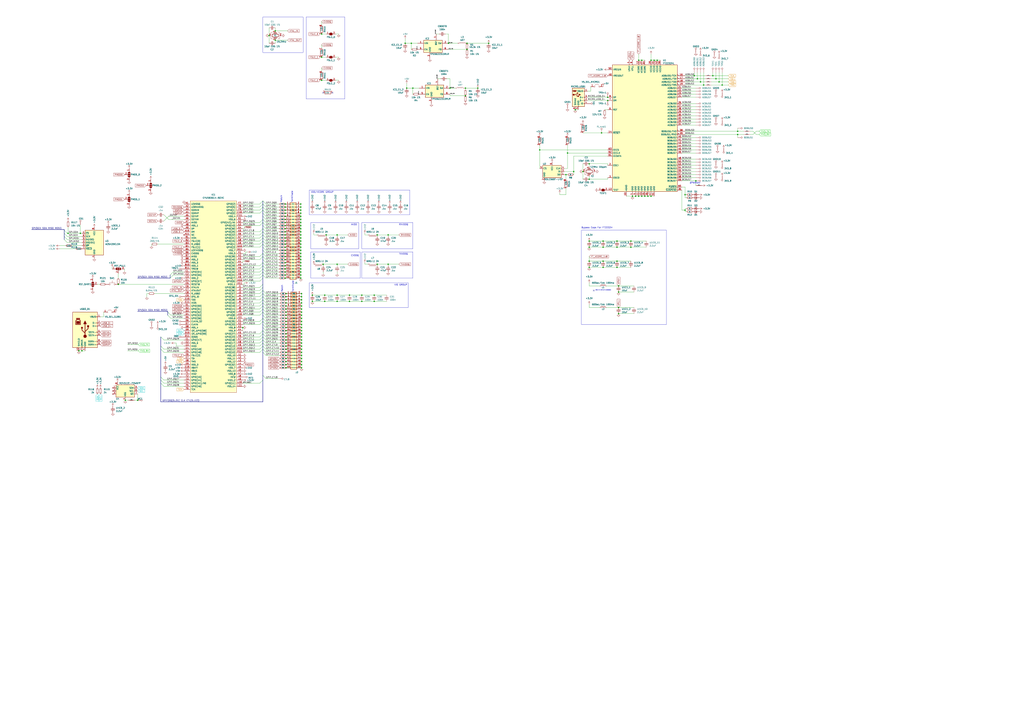
<source format=kicad_sch>
(kicad_sch (version 20230121) (generator eeschema)
  (paper "A1")
  (junction (at 471.17 140.97))
  (junction (at 247.65 287.02))
  (junction (at 247.65 266.7))
  (junction (at 234.315 215.9))
  (junction (at 266.7 242.57))
  (junction (at 247.015 203.2))
  (junction (at 495.3 203.2))
  (junction (at 527.05 49.53))
  (junction (at 102.87 328.93))
  (junction (at 483.87 219.71))
  (junction (at 265.43 217.17))
  (junction (at 276.86 242.57))
  (junction (at 532.13 161.29))
  (junction (at 527.05 161.29))
  (junction (at 234.95 281.94))
  (junction (at 234.95 264.16))
  (junction (at 247.015 172.72))
  (junction (at 234.95 269.24))
  (junction (at 521.97 161.29))
  (junction (at 392.43 72.39))
  (junction (at 368.3 35.56))
  (junction (at 339.09 72.39))
  (junction (at 234.315 210.82))
  (junction (at 234.315 182.88))
  (junction (at 234.95 284.48))
  (junction (at 234.315 220.98))
  (junction (at 234.95 287.02))
  (junction (at 605.79 110.49))
  (junction (at 247.015 198.12))
  (junction (at 534.67 161.29))
  (junction (at 247.65 281.94))
  (junction (at 247.65 246.38))
  (junction (at 234.315 205.74))
  (junction (at 247.015 170.18))
  (junction (at 534.67 49.53))
  (junction (at 234.315 185.42))
  (junction (at 266.7 247.65))
  (junction (at 585.47 62.23))
  (junction (at 575.31 67.31))
  (junction (at 55.88 191.77))
  (junction (at 539.75 49.53))
  (junction (at 443.23 123.19))
  (junction (at 276.86 217.17))
  (junction (at 234.315 218.44))
  (junction (at 508 234.95))
  (junction (at 276.86 193.04))
  (junction (at 478.79 140.97))
  (junction (at 234.315 172.72))
  (junction (at 307.34 242.57))
  (junction (at 234.315 167.64))
  (junction (at 247.65 279.4))
  (junction (at 247.65 289.56))
  (junction (at 226.06 33.02))
  (junction (at 247.015 167.64))
  (junction (at 247.015 228.6))
  (junction (at 506.73 198.12))
  (junction (at 264.16 46.99))
  (junction (at 247.65 302.26))
  (junction (at 287.02 242.57))
  (junction (at 234.95 289.56))
  (junction (at 247.65 248.92))
  (junction (at 234.95 292.1))
  (junction (at 383.54 40.64))
  (junction (at 495.3 214.63))
  (junction (at 67.31 288.29))
  (junction (at 247.015 175.26))
  (junction (at 276.86 247.65))
  (junction (at 383.54 35.56))
  (junction (at 234.315 187.96))
  (junction (at 234.315 200.66))
  (junction (at 234.315 175.26))
  (junction (at 247.65 292.1))
  (junction (at 247.65 269.24))
  (junction (at 506.73 219.71))
  (junction (at 234.95 271.78))
  (junction (at 483.87 198.12))
  (junction (at 234.95 259.08))
  (junction (at 605.79 107.95))
  (junction (at 247.015 213.36))
  (junction (at 247.015 218.44))
  (junction (at 234.95 246.38))
  (junction (at 529.59 161.29))
  (junction (at 234.315 203.2))
  (junction (at 483.87 147.32))
  (junction (at 318.77 193.04))
  (junction (at 234.315 198.12))
  (junction (at 247.65 297.18))
  (junction (at 247.65 256.54))
  (junction (at 524.51 161.29))
  (junction (at 256.54 247.65))
  (junction (at 247.015 208.28))
  (junction (at 495.3 198.12))
  (junction (at 466.09 125.73))
  (junction (at 234.95 243.84))
  (junction (at 199.39 269.24))
  (junction (at 256.54 242.57))
  (junction (at 571.5 148.59))
  (junction (at 309.88 193.04))
  (junction (at 247.015 210.82))
  (junction (at 247.015 180.34))
  (junction (at 369.57 72.39))
  (junction (at 247.65 299.72))
  (junction (at 297.18 242.57))
  (junction (at 247.015 200.66))
  (junction (at 234.95 256.54))
  (junction (at 247.015 185.42))
  (junction (at 494.03 109.22))
  (junction (at 287.02 247.65))
  (junction (at 577.85 69.85))
  (junction (at 247.65 271.78))
  (junction (at 234.315 208.28))
  (junction (at 401.32 35.56))
  (junction (at 247.015 193.04))
  (junction (at 247.015 195.58))
  (junction (at 464.82 143.51))
  (junction (at 234.315 177.8))
  (junction (at 234.95 294.64))
  (junction (at 247.65 254))
  (junction (at 97.155 233.68))
  (junction (at 499.11 82.55))
  (junction (at 483.87 134.62))
  (junction (at 572.77 64.77))
  (junction (at 247.65 251.46))
  (junction (at 518.16 203.2))
  (junction (at 519.43 161.29))
  (junction (at 472.44 90.17))
  (junction (at 247.015 187.96))
  (junction (at 247.65 294.64))
  (junction (at 234.95 297.18))
  (junction (at 570.23 62.23))
  (junction (at 307.34 247.65))
  (junction (at 234.315 213.36))
  (junction (at 499.11 80.01))
  (junction (at 220.98 29.21))
  (junction (at 234.315 180.34))
  (junction (at 234.315 223.52))
  (junction (at 234.315 190.5))
  (junction (at 506.73 203.2))
  (junction (at 495.3 219.71))
  (junction (at 234.95 251.46))
  (junction (at 524.51 49.53))
  (junction (at 234.315 170.18))
  (junction (at 318.77 217.17))
  (junction (at 234.95 299.72))
  (junction (at 247.015 223.52))
  (junction (at 234.95 276.86))
  (junction (at 537.21 49.53))
  (junction (at 247.015 220.98))
  (junction (at 247.65 259.08))
  (junction (at 66.04 191.77))
  (junction (at 382.27 72.39))
  (junction (at 562.61 172.72))
  (junction (at 234.315 195.58))
  (junction (at 234.315 228.6))
  (junction (at 593.09 69.85))
  (junction (at 234.315 193.04))
  (junction (at 332.74 35.56))
  (junction (at 247.65 241.3))
  (junction (at 297.18 247.65))
  (junction (at 247.015 182.88))
  (junction (at 234.95 274.32))
  (junction (at 234.95 266.7))
  (junction (at 234.95 302.26))
  (junction (at 334.01 72.39))
  (junction (at 337.82 35.56))
  (junction (at 247.65 243.84))
  (junction (at 247.015 215.9))
  (junction (at 562.61 160.02))
  (junction (at 518.16 198.12))
  (junction (at 508 257.81))
  (junction (at 590.55 67.31))
  (junction (at 247.65 264.16))
  (junction (at 226.06 25.4))
  (junction (at 247.015 226.06))
  (junction (at 234.95 279.4))
  (junction (at 247.65 261.62))
  (junction (at 247.015 177.8))
  (junction (at 234.95 248.92))
  (junction (at 234.95 254))
  (junction (at 64.77 288.29))
  (junction (at 508 240.03))
  (junction (at 247.65 276.86))
  (junction (at 588.01 64.77))
  (junction (at 483.87 214.63))
  (junction (at 234.95 241.3))
  (junction (at 247.65 274.32))
  (junction (at 508 252.73))
  (junction (at 234.315 226.06))
  (junction (at 234.95 261.62))
  (junction (at 382.27 78.74))
  (junction (at 247.015 205.74))
  (junction (at 264.16 27.94))
  (junction (at 267.97 193.04))
  (junction (at 309.88 217.17))
  (junction (at 247.015 190.5))
  (junction (at 247.65 284.48))
  (junction (at 483.87 203.2))
  (junction (at 264.16 66.04))
  (junction (at 113.03 328.93))
  (junction (at 506.73 214.63))
  (no_connect (at 487.68 238.76))
  (no_connect (at 273.05 76.2))
  (no_connect (at 265.43 76.2))
  (bus_entry (at 215.9 269.24) (size 2.54 2.54))
  (bus_entry (at 215.9 172.72) (size 2.54 2.54))
  (bus_entry (at 215.9 248.92) (size -2.54 2.54))
  (bus_entry (at 215.9 167.64) (size 2.54 2.54))
  (bus_entry (at 215.9 180.34) (size 2.54 2.54))
  (bus_entry (at 215.9 208.28) (size 2.54 2.54))
  (bus_entry (at 215.9 226.06) (size -2.54 2.54))
  (bus_entry (at 215.9 190.5) (size 2.54 2.54))
  (bus_entry (at 215.9 215.9) (size 2.54 2.54))
  (bus_entry (at 215.9 289.56) (size 2.54 2.54))
  (bus_entry (at 215.9 190.5) (size -2.54 2.54))
  (bus_entry (at 215.9 193.04) (size 2.54 2.54))
  (bus_entry (at 215.9 193.04) (size -2.54 2.54))
  (bus_entry (at 215.9 200.66) (size -2.54 2.54))
  (bus_entry (at 215.9 200.66) (size 2.54 2.54))
  (bus_entry (at 215.9 198.12) (size 2.54 2.54))
  (bus_entry (at 52.705 189.23) (size 2.54 2.54))
  (bus_entry (at 139.7 228.6) (size 2.54 -2.54))
  (bus_entry (at 215.9 172.72) (size -2.54 2.54))
  (bus_entry (at 215.9 284.48) (size -2.54 2.54))
  (bus_entry (at 215.9 279.4) (size -2.54 2.54))
  (bus_entry (at 137.795 256.54) (size 2.54 2.54))
  (bus_entry (at 215.9 243.84) (size 2.54 2.54))
  (bus_entry (at 215.9 170.18) (size -2.54 2.54))
  (bus_entry (at 215.9 182.88) (size 2.54 2.54))
  (bus_entry (at 215.9 185.42) (size 2.54 2.54))
  (bus_entry (at 215.9 218.44) (size -2.54 2.54))
  (bus_entry (at 215.9 233.68) (size -2.54 2.54))
  (bus_entry (at 215.9 187.96) (size 2.54 2.54))
  (bus_entry (at 215.9 246.38) (size 2.54 2.54))
  (bus_entry (at 215.9 167.64) (size -2.54 2.54))
  (bus_entry (at 215.9 195.58) (size 2.54 2.54))
  (bus_entry (at 215.9 170.18) (size 2.54 2.54))
  (bus_entry (at 215.9 276.86) (size -2.54 2.54))
  (bus_entry (at 215.9 246.38) (size -2.54 2.54))
  (bus_entry (at 215.9 259.08) (size 2.54 2.54))
  (bus_entry (at 215.9 264.16) (size 2.54 2.54))
  (bus_entry (at 215.9 223.52) (size 2.54 2.54))
  (bus_entry (at 215.9 241.3) (size -2.54 2.54))
  (bus_entry (at 215.9 287.02) (size -2.54 2.54))
  (bus_entry (at 132.08 309.88) (size 2.54 2.54))
  (bus_entry (at 132.08 276.86) (size 2.54 2.54))
  (bus_entry (at 215.9 284.48) (size 2.54 2.54))
  (bus_entry (at 215.9 187.96) (size -2.54 2.54))
  (bus_entry (at 215.9 175.26) (size 2.54 2.54))
  (bus_entry (at 215.9 274.32) (size 2.54 2.54))
  (bus_entry (at 132.08 314.96) (size 2.54 2.54))
  (bus_entry (at 215.9 308.61) (size 2.54 2.54))
  (bus_entry (at 215.9 243.84) (size -2.54 2.54))
  (bus_entry (at 215.9 261.62) (size 2.54 2.54))
  (bus_entry (at 215.9 165.1) (size 2.54 2.54))
  (bus_entry (at 215.9 276.86) (size 2.54 2.54))
  (bus_entry (at 215.9 274.32) (size -2.54 2.54))
  (bus_entry (at 215.9 279.4) (size 2.54 2.54))
  (bus_entry (at 132.08 284.48) (size 2.54 2.54))
  (bus_entry (at 215.9 203.2) (size 2.54 2.54))
  (bus_entry (at 215.9 248.92) (size 2.54 2.54))
  (bus_entry (at 215.9 312.42) (size -2.54 2.54))
  (bus_entry (at 215.9 180.34) (size -2.54 2.54))
  (bus_entry (at 215.9 220.98) (size 2.54 2.54))
  (bus_entry (at 215.9 251.46) (size -2.54 2.54))
  (bus_entry (at 215.9 254) (size 2.54 2.54))
  (bus_entry (at 215.9 205.74) (size 2.54 2.54))
  (bus_entry (at 215.9 215.9) (size -2.54 2.54))
  (bus_entry (at 215.9 256.54) (size 2.54 2.54))
  (bus_entry (at 215.9 256.54) (size -2.54 2.54))
  (bus_entry (at 215.9 281.94) (size 2.54 2.54))
  (bus_entry (at 215.9 228.6) (size -2.54 2.54))
  (bus_entry (at 132.08 312.42) (size 2.54 2.54))
  (bus_entry (at 215.9 271.78) (size 2.54 2.54))
  (bus_entry (at 215.9 213.36) (size 2.54 2.54))
  (bus_entry (at 215.9 251.46) (size 2.54 2.54))
  (bus_entry (at 215.9 195.58) (size -2.54 2.54))
  (bus_entry (at 215.9 226.06) (size 2.54 2.54))
  (bus_entry (at 137.795 259.08) (size 2.54 2.54))
  (bus_entry (at 215.9 241.3) (size 2.54 2.54))
  (bus_entry (at 215.9 281.94) (size -2.54 2.54))
  (bus_entry (at 215.9 261.62) (size -2.54 2.54))
  (bus_entry (at 215.9 223.52) (size -2.54 2.54))
  (bus_entry (at 52.705 194.31) (size 2.54 2.54))
  (bus_entry (at 139.7 226.06) (size 2.54 -2.54))
  (bus_entry (at 215.9 218.44) (size 2.54 2.54))
  (bus_entry (at 215.9 271.78) (size -2.54 2.54))
  (bus_entry (at 215.9 236.22) (size -2.54 2.54))
  (bus_entry (at 215.9 238.76) (size -2.54 2.54))
  (bus_entry (at 215.9 254) (size -2.54 2.54))
  (bus_entry (at 215.9 177.8) (size 2.54 2.54))
  (bus_entry (at 52.705 196.85) (size 2.54 2.54))
  (bus_entry (at 215.9 287.02) (size 2.54 2.54))
  (bus_entry (at 215.9 264.16) (size -2.54 2.54))
  (bus_entry (at 215.9 238.76) (size 2.54 2.54))
  (bus_entry (at 215.9 165.1) (size -2.54 2.54))
  (bus_entry (at 52.705 191.77) (size 2.54 2.54))
  (bus_entry (at 215.9 220.98) (size -2.54 2.54))
  (bus_entry (at 215.9 210.82) (size 2.54 2.54))
  (bus_entry (at 215.9 266.7) (size 2.54 2.54))
  (bus_entry (at 215.9 182.88) (size -2.54 2.54))
  (bus_entry (at 215.9 208.28) (size -2.54 2.54))
  (bus_entry (at 215.9 210.82) (size -2.54 2.54))
  (bus_entry (at 215.9 198.12) (size -2.54 2.54))
  (bus_entry (at 132.08 287.02) (size 2.54 2.54))
  (wire (pts (xy 560.07 135.89) (xy 571.5 135.89)))
  (wire (pts (xy 334.01 68.58) (xy 334.01 72.39)))
  (bus (pts (xy 215.9 172.72) (xy 215.9 175.26)))
  (wire (pts (xy 199.39 170.18) (xy 213.36 170.18)))
  (wire (pts (xy 199.39 266.7) (xy 213.36 266.7)))
  (wire (pts (xy 562.61 171.45) (xy 562.61 172.72)))
  (wire (pts (xy 144.78 284.48) (xy 151.13 284.48)))
  (wire (pts (xy 247.65 299.72) (xy 247.65 302.26)))
  (wire (pts (xy 443.23 123.19) (xy 499.11 123.19)))
  (wire (pts (xy 234.95 248.92) (xy 238.76 248.92)))
  (wire (pts (xy 234.95 302.26) (xy 238.76 302.26)))
  (wire (pts (xy 247.65 251.46) (xy 247.65 254)))
  (wire (pts (xy 134.62 287.02) (xy 151.13 287.02)))
  (wire (pts (xy 615.95 107.95) (xy 618.49 107.95)))
  (wire (pts (xy 243.84 281.94) (xy 247.65 281.94)))
  (wire (pts (xy 243.84 243.84) (xy 247.65 243.84)))
  (wire (pts (xy 218.44 172.72) (xy 229.235 172.72)))
  (bus (pts (xy 215.9 175.26) (xy 215.9 177.8)))
  (wire (pts (xy 615.95 110.49) (xy 618.49 110.49)))
  (wire (pts (xy 199.39 279.4) (xy 213.36 279.4)))
  (wire (pts (xy 55.245 194.31) (xy 67.31 194.31)))
  (bus (pts (xy 215.9 312.42) (xy 215.9 330.2)))
  (wire (pts (xy 562.61 69.85) (xy 577.85 69.85)))
  (wire (pts (xy 234.95 297.18) (xy 238.76 297.18)))
  (wire (pts (xy 318.77 217.17) (xy 309.88 217.17)))
  (bus (pts (xy 137.795 256.54) (xy 137.795 255.905)))
  (wire (pts (xy 247.65 248.92) (xy 247.65 251.46)))
  (wire (pts (xy 247.65 256.54) (xy 247.65 259.08)))
  (bus (pts (xy 137.795 256.54) (xy 137.795 259.08)))
  (wire (pts (xy 226.06 35.56) (xy 226.06 33.02)))
  (wire (pts (xy 142.24 226.06) (xy 151.13 226.06)))
  (wire (pts (xy 134.62 289.56) (xy 151.13 289.56)))
  (wire (pts (xy 234.95 264.16) (xy 238.76 264.16)))
  (wire (pts (xy 485.14 74.93) (xy 482.6 74.93)))
  (wire (pts (xy 247.015 200.66) (xy 247.015 203.2)))
  (wire (pts (xy 247.015 213.36) (xy 247.015 215.9)))
  (wire (pts (xy 218.44 203.2) (xy 229.235 203.2)))
  (wire (pts (xy 593.09 69.85) (xy 598.17 69.85)))
  (wire (pts (xy 218.44 264.16) (xy 229.87 264.16)))
  (wire (pts (xy 532.13 161.29) (xy 534.67 161.29)))
  (wire (pts (xy 218.44 241.3) (xy 229.87 241.3)))
  (wire (pts (xy 276.86 247.65) (xy 287.02 247.65)))
  (wire (pts (xy 199.39 243.84) (xy 213.36 243.84)))
  (wire (pts (xy 318.77 193.04) (xy 318.77 194.31)))
  (wire (pts (xy 307.34 242.57) (xy 317.5 242.57)))
  (wire (pts (xy 199.39 236.22) (xy 213.36 236.22)))
  (wire (pts (xy 264.16 36.83) (xy 264.16 39.37)))
  (bus (pts (xy 215.9 256.54) (xy 215.9 259.08)))
  (wire (pts (xy 48.895 204.47) (xy 62.23 204.47)))
  (wire (pts (xy 527.05 161.29) (xy 529.59 161.29)))
  (wire (pts (xy 495.3 214.63) (xy 506.73 214.63)))
  (wire (pts (xy 537.21 49.53) (xy 539.75 49.53)))
  (bus (pts (xy 215.9 226.06) (xy 215.9 228.6)))
  (wire (pts (xy 571.5 77.47) (xy 560.07 77.47)))
  (wire (pts (xy 264.16 27.94) (xy 267.97 27.94)))
  (wire (pts (xy 243.84 254) (xy 247.65 254)))
  (wire (pts (xy 199.39 167.64) (xy 213.36 167.64)))
  (wire (pts (xy 560.07 120.65) (xy 571.5 120.65)))
  (wire (pts (xy 85.09 256.54) (xy 85.09 260.35)))
  (bus (pts (xy 215.9 274.32) (xy 215.9 276.86)))
  (wire (pts (xy 134.62 317.5) (xy 151.13 317.5)))
  (wire (pts (xy 199.39 218.44) (xy 213.36 218.44)))
  (wire (pts (xy 497.84 234.95) (xy 508 234.95)))
  (wire (pts (xy 243.205 190.5) (xy 247.015 190.5)))
  (wire (pts (xy 199.39 276.86) (xy 213.36 276.86)))
  (wire (pts (xy 585.47 59.69) (xy 585.47 62.23)))
  (bus (pts (xy 139.7 226.06) (xy 139.7 228.6)))
  (wire (pts (xy 593.09 59.69) (xy 593.09 69.85)))
  (wire (pts (xy 563.88 162.56) (xy 562.61 162.56)))
  (wire (pts (xy 247.65 281.94) (xy 247.65 284.48)))
  (wire (pts (xy 234.95 259.08) (xy 238.76 259.08)))
  (wire (pts (xy 234.315 177.8) (xy 238.125 177.8)))
  (wire (pts (xy 143.51 281.94) (xy 144.78 281.94)))
  (wire (pts (xy 584.2 64.77) (xy 588.01 64.77)))
  (wire (pts (xy 110.49 328.93) (xy 113.03 328.93)))
  (wire (pts (xy 243.205 218.44) (xy 247.015 218.44)))
  (wire (pts (xy 276.86 217.17) (xy 276.86 218.44)))
  (wire (pts (xy 199.39 241.3) (xy 213.36 241.3)))
  (wire (pts (xy 358.14 27.94) (xy 360.68 27.94)))
  (wire (pts (xy 243.205 220.98) (xy 247.015 220.98)))
  (wire (pts (xy 140.335 261.62) (xy 151.13 261.62)))
  (wire (pts (xy 218.44 190.5) (xy 229.235 190.5)))
  (wire (pts (xy 264.16 66.04) (xy 267.97 66.04)))
  (wire (pts (xy 243.84 256.54) (xy 247.65 256.54)))
  (wire (pts (xy 247.015 203.2) (xy 247.015 205.74)))
  (wire (pts (xy 560.07 133.35) (xy 571.5 133.35)))
  (wire (pts (xy 243.205 193.04) (xy 247.015 193.04)))
  (wire (pts (xy 102.87 328.93) (xy 105.41 328.93)))
  (wire (pts (xy 318.77 217.17) (xy 318.77 218.44)))
  (wire (pts (xy 55.245 191.77) (xy 55.88 191.77)))
  (wire (pts (xy 218.44 175.26) (xy 229.235 175.26)))
  (wire (pts (xy 299.72 215.9) (xy 299.72 217.17)))
  (wire (pts (xy 466.09 125.73) (xy 466.09 138.43)))
  (wire (pts (xy 243.84 276.86) (xy 247.65 276.86)))
  (wire (pts (xy 200.66 232.41) (xy 200.66 233.68)))
  (wire (pts (xy 234.315 215.9) (xy 238.125 215.9)))
  (wire (pts (xy 560.07 143.51) (xy 571.5 143.51)))
  (wire (pts (xy 55.88 191.77) (xy 66.04 191.77)))
  (wire (pts (xy 59.055 201.93) (xy 67.31 201.93)))
  (wire (pts (xy 234.95 266.7) (xy 238.76 266.7)))
  (wire (pts (xy 243.205 167.64) (xy 247.015 167.64)))
  (wire (pts (xy 218.44 170.18) (xy 229.235 170.18)))
  (wire (pts (xy 85.09 260.35) (xy 82.55 260.35)))
  (wire (pts (xy 560.07 148.59) (xy 571.5 148.59)))
  (wire (pts (xy 524.51 44.45) (xy 524.51 49.53)))
  (wire (pts (xy 369.57 72.39) (xy 374.015 72.39)))
  (wire (pts (xy 247.015 208.28) (xy 247.015 210.82)))
  (wire (pts (xy 339.09 72.39) (xy 344.17 72.39)))
  (wire (pts (xy 218.44 284.48) (xy 229.87 284.48)))
  (wire (pts (xy 483.87 214.63) (xy 495.3 214.63)))
  (wire (pts (xy 572.77 59.69) (xy 572.77 64.77)))
  (bus (pts (xy 132.08 284.48) (xy 132.08 287.02)))
  (wire (pts (xy 234.95 274.32) (xy 238.76 274.32)))
  (wire (pts (xy 243.84 297.18) (xy 247.65 297.18)))
  (wire (pts (xy 527.05 49.53) (xy 529.59 49.53)))
  (wire (pts (xy 483.87 134.62) (xy 483.87 137.16)))
  (wire (pts (xy 199.39 193.04) (xy 213.36 193.04)))
  (wire (pts (xy 605.79 110.49) (xy 605.79 113.03)))
  (wire (pts (xy 247.015 172.72) (xy 247.015 175.26)))
  (wire (pts (xy 243.205 205.74) (xy 247.015 205.74)))
  (wire (pts (xy 234.95 281.94) (xy 238.76 281.94)))
  (wire (pts (xy 534.67 44.45) (xy 534.67 49.53)))
  (wire (pts (xy 262.89 27.94) (xy 264.16 27.94)))
  (wire (pts (xy 247.015 170.18) (xy 247.015 172.72)))
  (wire (pts (xy 243.205 198.12) (xy 247.015 198.12)))
  (bus (pts (xy 215.9 254) (xy 215.9 256.54)))
  (wire (pts (xy 218.44 180.34) (xy 229.235 180.34)))
  (wire (pts (xy 199.39 210.82) (xy 213.36 210.82)))
  (wire (pts (xy 562.61 153.67) (xy 562.61 160.02)))
  (wire (pts (xy 234.315 175.26) (xy 238.125 175.26)))
  (wire (pts (xy 113.03 323.85) (xy 113.03 328.93)))
  (wire (pts (xy 226.06 22.86) (xy 226.06 25.4)))
  (wire (pts (xy 264.16 17.78) (xy 264.16 20.32)))
  (wire (pts (xy 247.015 185.42) (xy 247.015 187.96)))
  (wire (pts (xy 199.39 256.54) (xy 213.36 256.54)))
  (wire (pts (xy 560.07 102.87) (xy 571.5 102.87)))
  (wire (pts (xy 243.205 213.36) (xy 247.015 213.36)))
  (wire (pts (xy 218.44 220.98) (xy 229.235 220.98)))
  (wire (pts (xy 483.87 250.19) (xy 483.87 252.73)))
  (wire (pts (xy 234.315 182.88) (xy 238.125 182.88)))
  (wire (pts (xy 234.95 276.86) (xy 238.76 276.86)))
  (wire (pts (xy 199.39 259.08) (xy 213.36 259.08)))
  (wire (pts (xy 234.315 193.04) (xy 238.125 193.04)))
  (wire (pts (xy 218.44 200.66) (xy 229.235 200.66)))
  (wire (pts (xy 218.44 167.64) (xy 229.235 167.64)))
  (wire (pts (xy 483.87 232.41) (xy 483.87 234.95)))
  (wire (pts (xy 265.43 223.52) (xy 265.43 224.79)))
  (wire (pts (xy 218.44 205.74) (xy 229.235 205.74)))
  (wire (pts (xy 247.015 175.26) (xy 247.015 177.8)))
  (wire (pts (xy 276.86 223.52) (xy 276.86 224.79)))
  (bus (pts (xy 215.9 165.1) (xy 215.9 167.64)))
  (wire (pts (xy 234.315 198.12) (xy 238.125 198.12)))
  (wire (pts (xy 483.87 203.2) (xy 495.3 203.2)))
  (bus (pts (xy 215.9 218.44) (xy 215.9 220.98)))
  (wire (pts (xy 605.79 110.49) (xy 610.87 110.49)))
  (wire (pts (xy 276.86 193.04) (xy 276.86 194.31)))
  (wire (pts (xy 55.245 199.39) (xy 67.31 199.39)))
  (bus (pts (xy 215.9 213.36) (xy 215.9 215.9)))
  (wire (pts (xy 234.315 210.82) (xy 238.125 210.82)))
  (wire (pts (xy 218.44 256.54) (xy 229.87 256.54)))
  (wire (pts (xy 508 240.03) (xy 520.7 240.03)))
  (wire (pts (xy 383.54 35.56) (xy 401.32 35.56)))
  (wire (pts (xy 247.65 276.86) (xy 247.65 279.4)))
  (bus (pts (xy 26.035 188.595) (xy 52.705 188.595)))
  (wire (pts (xy 134.62 312.42) (xy 151.13 312.42)))
  (wire (pts (xy 605.79 105.41) (xy 605.79 107.95)))
  (wire (pts (xy 218.44 276.86) (xy 229.87 276.86)))
  (wire (pts (xy 483.87 147.32) (xy 499.11 147.32)))
  (wire (pts (xy 66.04 191.77) (xy 67.31 191.77)))
  (wire (pts (xy 234.315 195.58) (xy 238.125 195.58)))
  (wire (pts (xy 247.65 264.16) (xy 247.65 266.7)))
  (wire (pts (xy 226.06 33.02) (xy 236.22 33.02)))
  (wire (pts (xy 218.44 243.84) (xy 229.87 243.84)))
  (wire (pts (xy 218.44 269.24) (xy 229.87 269.24)))
  (wire (pts (xy 560.07 115.57) (xy 571.5 115.57)))
  (wire (pts (xy 243.84 287.02) (xy 247.65 287.02)))
  (wire (pts (xy 514.35 161.29) (xy 519.43 161.29)))
  (wire (pts (xy 482.6 82.55) (xy 499.11 82.55)))
  (wire (pts (xy 247.015 223.52) (xy 247.015 226.06)))
  (wire (pts (xy 297.18 242.57) (xy 307.34 242.57)))
  (wire (pts (xy 234.315 203.2) (xy 238.125 203.2)))
  (wire (pts (xy 218.44 185.42) (xy 229.235 185.42)))
  (wire (pts (xy 234.315 180.34) (xy 238.125 180.34)))
  (wire (pts (xy 584.2 67.31) (xy 590.55 67.31)))
  (wire (pts (xy 560.07 85.09) (xy 571.5 85.09)))
  (wire (pts (xy 218.44 213.36) (xy 229.235 213.36)))
  (wire (pts (xy 218.44 281.94) (xy 229.87 281.94)))
  (wire (pts (xy 134.62 314.96) (xy 151.13 314.96)))
  (wire (pts (xy 218.44 193.04) (xy 229.235 193.04)))
  (bus (pts (xy 52.705 191.77) (xy 52.705 194.31)))
  (wire (pts (xy 464.82 154.94) (xy 464.82 160.02)))
  (wire (pts (xy 213.36 203.2) (xy 199.39 203.2)))
  (wire (pts (xy 309.88 217.17) (xy 309.88 218.44)))
  (wire (pts (xy 243.205 177.8) (xy 247.015 177.8)))
  (wire (pts (xy 243.84 261.62) (xy 247.65 261.62)))
  (bus (pts (xy 132.08 309.88) (xy 132.08 312.42)))
  (wire (pts (xy 494.03 109.22) (xy 499.11 109.22)))
  (wire (pts (xy 218.44 248.92) (xy 229.87 248.92)))
  (wire (pts (xy 560.07 130.81) (xy 571.5 130.81)))
  (wire (pts (xy 218.44 226.06) (xy 229.235 226.06)))
  (wire (pts (xy 243.205 185.42) (xy 247.015 185.42)))
  (wire (pts (xy 529.59 161.29) (xy 532.13 161.29)))
  (wire (pts (xy 327.66 217.17) (xy 318.77 217.17)))
  (bus (pts (xy 215.9 182.88) (xy 215.9 185.42)))
  (bus (pts (xy 215.9 195.58) (xy 215.9 198.12)))
  (wire (pts (xy 247.015 190.5) (xy 247.015 193.04)))
  (wire (pts (xy 471.17 128.27) (xy 499.11 128.27)))
  (wire (pts (xy 218.44 289.56) (xy 229.87 289.56)))
  (bus (pts (xy 215.9 241.3) (xy 215.9 243.84)))
  (bus (pts (xy 215.9 259.08) (xy 215.9 261.62)))
  (wire (pts (xy 497.84 252.73) (xy 508 252.73)))
  (wire (pts (xy 144.78 281.94) (xy 144.78 284.48)))
  (wire (pts (xy 218.44 287.02) (xy 229.87 287.02)))
  (wire (pts (xy 247.65 241.3) (xy 247.65 243.84)))
  (wire (pts (xy 243.84 241.3) (xy 247.65 241.3)))
  (wire (pts (xy 471.17 140.97) (xy 471.17 143.51)))
  (wire (pts (xy 299.72 217.17) (xy 302.26 217.17)))
  (wire (pts (xy 492.76 234.95) (xy 483.87 234.95)))
  (wire (pts (xy 243.205 195.58) (xy 247.015 195.58)))
  (bus (pts (xy 215.9 198.12) (xy 215.9 200.66)))
  (wire (pts (xy 199.39 185.42) (xy 213.36 185.42)))
  (wire (pts (xy 199.39 289.56) (xy 213.36 289.56)))
  (wire (pts (xy 199.39 190.5) (xy 213.36 190.5)))
  (wire (pts (xy 367.03 64.77) (xy 369.57 64.77)))
  (wire (pts (xy 243.205 210.82) (xy 247.015 210.82)))
  (wire (pts (xy 213.36 200.66) (xy 199.39 200.66)))
  (wire (pts (xy 560.07 95.25) (xy 571.5 95.25)))
  (wire (pts (xy 382.27 72.39) (xy 392.43 72.39)))
  (wire (pts (xy 285.75 193.04) (xy 276.86 193.04)))
  (wire (pts (xy 234.315 185.42) (xy 238.125 185.42)))
  (wire (pts (xy 243.205 215.9) (xy 247.015 215.9)))
  (wire (pts (xy 560.07 87.63) (xy 571.5 87.63)))
  (wire (pts (xy 585.47 62.23) (xy 598.17 62.23)))
  (wire (pts (xy 218.44 254) (xy 229.87 254)))
  (wire (pts (xy 247.015 215.9) (xy 247.015 218.44)))
  (wire (pts (xy 297.18 247.65) (xy 307.34 247.65)))
  (wire (pts (xy 199.39 269.24) (xy 199.39 271.78)))
  (wire (pts (xy 243.205 226.06) (xy 247.015 226.06)))
  (wire (pts (xy 199.39 251.46) (xy 213.36 251.46)))
  (wire (pts (xy 218.44 223.52) (xy 229.235 223.52)))
  (wire (pts (xy 560.07 100.33) (xy 571.5 100.33)))
  (wire (pts (xy 247.65 261.62) (xy 247.65 264.16)))
  (wire (pts (xy 506.73 203.2) (xy 518.16 203.2)))
  (wire (pts (xy 102.235 220.98) (xy 102.235 222.885)))
  (wire (pts (xy 266.7 247.65) (xy 276.86 247.65)))
  (bus (pts (xy 113.03 228.6) (xy 139.7 228.6)))
  (wire (pts (xy 562.61 171.45) (xy 563.88 171.45)))
  (wire (pts (xy 243.205 172.72) (xy 247.015 172.72)))
  (wire (pts (xy 218.44 198.12) (xy 229.235 198.12)))
  (bus (pts (xy 215.9 287.02) (xy 215.9 289.56)))
  (wire (pts (xy 299.72 193.04) (xy 302.26 193.04)))
  (wire (pts (xy 64.77 288.29) (xy 67.31 288.29)))
  (wire (pts (xy 337.82 35.56) (xy 337.82 40.64)))
  (wire (pts (xy 55.245 196.85) (xy 67.31 196.85)))
  (wire (pts (xy 200.66 233.68) (xy 199.39 233.68)))
  (wire (pts (xy 368.3 27.94) (xy 368.3 35.56)))
  (wire (pts (xy 339.09 72.39) (xy 339.09 77.47)))
  (wire (pts (xy 134.62 176.53) (xy 138.43 180.34)))
  (wire (pts (xy 369.57 77.47) (xy 369.57 78.74)))
  (wire (pts (xy 560.07 97.79) (xy 571.5 97.79)))
  (wire (pts (xy 266.7 242.57) (xy 276.86 242.57)))
  (wire (pts (xy 560.07 123.19) (xy 571.5 123.19)))
  (wire (pts (xy 218.44 210.82) (xy 229.235 210.82)))
  (wire (pts (xy 134.62 279.4) (xy 151.13 279.4)))
  (wire (pts (xy 562.61 110.49) (xy 605.79 110.49)))
  (wire (pts (xy 368.3 35.56) (xy 375.92 35.56)))
  (wire (pts (xy 256.54 242.57) (xy 266.7 242.57)))
  (wire (pts (xy 285.75 217.17) (xy 276.86 217.17)))
  (bus (pts (xy 215.9 308.61) (xy 215.9 312.42)))
  (wire (pts (xy 247.65 246.38) (xy 247.65 248.92)))
  (wire (pts (xy 234.315 170.18) (xy 238.125 170.18)))
  (wire (pts (xy 199.39 231.14) (xy 213.36 231.14)))
  (wire (pts (xy 618.49 107.95) (xy 621.03 110.49)))
  (bus (pts (xy 52.705 188.595) (xy 52.705 189.23)))
  (wire (pts (xy 560.07 153.67) (xy 562.61 153.67)))
  (wire (pts (xy 337.82 35.56) (xy 342.9 35.56)))
  (wire (pts (xy 234.315 190.5) (xy 238.125 190.5)))
  (wire (pts (xy 492.76 252.73) (xy 483.87 252.73)))
  (wire (pts (xy 243.205 170.18) (xy 247.015 170.18)))
  (wire (pts (xy 200.66 214.63) (xy 199.39 214.63)))
  (wire (pts (xy 243.84 274.32) (xy 247.65 274.32)))
  (wire (pts (xy 199.39 284.48) (xy 213.36 284.48)))
  (wire (pts (xy 243.84 266.7) (xy 247.65 266.7)))
  (wire (pts (xy 496.57 90.17) (xy 499.11 90.17)))
  (wire (pts (xy 483.87 134.62) (xy 499.11 134.62)))
  (bus (pts (xy 52.705 189.23) (xy 52.705 191.77)))
  (wire (pts (xy 327.66 193.04) (xy 318.77 193.04)))
  (bus (pts (xy 215.9 187.96) (xy 215.9 190.5)))
  (wire (pts (xy 560.07 118.11) (xy 571.5 118.11)))
  (wire (pts (xy 243.84 271.78) (xy 247.65 271.78)))
  (wire (pts (xy 560.07 146.05) (xy 571.5 146.05)))
  (wire (pts (xy 226.06 25.4) (xy 236.22 25.4)))
  (wire (pts (xy 464.82 143.51) (xy 464.82 147.32)))
  (wire (pts (xy 243.84 251.46) (xy 247.65 251.46)))
  (bus (pts (xy 215.9 269.24) (xy 215.9 271.78)))
  (wire (pts (xy 508 252.73) (xy 520.7 252.73)))
  (wire (pts (xy 234.315 167.64) (xy 238.125 167.64)))
  (wire (pts (xy 369.57 78.74) (xy 382.27 78.74)))
  (wire (pts (xy 521.97 161.29) (xy 524.51 161.29)))
  (wire (pts (xy 201.93 208.28) (xy 199.39 208.28)))
  (wire (pts (xy 234.95 292.1) (xy 238.76 292.1)))
  (wire (pts (xy 55.88 186.69) (xy 55.88 191.77)))
  (wire (pts (xy 247.65 289.56) (xy 247.65 292.1)))
  (wire (pts (xy 562.61 172.72) (xy 562.61 173.99)))
  (wire (pts (xy 199.39 248.92) (xy 213.36 248.92)))
  (wire (pts (xy 234.315 223.52) (xy 238.125 223.52)))
  (wire (pts (xy 199.39 274.32) (xy 213.36 274.32)))
  (bus (pts (xy 132.08 287.02) (xy 132.08 309.88)))
  (wire (pts (xy 472.44 90.17) (xy 474.98 90.17)))
  (bus (pts (xy 215.9 243.84) (xy 215.9 246.38)))
  (bus (pts (xy 215.9 215.9) (xy 215.9 218.44)))
  (wire (pts (xy 199.39 214.63) (xy 199.39 215.9)))
  (bus (pts (xy 215.9 208.28) (xy 215.9 210.82)))
  (wire (pts (xy 459.74 160.02) (xy 464.82 160.02)))
  (wire (pts (xy 577.85 69.85) (xy 579.12 69.85)))
  (wire (pts (xy 247.015 187.96) (xy 247.015 190.5)))
  (wire (pts (xy 234.95 243.84) (xy 238.76 243.84)))
  (wire (pts (xy 199.39 281.94) (xy 213.36 281.94)))
  (wire (pts (xy 234.315 172.72) (xy 238.125 172.72)))
  (wire (pts (xy 234.95 271.78) (xy 238.76 271.78)))
  (wire (pts (xy 234.315 200.66) (xy 238.125 200.66)))
  (wire (pts (xy 508 234.95) (xy 520.7 234.95)))
  (wire (pts (xy 218.44 292.1) (xy 229.87 292.1)))
  (wire (pts (xy 234.95 294.64) (xy 238.76 294.64)))
  (wire (pts (xy 199.39 182.88) (xy 213.36 182.88)))
  (wire (pts (xy 318.77 193.04) (xy 309.88 193.04)))
  (wire (pts (xy 138.43 180.34) (xy 151.13 180.34)))
  (wire (pts (xy 506.73 219.71) (xy 518.16 219.71)))
  (wire (pts (xy 275.59 66.04) (xy 278.13 66.04)))
  (wire (pts (xy 234.315 218.44) (xy 238.125 218.44)))
  (wire (pts (xy 563.88 173.99) (xy 562.61 173.99)))
  (wire (pts (xy 257.81 193.04) (xy 260.35 193.04)))
  (wire (pts (xy 332.74 35.56) (xy 337.82 35.56)))
  (wire (pts (xy 478.79 109.22) (xy 494.03 109.22)))
  (bus (pts (xy 215.9 236.22) (xy 215.9 238.76)))
  (bus (pts (xy 215.9 203.2) (xy 215.9 205.74)))
  (wire (pts (xy 243.205 208.28) (xy 247.015 208.28)))
  (wire (pts (xy 562.61 107.95) (xy 605.79 107.95)))
  (wire (pts (xy 234.95 246.38) (xy 238.76 246.38)))
  (wire (pts (xy 218.44 228.6) (xy 229.235 228.6)))
  (bus (pts (xy 215.9 185.42) (xy 215.9 187.96)))
  (bus (pts (xy 215.9 281.94) (xy 215.9 284.48)))
  (wire (pts (xy 275.59 27.94) (xy 278.13 27.94)))
  (wire (pts (xy 203.2 207.01) (xy 201.93 207.01)))
  (wire (pts (xy 534.67 161.29) (xy 537.21 161.29)))
  (wire (pts (xy 199.39 254) (xy 213.36 254)))
  (wire (pts (xy 243.205 175.26) (xy 247.015 175.26)))
  (wire (pts (xy 495.3 219.71) (xy 506.73 219.71)))
  (wire (pts (xy 213.36 175.26) (xy 199.39 175.26)))
  (wire (pts (xy 200.66 187.96) (xy 199.39 187.96)))
  (wire (pts (xy 97.155 233.68) (xy 151.13 233.68)))
  (wire (pts (xy 571.5 72.39) (xy 560.07 72.39)))
  (wire (pts (xy 234.95 254) (xy 238.76 254)))
  (wire (pts (xy 478.79 140.97) (xy 478.79 147.32)))
  (wire (pts (xy 287.02 242.57) (xy 297.18 242.57)))
  (wire (pts (xy 218.44 195.58) (xy 229.235 195.58)))
  (wire (pts (xy 199.39 213.36) (xy 213.36 213.36)))
  (wire (pts (xy 243.84 302.26) (xy 247.65 302.26)))
  (bus (pts (xy 215.9 170.18) (xy 215.9 172.72)))
  (wire (pts (xy 369.57 64.77) (xy 369.57 72.39)))
  (wire (pts (xy 570.23 62.23) (xy 579.12 62.23)))
  (wire (pts (xy 218.44 311.15) (xy 228.6 311.15)))
  (wire (pts (xy 590.55 59.69) (xy 590.55 67.31)))
  (wire (pts (xy 519.43 161.29) (xy 521.97 161.29)))
  (wire (pts (xy 138.43 177.8) (xy 151.13 177.8)))
  (wire (pts (xy 234.95 279.4) (xy 238.76 279.4)))
  (wire (pts (xy 121.92 241.3) (xy 120.65 241.3)))
  (wire (pts (xy 621.03 110.49) (xy 623.57 110.49)))
  (wire (pts (xy 243.205 200.66) (xy 247.015 200.66)))
  (wire (pts (xy 234.315 220.98) (xy 238.125 220.98)))
  (wire (pts (xy 459.74 158.75) (xy 459.74 160.02)))
  (wire (pts (xy 218.44 279.4) (xy 229.87 279.4)))
  (wire (pts (xy 562.61 67.31) (xy 575.31 67.31)))
  (wire (pts (xy 464.82 143.51) (xy 466.09 143.51)))
  (wire (pts (xy 560.07 113.03) (xy 571.5 113.03)))
  (bus (pts (xy 215.9 289.56) (xy 215.9 308.61)))
  (wire (pts (xy 463.55 140.97) (xy 471.17 140.97)))
  (wire (pts (xy 276.86 217.17) (xy 265.43 217.17)))
  (bus (pts (xy 215.9 228.6) (xy 215.9 233.68)))
  (wire (pts (xy 247.65 279.4) (xy 247.65 281.94)))
  (wire (pts (xy 518.16 203.2) (xy 530.86 203.2)))
  (wire (pts (xy 234.95 241.3) (xy 238.76 241.3)))
  (wire (pts (xy 483.87 198.12) (xy 495.3 198.12)))
  (wire (pts (xy 247.015 193.04) (xy 247.015 195.58)))
  (wire (pts (xy 199.39 238.76) (xy 213.36 238.76)))
  (wire (pts (xy 562.61 62.23) (xy 570.23 62.23)))
  (wire (pts (xy 247.015 218.44) (xy 247.015 220.98)))
  (wire (pts (xy 560.07 172.72) (xy 562.61 172.72)))
  (wire (pts (xy 243.84 284.48) (xy 247.65 284.48)))
  (wire (pts (xy 134.62 181.61) (xy 138.43 177.8)))
  (bus (pts (xy 215.9 246.38) (xy 215.9 248.92)))
  (wire (pts (xy 199.39 172.72) (xy 213.36 172.72)))
  (wire (pts (xy 67.31 288.29) (xy 69.85 288.29)))
  (wire (pts (xy 359.41 64.77) (xy 361.95 64.77)))
  (wire (pts (xy 524.51 161.29) (xy 527.05 161.29)))
  (wire (pts (xy 142.24 223.52) (xy 151.13 223.52)))
  (wire (pts (xy 562.61 160.02) (xy 563.88 160.02)))
  (wire (pts (xy 243.205 182.88) (xy 247.015 182.88)))
  (wire (pts (xy 524.51 49.53) (xy 527.05 49.53)))
  (wire (pts (xy 618.49 110.49) (xy 621.03 107.95)))
  (wire (pts (xy 495.3 198.12) (xy 506.73 198.12)))
  (wire (pts (xy 247.015 210.82) (xy 247.015 213.36)))
  (wire (pts (xy 234.315 228.6) (xy 238.125 228.6)))
  (wire (pts (xy 365.76 27.94) (xy 368.3 27.94)))
  (wire (pts (xy 234.315 208.28) (xy 238.125 208.28)))
  (wire (pts (xy 199.39 246.38) (xy 213.36 246.38)))
  (bus (pts (xy 215.9 261.62) (xy 215.9 264.16)))
  (wire (pts (xy 247.65 287.02) (xy 247.65 289.56)))
  (wire (pts (xy 218.44 246.38) (xy 229.87 246.38)))
  (wire (pts (xy 275.59 46.99) (xy 278.13 46.99)))
  (wire (pts (xy 199.39 314.96) (xy 213.36 314.96)))
  (wire (pts (xy 483.87 144.78) (xy 483.87 147.32)))
  (bus (pts (xy 215.9 251.46) (xy 215.9 254)))
  (wire (pts (xy 247.015 220.98) (xy 247.015 223.52)))
  (wire (pts (xy 276.86 193.04) (xy 267.97 193.04)))
  (wire (pts (xy 247.65 259.08) (xy 247.65 261.62)))
  (wire (pts (xy 483.87 219.71) (xy 495.3 219.71)))
  (wire (pts (xy 200.66 186.69) (xy 200.66 187.96)))
  (wire (pts (xy 234.315 213.36) (xy 238.125 213.36)))
  (wire (pts (xy 127 241.3) (xy 151.13 241.3)))
  (wire (pts (xy 560.07 138.43) (xy 571.5 138.43)))
  (wire (pts (xy 218.44 261.62) (xy 229.87 261.62)))
  (wire (pts (xy 590.55 67.31) (xy 598.17 67.31)))
  (bus (pts (xy 132.08 330.2) (xy 215.9 330.2)))
  (bus (pts (xy 215.9 284.48) (xy 215.9 287.02)))
  (wire (pts (xy 506.73 214.63) (xy 518.16 214.63)))
  (bus (pts (xy 132.08 314.96) (xy 132.08 330.2)))
  (wire (pts (xy 276.86 242.57) (xy 287.02 242.57)))
  (wire (pts (xy 247.65 294.64) (xy 247.65 297.18)))
  (bus (pts (xy 215.9 205.74) (xy 215.9 208.28)))
  (wire (pts (xy 234.315 226.06) (xy 238.125 226.06)))
  (wire (pts (xy 463.55 138.43) (xy 466.09 138.43)))
  (wire (pts (xy 267.97 193.04) (xy 267.97 194.31)))
  (wire (pts (xy 243.84 289.56) (xy 247.65 289.56)))
  (wire (pts (xy 287.02 247.65) (xy 297.18 247.65)))
  (wire (pts (xy 466.09 125.73) (xy 499.11 125.73)))
  (wire (pts (xy 243.205 223.52) (xy 247.015 223.52)))
  (bus (pts (xy 215.9 200.66) (xy 215.9 203.2)))
  (wire (pts (xy 243.84 279.4) (xy 247.65 279.4)))
  (wire (pts (xy 575.31 67.31) (xy 579.12 67.31)))
  (bus (pts (xy 215.9 223.52) (xy 215.9 226.06)))
  (wire (pts (xy 220.98 35.56) (xy 220.98 29.21)))
  (wire (pts (xy 243.84 292.1) (xy 247.65 292.1)))
  (wire (pts (xy 220.98 29.21) (xy 220.98 22.86)))
  (wire (pts (xy 243.84 246.38) (xy 247.65 246.38)))
  (wire (pts (xy 570.23 59.69) (xy 570.23 62.23)))
  (wire (pts (xy 80.01 233.68) (xy 81.915 233.68)))
  (wire (pts (xy 571.5 80.01) (xy 560.07 80.01)))
  (wire (pts (xy 483.87 210.82) (xy 483.87 214.63)))
  (wire (pts (xy 577.85 59.69) (xy 577.85 69.85)))
  (wire (pts (xy 140.335 259.08) (xy 151.13 259.08)))
  (wire (pts (xy 218.44 218.44) (xy 229.235 218.44)))
  (wire (pts (xy 539.75 49.53) (xy 542.29 49.53)))
  (wire (pts (xy 243.84 264.16) (xy 247.65 264.16)))
  (wire (pts (xy 443.23 123.19) (xy 443.23 119.38)))
  (wire (pts (xy 199.39 223.52) (xy 213.36 223.52)))
  (bus (pts (xy 113.03 255.905) (xy 137.795 255.905)))
  (wire (pts (xy 201.93 207.01) (xy 201.93 208.28)))
  (wire (pts (xy 218.44 271.78) (xy 229.87 271.78)))
  (wire (pts (xy 499.11 146.05) (xy 499.11 147.32)))
  (wire (pts (xy 506.73 198.12) (xy 518.16 198.12)))
  (wire (pts (xy 562.61 160.02) (xy 562.61 162.56)))
  (bus (pts (xy 215.9 220.98) (xy 215.9 223.52)))
  (wire (pts (xy 243.84 294.64) (xy 247.65 294.64)))
  (wire (pts (xy 243.84 248.92) (xy 247.65 248.92)))
  (bus (pts (xy 52.705 194.31) (xy 52.705 196.85)))
  (wire (pts (xy 518.16 198.12) (xy 530.86 198.12)))
  (wire (pts (xy 218.44 251.46) (xy 229.87 251.46)))
  (wire (pts (xy 247.015 167.64) (xy 247.015 170.18)))
  (wire (pts (xy 213.36 198.12) (xy 199.39 198.12)))
  (wire (pts (xy 199.39 264.16) (xy 213.36 264.16)))
  (wire (pts (xy 199.39 220.98) (xy 213.36 220.98)))
  (bus (pts (xy 215.9 248.92) (xy 215.9 251.46)))
  (wire (pts (xy 534.67 49.53) (xy 537.21 49.53)))
  (wire (pts (xy 560.07 140.97) (xy 571.5 140.97)))
  (wire (pts (xy 499.11 134.62) (xy 499.11 135.89)))
  (wire (pts (xy 234.95 251.46) (xy 238.76 251.46)))
  (wire (pts (xy 334.01 72.39) (xy 339.09 72.39)))
  (wire (pts (xy 199.39 287.02) (xy 213.36 287.02)))
  (wire (pts (xy 482.6 80.01) (xy 499.11 80.01)))
  (wire (pts (xy 247.015 180.34) (xy 247.015 182.88)))
  (wire (pts (xy 247.65 243.84) (xy 247.65 246.38)))
  (wire (pts (xy 218.44 266.7) (xy 229.87 266.7)))
  (bus (pts (xy 215.9 190.5) (xy 215.9 193.04)))
  (wire (pts (xy 584.2 69.85) (xy 593.09 69.85)))
  (bus (pts (xy 215.9 238.76) (xy 215.9 241.3)))
  (wire (pts (xy 243.84 269.24) (xy 247.65 269.24)))
  (wire (pts (xy 478.79 134.62) (xy 478.79 140.97)))
  (wire (pts (xy 571.5 148.59) (xy 571.5 152.4)))
  (wire (pts (xy 243.84 299.72) (xy 247.65 299.72)))
  (wire (pts (xy 368.3 40.64) (xy 383.54 40.64)))
  (wire (pts (xy 247.015 205.74) (xy 247.015 208.28)))
  (wire (pts (xy 243.205 203.2) (xy 247.015 203.2)))
  (wire (pts (xy 234.315 205.74) (xy 238.125 205.74)))
  (bus (pts (xy 215.9 177.8) (xy 215.9 180.34)))
  (wire (pts (xy 571.5 74.93) (xy 560.07 74.93)))
  (wire (pts (xy 234.95 287.02) (xy 238.76 287.02)))
  (wire (pts (xy 560.07 92.71) (xy 571.5 92.71)))
  (wire (pts (xy 471.17 140.97) (xy 471.17 128.27)))
  (wire (pts (xy 562.61 64.77) (xy 572.77 64.77)))
  (wire (pts (xy 247.65 284.48) (xy 247.65 287.02)))
  (wire (pts (xy 247.015 177.8) (xy 247.015 180.34)))
  (wire (pts (xy 605.79 107.95) (xy 610.87 107.95)))
  (wire (pts (xy 243.205 228.6) (xy 247.015 228.6)))
  (wire (pts (xy 508 257.81) (xy 520.7 257.81)))
  (wire (pts (xy 575.31 59.69) (xy 575.31 67.31)))
  (wire (pts (xy 243.205 187.96) (xy 247.015 187.96)))
  (wire (pts (xy 247.65 292.1) (xy 247.65 294.64)))
  (wire (pts (xy 262.89 66.04) (xy 264.16 66.04)))
  (wire (pts (xy 129.54 200.66) (xy 151.13 200.66)))
  (wire (pts (xy 234.95 299.72) (xy 238.76 299.72)))
  (wire (pts (xy 247.015 195.58) (xy 247.015 198.12)))
  (wire (pts (xy 48.895 201.93) (xy 53.975 201.93)))
  (wire (pts (xy 66.04 184.785) (xy 66.04 191.77)))
  (wire (pts (xy 247.015 182.88) (xy 247.015 185.42)))
  (wire (pts (xy 247.65 274.32) (xy 247.65 276.86)))
  (wire (pts (xy 243.205 180.34) (xy 247.015 180.34)))
  (bus (pts (xy 215.9 233.68) (xy 215.9 236.22)))
  (wire (pts (xy 463.55 143.51) (xy 464.82 143.51)))
  (bus (pts (xy 215.9 276.86) (xy 215.9 279.4)))
  (wire (pts (xy 560.07 125.73) (xy 571.5 125.73)))
  (wire (pts (xy 247.015 198.12) (xy 247.015 200.66)))
  (bus (pts (xy 132.08 312.42) (xy 132.08 314.96)))
  (wire (pts (xy 97.155 224.79) (xy 97.155 228.6)))
  (wire (pts (xy 560.07 156.21) (xy 560.07 172.72)))
  (bus (pts (xy 215.9 180.34) (xy 215.9 182.88)))
  (wire (pts (xy 309.88 193.04) (xy 309.88 194.31)))
  (wire (pts (xy 332.74 31.75) (xy 332.74 35.56)))
  (wire (pts (xy 495.3 203.2) (xy 506.73 203.2)))
  (wire (pts (xy 234.95 269.24) (xy 238.76 269.24)))
  (wire (pts (xy 124.46 200.66) (xy 124.46 201.93)))
  (bus (pts (xy 215.9 210.82) (xy 215.9 213.36)))
  (wire (pts (xy 234.95 261.62) (xy 238.76 261.62)))
  (wire (pts (xy 588.01 64.77) (xy 598.17 64.77)))
  (bus (pts (xy 215.9 167.64) (xy 215.9 170.18)))
  (wire (pts (xy 199.39 226.06) (xy 213.36 226.06)))
  (wire (pts (xy 264.16 46.99) (xy 267.97 46.99)))
  (bus (pts (xy 215.9 193.04) (xy 215.9 195.58)))
  (wire (pts (xy 234.315 187.96) (xy 238.125 187.96)))
  (wire (pts (xy 264.16 55.88) (xy 264.16 58.42)))
  (wire (pts (xy 199.39 195.58) (xy 213.36 195.58)))
  (wire (pts (xy 247.65 297.18) (xy 247.65 299.72)))
  (wire (pts (xy 257.81 191.77) (xy 257.81 193.04)))
  (wire (pts (xy 213.36 228.6) (xy 199.39 228.6)))
  (wire (pts (xy 381.635 72.39) (xy 382.27 72.39)))
  (wire (pts (xy 92.075 219.71) (xy 92.075 220.98)))
  (wire (pts (xy 247.65 266.7) (xy 247.65 269.24)))
  (wire (pts (xy 560.07 90.17) (xy 571.5 90.17)))
  (wire (pts (xy 218.44 208.28) (xy 229.235 208.28)))
  (wire (pts (xy 466.09 119.38) (xy 466.09 125.73)))
  (wire (pts (xy 485.14 71.12) (xy 485.14 74.93)))
  (wire (pts (xy 265.43 217.17) (xy 265.43 218.44)))
  (wire (pts (xy 234.95 289.56) (xy 238.76 289.56)))
  (wire (pts (xy 256.54 247.65) (xy 266.7 247.65)))
  (wire (pts (xy 247.65 271.78) (xy 247.65 274.32)))
  (bus (pts (xy 215.9 264.16) (xy 215.9 266.7)))
  (bus (pts (xy 132.08 276.86) (xy 132.08 284.48)))
  (bus (pts (xy 215.9 271.78) (xy 215.9 274.32)))
  (wire (pts (xy 104.775 288.29) (xy 113.665 288.29)))
  (wire (pts (xy 104.775 283.21) (xy 113.665 283.21)))
  (wire (pts (xy 218.44 177.8) (xy 229.235 177.8)))
  (wire (pts (xy 218.44 274.32) (xy 229.87 274.32)))
  (wire (pts (xy 243.84 259.08) (xy 247.65 259.08)))
  (wire (pts (xy 588.01 59.69) (xy 588.01 64.77)))
  (wire (pts (xy 247.65 254) (xy 247.65 256.54)))
  (wire (pts (xy 584.2 62.23) (xy 585.47 62.23)))
  (wire (pts (xy 120.65 241.3) (xy 120.65 243.84)))
  (wire (pts (xy 443.23 123.19) (xy 443.23 138.43)))
  (wire (pts (xy 247.015 226.06) (xy 247.015 228.6)))
  (wire (pts (xy 218.44 259.08) (xy 229.87 259.08)))
  (wire (pts (xy 572.77 64.77) (xy 579.12 64.77)))
  (wire (pts (xy 621.03 107.95) (xy 623.57 107.95)))
  (bus (pts (xy 215.9 279.4) (xy 215.9 281.94)))
  (wire (pts (xy 234.95 284.48) (xy 238.76 284.48)))
  (wire (pts (xy 218.44 215.9) (xy 229.235 215.9)))
  (wire (pts (xy 234.95 256.54) (xy 238.76 256.54)))
  (bus (pts (xy 215.9 266.7) (xy 215.9 269.24)))
  (wire (pts (xy 218.44 187.96) (xy 229.235 187.96)))
  (wire (pts (xy 299.72 191.77) (xy 299.72 193.04)))
  (wire (pts (xy 307.34 247.65) (xy 317.5 247.65)))
  (wire (pts (xy 218.44 182.88) (xy 229.235 182.88)))
  (wire (pts (xy 262.89 46.99) (xy 264.16 46.99)))
  (wire (pts (xy 247.65 269.24) (xy 247.65 271.78)))
  (wire (pts (xy 382.27 72.39) (xy 382.27 73.66)))
  (rectangle (start 297.18 207.01) (end 339.09 228.6))
  (rectangle (start 215.9 13.97) (end 248.92 43.18))
  (rectangle (start 255.27 207.01) (end 295.91 228.6))
  (rectangle (start 254 232.41) (end 335.28 252.73))
  (rectangle (start 255.27 182.88) (end 294.64 204.47))
  (rectangle (start 477.52 189.23) (end 547.37 266.7))
  (rectangle (start 254 156.21) (end 336.55 176.53))
  (rectangle (start 251.46 13.97) (end 283.21 81.28))
  (rectangle (start 297.18 182.88) (end 339.09 204.47))
  (text "Match" (at 232.41 240.03 90) (effects (font (size 1.27 1.27)) (justify left bottom)))
  (text "Terminate" (at 240.665 166.37 90) (effects (font (size 1.27 1.27)) (justify left bottom)))
  (text "#PWRSAV" (at 566.42 151.13 0) (effects (font (size 1.27 1.27)) (justify left bottom)))
  (text "Bypass Caps For FT2232H" (at 477.52 187.96 0) (effects (font (size 1.27 1.27)) (justify left bottom)))
  (text "VDD/VCORE GROUP" (at 255.27 158.75 0) (effects (font (size 1.27 1.27)) (justify left bottom)))
  (text "TXVDDQ" (at 327.66 209.55 0) (effects (font (size 1.27 1.27)) (justify left bottom)))
  (text "CVDDQ" (at 288.29 210.82 0) (effects (font (size 1.27 1.27)) (justify left bottom)))
  (text "Terminate" (at 241.3 240.03 90) (effects (font (size 1.27 1.27)) (justify left bottom)))
  (text "AVDD" (at 288.29 185.42 0) (effects (font (size 1.27 1.27)) (justify left bottom)))
  (text "Match" (at 231.775 166.37 90) (effects (font (size 1.27 1.27)) (justify left bottom)))
  (text "RXVDDQ" (at 327.66 185.42 0) (effects (font (size 1.27 1.27)) (justify left bottom)))
  (text "check is 1 ohm dc is acceptable" (at 488.95 238.76 0) (effects (font (size 0.5 0.5)) (justify left bottom)))
  (text "VIO GROUP" (at 323.85 234.95 0) (effects (font (size 1.27 1.27)) (justify left bottom)))
  (label "GPIF.DQ16" (at 199.39 266.7 0))
  (label "GPIF.DQ29" (at 137.16 279.4 0))
  (label "BDBUS5" (at 560.07 120.65 0))
  (label "SPI.SSN" (at 142.24 223.52 0))
  (label "GPIF.CTL8" (at 199.39 190.5 0))
  (label "GPIF.CLK" (at 218.44 281.94 0))
  (label "BDBUS7" (at 560.07 125.73 0))
  (label "GPIF.DQ2" (at 199.39 167.64 0))
  (label "GPIF.DQ13" (at 199.39 284.48 0))
  (label "GPIF.CTL2" (at 199.39 251.46 0))
  (label "GPIF.CTL5" (at 199.39 193.04 0))
  (label "IC3_EN" (at 344.17 77.47 90) (effects (font (size 0.5 0.5))))
  (label "GPIF.DQ25" (at 199.39 182.88 0))
  (label "SPI.MOSI" (at 56.515 196.85 0))
  (label "BCBUS7" (at 560.07 148.59 0))
  (label "GPIF.DQ24" (at 218.44 261.62 0))
  (label "BCBUS1" (at 560.07 133.35 0))
  (label "GPIF.DQ17" (at 199.39 243.84 0))
  (label "GPIF.CTL4" (at 199.39 195.58 0))
  (label "ACBUS2" (at 560.07 90.17 0))
  (label "SPI.MISO" (at 142.24 226.06 0))
  (label "GPIF.DQ7" (at 218.44 185.42 0))
  (label "GPIF.DQ4" (at 199.39 200.66 0))
  (label "ACBUS1" (at 560.07 87.63 0))
  (label "GPIF.CTL7" (at 199.39 226.06 0))
  (label "SPI.MOSI" (at 104.775 288.29 0))
  (label "ADBUS2" (at 562.61 67.31 0))
  (label "GPIF.DQ19" (at 218.44 248.92 0))
  (label "GPIF.CTL6" (at 199.39 276.86 0))
  (label "GPIF.DQ26" (at 199.39 185.42 0))
  (label "ADBUS7" (at 560.07 80.01 0))
  (label "BCBUS5" (at 560.07 143.51 0))
  (label "GPIF.DQ25" (at 218.44 264.16 0))
  (label "GPIF.DQ28" (at 137.16 317.5 0))
  (label "GPIF.CTL0" (at 218.44 210.82 0))
  (label "BCBUS2" (at 560.07 135.89 0))
  (label "GPIF.DQ14" (at 199.39 254 0))
  (label "GPIF.DQ20" (at 199.39 241.3 0))
  (label "GPIF.DQ28" (at 218.44 271.78 0))
  (label "GPIF.DQ7" (at 199.39 228.6 0))
  (label "GPIF.DQ24" (at 137.16 314.96 0))
  (label "GPIF.CTL11" (at 218.44 289.56 0))
  (label "GPIF.CTL2" (at 218.44 215.9 0))
  (label "IC2_FB" (at 368.3 40.64 0) (effects (font (size 0.7 0.7))))
  (label "GPIF.DQ15" (at 199.39 198.12 0))
  (label "GPIF.DQ29" (at 218.44 274.32 0))
  (label "GPIF.DQ27" (at 137.16 312.42 0))
  (label "GPIF.CTL12" (at 199.39 218.44 0))
  (label "ACBUS5" (at 560.07 97.79 0))
  (label "GPIF.CTL6" (at 218.44 226.06 0))
  (label "GPIF.CTL12" (at 218.44 292.1 0))
  (label "GPIF.DQ19" (at 199.39 238.76 0))
  (label "GPIF.DQ10" (at 218.44 193.04 0))
  (label "GPIF.DQ12" (at 218.44 198.12 0))
  (label "BDBUS4" (at 560.07 118.11 0))
  (label "GPIF{DQ[0..31] CLK CTL[0..12]}" (at 133.35 330.2 0))
  (label "GPIF.CTL3" (at 218.44 218.44 0))
  (label "GPIF.DQ2" (at 218.44 172.72 0))
  (label "GPIF.CTL8" (at 218.44 311.15 0))
  (label "GPIF.DQ31" (at 137.16 287.02 0))
  (label "GPIF.DQ11" (at 218.44 195.58 0))
  (label "SPI.SCK" (at 141.605 259.08 0))
  (label "BCBUS0" (at 560.07 130.81 0))
  (label "GPIF.DQ6" (at 199.39 231.14 0))
  (label "GPIF.DQ18" (at 218.44 246.38 0))
  (label "GPIF.DQ5" (at 199.39 170.18 0))
  (label "GPIF.DQ16" (at 218.44 241.3 0))
  (label "ADBUS5" (at 560.07 74.93 0))
  (label "ACBUS7" (at 560.07 102.87 0))
  (label "IC3_BST" (at 359.41 64.77 90) (effects (font (size 0.6 0.6))))
  (label "ADBUS3" (at 562.61 69.85 0))
  (label "IC3_SW" (at 369.57 72.39 0) (effects (font (size 0.6 0.6))))
  (label "GPIF.DQ3" (at 218.44 175.26 0))
  (label "GPIF.DQ10" (at 199.39 289.56 0))
  (label "GPIF.DQ17" (at 218.44 243.84 0))
  (label "GPIF.DQ20" (at 218.44 251.46 0))
  (label "_SSTXN" (at 140.97 180.34 0))
  (label "GPIF.DQ0" (at 199.39 175.26 0))
  (label "GPIF.CLK" (at 218.44 208.28 0))
  (label "GPIF.DQ15" (at 218.44 205.74 0))
  (label "IC3_FB" (at 369.57 77.47 0) (effects (font (size 0.7 0.7))))
  (label "GPIF.DQ18" (at 199.39 264.16 0) (effects (font (size 1.2 1.2))))
  (label "GPIF.CTL4" (at 218.44 220.98 0))
  (label "ACBUS3" (at 560.07 92.71 0))
  (label "GPIF.CTL7" (at 218.44 228.6 0))
  (label "GPIF.DQ22" (at 199.39 210.82 0))
  (label "ADBUS4" (at 560.07 72.39 0))
  (label "ACBUS0" (at 560.07 85.09 0))
  (label "GPIF.DQ27" (at 218.44 269.24 0))
  (label "GPIF.CTL11" (at 199.39 246.38 0))
  (label "GPIF.DQ23" (at 199.39 213.36 0))
  (label "BDBUS2" (at 560.07 113.03 0))
  (label "GPIF.CTL1" (at 199.39 279.4 0))
  (label "GPIF.DQ1" (at 199.39 172.72 0))
  (label "BDBUS1" (at 562.61 110.49 0))
  (label "GPIF.DQ8" (at 218.44 187.96 0))
  (label "GPIF.DQ3" (at 199.39 203.2 0))
  (label "BDBUS3" (at 560.07 115.57 0))
  (label "GPIF.CTL10" (at 199.39 274.32 0))
  (label "GPIF.CTL3" (at 199.39 223.52 0))
  (label "SPI.SCK" (at 56.515 194.31 0))
  (label "BDBUS6" (at 560.07 123.19 0))
  (label "GPIF.DQ23" (at 218.44 259.08 0))
  (label "GPIF.DQ31" (at 218.44 279.4 0))
  (label "GPIF.DQ8" (at 199.39 259.08 0))
  (label "SPI.MISO" (at 56.515 199.39 0))
  (label "MICRO_USB_D+" (at 482.6 80.01 0))
  (label "GPIF.CTL5" (at 218.44 223.52 0))
  (label "ADBUS6" (at 560.07 77.47 0))
  (label "GPIF.DQ14" (at 218.44 203.2 0))
  (label "GPIF.CTL1" (at 218.44 213.36 0))
  (label "GPIF.DQ0" (at 218.44 167.64 0))
  (label "SPI{SCK SSN MISO MOSI}" (at 26.035 188.595 0))
  (label "GPIF.DQ5" (at 218.44 180.34 0))
  (label "GPIF.DQ6" (at 218.44 182.88 0))
  (label "SPI{SCK SSN MISO MOSI}" (at 113.03 228.6 0))
  (label "BDBUS0" (at 562.61 107.95 0))
  (label "IC2_EN" (at 342.9 40.64 90) (effects (font (size 0.5 0.5))))
  (label "GPIF.DQ11" (at 199.39 314.96 0) (effects (font (size 0.9 0.9))))
  (label "GPIF.DQ26" (at 218.44 266.7 0))
  (label "GPIF.CLK" (at 199.39 248.92 0))
  (label "GPIF.DQ30" (at 137.16 289.56 0))
  (label "GPIF.CTL9" (at 199.39 220.98 0))
  (label "ADBUS1" (at 562.61 64.77 0))
  (label "ADBUS0" (at 562.61 62.23 0))
  (label "IC2_SW" (at 368.3 35.56 0) (effects (font (size 0.6 0.6))))
  (label "IC2_BST" (at 358.14 27.94 90) (effects (font (size 0.6 0.6))))
  (label "GPIF.DQ9" (at 199.39 256.54 0))
  (label "GPIF.DQ13" (at 218.44 200.66 0))
  (label "GPIF.DQ12" (at 199.39 287.02 0))
  (label "SPI.SSN" (at 56.515 191.77 0))
  (label "GPIF.DQ21" (at 199.39 236.22 0))
  (label "ACBUS6" (at 560.07 100.33 0))
  (label "GPIF.DQ21" (at 218.44 254 0))
  (label "GPIF.CTL0" (at 199.39 281.94 0))
  (label "GPIF.CTL10" (at 218.44 287.02 0))
  (label "_SSTXP" (at 138.43 177.8 0))
  (label "BCBUS4" (at 560.07 140.97 0))
  (label "SPI.MOSI" (at 141.605 261.62 0))
  (label "GPIF.DQ30" (at 218.44 276.86 0))
  (label "GPIF.DQ4" (at 218.44 177.8 0))
  (label "GPIF.DQ9" (at 218.44 190.5 0))
  (label "BCBUS6" (at 560.07 146.05 0))
  (label "ACBUS4" (at 560.07 95.25 0))
  (label "MICRO_USB_D-" (at 482.6 82.55 0))
  (label "BCBUS3" (at 560.07 138.43 0))
  (label "GPIF.DQ1" (at 218.44 170.18 0))
  (label "GPIF.CTL9" (at 218.44 284.48 0))
  (label "SPI.MISO" (at 104.775 283.21 0))
  (label "GPIF.DQ22" (at 218.44 256.54 0))
  (label "SPI{SCK SSN MISO MOSI}" (at 113.03 255.905 0))
  (global_label "XTAL_OUT" (shape input) (at 236.22 33.02 0) (property "Intersheetrefs" "${INTERSHEET_REFS}" (effects hide)))
  (global_label "SSRXN" (shape input) (at 82.55 280.67 0) (property "Intersheetrefs" "${INTERSHEET_REFS}" (effects hide)))
  (global_label "GPIO52" (shape input) (at 229.87 302.26 180) (property "Intersheetrefs" "${INTERSHEET_REFS}" (effects hide)))
  (global_label "TDO" (shape input) (at 598.17 67.31 0) (property "Intersheetrefs" "${INTERSHEET_REFS}" (effects hide)))
  (global_label "FT_VCORE_1v8" (shape input) (at 483.87 210.82 0) (property "Intersheetrefs" "${INTERSHEET_REFS}" (effects hide)))
  (global_label "FT_VCORE_1v8" (shape input) (at 524.51 44.45 90) (property "Intersheetrefs" "${INTERSHEET_REFS}" (effects hide)))
  (global_label "TXVDDQ" (shape input) (at 151.13 205.74 180) (property "Intersheetrefs" "${INTERSHEET_REFS}" (effects hide)))
  (global_label "SSTXP" (shape input) (at 129.54 176.53 180) (property "Intersheetrefs" "${INTERSHEET_REFS}" (effects hide)))
  (global_label "FX3_TX" (shape input) (at 113.665 283.21 0) (property "Intersheetrefs" "${INTERSHEET_REFS}" (effects hide)))
  (global_label "SDA" (shape input) (at 113.03 318.77 0) (property "Intersheetrefs" "${INTERSHEET_REFS}" (effects hide)))
  (global_label "USB_D-" (shape input) (at 151.13 190.5 180) (property "Intersheetrefs" "${INTERSHEET_REFS}" (effects hide)))
  (global_label "PMOD2" (shape input) (at 120.015 152.4 180) (property "Intersheetrefs" "${INTERSHEET_REFS}" (effects hide)))
  (global_label "RXVDDQ" (shape input) (at 151.13 170.18 180) (property "Intersheetrefs" "${INTERSHEET_REFS}" (effects hide)))
  (global_label "GPIO51" (shape input) (at 229.87 299.72 180) (property "Intersheetrefs" "${INTERSHEET_REFS}" (effects hide)))
  (global_label "SDA" (shape input) (at 80.01 323.85 270) (property "Intersheetrefs" "${INTERSHEET_REFS}" (effects hide)))
  (global_label "PMOD0" (shape input) (at 200.66 186.69 0) (effects (font (size 0.8 0.8))) (property "Intersheetrefs" "${INTERSHEET_REFS}" (effects hide)))
  (global_label "SCL" (shape input) (at 151.13 271.78 180) (property "Intersheetrefs" "${INTERSHEET_REFS}" (effects hide)))
  (global_label "TXVDDQ" (shape input) (at 327.66 217.17 0) (property "Intersheetrefs" "${INTERSHEET_REFS}" (effects hide)))
  (global_label "TCK" (shape input) (at 598.17 62.23 0) (property "Intersheetrefs" "${INTERSHEET_REFS}" (effects hide)))
  (global_label "TMS" (shape input) (at 598.17 69.85 0) (property "Intersheetrefs" "${INTERSHEET_REFS}" (effects hide)))
  (global_label "CVDDQ" (shape input) (at 264.16 17.78 0) (property "Intersheetrefs" "${INTERSHEET_REFS}" (effects hide)))
  (global_label "PMOD1" (shape input) (at 102.235 163.83 180) (property "Intersheetrefs" "${INTERSHEET_REFS}" (effects hide)))
  (global_label "FSLC_0" (shape input) (at 151.13 198.12 180) (property "Intersheetrefs" "${INTERSHEET_REFS}" (effects hide)))
  (global_label "XTAL_IN" (shape input) (at 151.13 236.22 180) (property "Intersheetrefs" "${INTERSHEET_REFS}" (effects hide)))
  (global_label "PMOD2" (shape input) (at 199.39 299.72 0) (property "Intersheetrefs" "${INTERSHEET_REFS}" (effects hide)))
  (global_label "GPIO57" (shape input) (at 229.87 294.64 180) (property "Intersheetrefs" "${INTERSHEET_REFS}" (effects hide)))
  (global_label "USB_D-" (shape input) (at 82.55 265.43 0) (property "Intersheetrefs" "${INTERSHEET_REFS}" (effects hide)))
  (global_label "XTAL_IN" (shape input) (at 236.22 25.4 0) (property "Intersheetrefs" "${INTERSHEET_REFS}" (effects hide)))
  (global_label "FSLC_1" (shape input) (at 151.13 203.2 180) (property "Intersheetrefs" "${INTERSHEET_REFS}" (effects hide)))
  (global_label "FX3_RX" (shape input) (at 113.665 288.29 0) (property "Intersheetrefs" "${INTERSHEET_REFS}" (effects hide)))
  (global_label "CVDDQ" (shape input) (at 264.16 55.88 0) (property "Intersheetrefs" "${INTERSHEET_REFS}" (effects hide)))
  (global_label "FSLC_1" (shape input) (at 262.89 46.99 180) (property "Intersheetrefs" "${INTERSHEET_REFS}" (effects hide)))
  (global_label "USB_D+" (shape input) (at 151.13 187.96 180) (property "Intersheetrefs" "${INTERSHEET_REFS}" (effects hide)))
  (global_label "CVDDQ" (shape input) (at 264.16 36.83 0) (property "Intersheetrefs" "${INTERSHEET_REFS}" (effects hide)))
  (global_label "VPHY" (shape input) (at 516.89 49.53 90) (property "Intersheetrefs" "${INTERSHEET_REFS}" (effects hide)))
  (global_label "SSRXP" (shape input) (at 151.13 175.26 180) (property "Intersheetrefs" "${INTERSHEET_REFS}" (effects hide)))
  (global_label "SCL" (shape input) (at 113.03 321.31 0) (property "Intersheetrefs" "${INTERSHEET_REFS}" (effects hide)))
  (global_label "GPIO57" (shape input) (at 151.13 231.14 180) (property "Intersheetrefs" "${INTERSHEET_REFS}" (effects hide)))
  (global_label "PMOD1" (shape input) (at 200.66 214.63 0) (effects (font (size 0.6 0.6))) (property "Intersheetrefs" "${INTERSHEET_REFS}" (effects hide)))
  (global_label "FX3_TX" (shape input) (at 623.57 107.95 0) (property "Intersheetrefs" "${INTERSHEET_REFS}" (effects hide)))
  (global_label "USB_D+" (shape input) (at 82.55 267.97 0) (property "Intersheetrefs" "${INTERSHEET_REFS}" (effects hide)))
  (global_label "PMOD0" (shape input) (at 102.235 143.51 180) (property "Intersheetrefs" "${INTERSHEET_REFS}" (effects hide)))
  (global_label "FSLC_2" (shape input) (at 151.13 292.1 180) (property "Intersheetrefs" "${INTERSHEET_REFS}" (effects hide)))
  (global_label "AVDD" (shape input) (at 151.13 182.88 180) (property "Intersheetrefs" "${INTERSHEET_REFS}" (effects hide)))
  (global_label "RXVDDQ" (shape input) (at 327.66 193.04 0) (property "Intersheetrefs" "${INTERSHEET_REFS}" (effects hide)))
  (global_label "TDO" (shape input) (at 151.13 246.38 180) (property "Intersheetrefs" "${INTERSHEET_REFS}" (effects hide)))
  (global_label "SDA" (shape input) (at 151.13 274.32 180) (property "Intersheetrefs" "${INTERSHEET_REFS}" (effects hide)))
  (global_label "GPIO50" (shape input) (at 151.13 251.46 180) (property "Intersheetrefs" "${INTERSHEET_REFS}" (effects hide)))
  (global_label "GPIO52" (shape input) (at 151.13 256.54 180) (property "Intersheetrefs" "${INTERSHEET_REFS}" (effects hide)))
  (global_label "XTAL_OUT" (shape input) (at 151.13 238.76 180) (property "Intersheetrefs" "${INTERSHEET_REFS}" (effects hide)))
  (global_label "SCL" (shape input) (at 82.55 323.85 270) (property "Intersheetrefs" "${INTERSHEET_REFS}" (effects hide)))
  (global_label "VPLL" (shape input) (at 519.43 49.53 90) (property "Intersheetrefs" "${INTERSHEET_REFS}" (effects hide)))
  (global_label "TMS" (shape input) (at 151.13 297.18 180) (property "Intersheetrefs" "${INTERSHEET_REFS}" (effects hide)))
  (global_label "GPIO51" (shape input) (at 151.13 254 180) (property "Intersheetrefs" "${INTERSHEET_REFS}" (effects hide)))
  (global_label "AVDD" (shape input) (at 285.75 193.04 0) (property "Intersheetrefs" "${INTERSHEET_REFS}" (effects hide)))
  (global_label "TDI" (shape input) (at 151.13 294.64 180) (property "Intersheetrefs" "${INTERSHEET_REFS}" (effects hide)))
  (global_label "CVDDQ" (shape input) (at 151.13 208.28 180) (property "Intersheetrefs" "${INTERSHEET_REFS}" (effects hide)))
  (global_label "FT_VCORE_1v8" (shape input) (at 499.11 62.23 180) (property "Intersheetrefs" "${INTERSHEET_REFS}" (effects hide)))
  (global_label "VPHY" (shape input) (at 508 234.95 90) (property "Intersheetrefs" "${INTERSHEET_REFS}" (effects hide)))
  (global_label "SSRXN" (shape input) (at 151.13 172.72 180) (property "Intersheetrefs" "${INTERSHEET_REFS}" (effects hide)))
  (global_label "TDI" (shape input) (at 598.17 64.77 0) (property "Intersheetrefs" "${INTERSHEET_REFS}" (effects hide)))
  (global_label "GPIO50" (shape input) (at 229.87 297.18 180) (property "Intersheetrefs" "${INTERSHEET_REFS}" (effects hide)))
  (global_label "SSTXN" (shape input) (at 82.55 273.05 0) (property "Intersheetrefs" "${INTERSHEET_REFS}" (effects hide)))
  (global_label "SSRXP" (shape input) (at 82.55 283.21 0) (property "Intersheetrefs" "${INTERSHEET_REFS}" (effects hide)))
  (global_label "FSLC_2" (shape input) (at 262.89 66.04 180) (property "Intersheetrefs" "${INTERSHEET_REFS}" (effects hide)))
  (global_label "SSTXN" (shape input) (at 129.54 181.61 180) (property "Intersheetrefs" "${INTERSHEET_REFS}" (effects hide)))
  (global_label "CVDDQ" (shape input) (at 285.75 217.17 0) (property "Intersheetrefs" "${INTERSHEET_REFS}" (effects hide)))
  (global_label "VPLL" (shape input) (at 508 252.73 90) (property "Intersheetrefs" "${INTERSHEET_REFS}" (effects hide)))
  (global_label "FSLC_0" (shape input) (at 262.89 27.94 180) (property "Intersheetrefs" "${INTERSHEET_REFS}" (effects hide)))
  (global_label "TCK" (shape input) (at 151.13 320.04 180) (property "Intersheetrefs" "${INTERSHEET_REFS}" (effects hide)))
  (global_label "FX3_RX" (shape input) (at 623.57 110.49 0) (property "Intersheetrefs" "${INTERSHEET_REFS}" (effects hide)))
  (global_label "SSTXP" (shape input) (at 82.55 275.59 0) (property "Intersheetrefs" "${INTERSHEET_REFS}" (effects hide)))
  (symbol (lib_id "Device:R_Small") (at 241.3 299.72 90) (unit 1)
    (property "Reference" "R111" (at 241.3 299.72 90) (effects (font (size 0.6 0.6))))
    (property "Value" "terminate" (effects hide))
    (property "Footprint" "footprints:R_0603_tight" (effects hide))
  )
  (symbol (lib_id "Device:R_Small") (at 232.41 251.46 90) (unit 1)
    (property "Reference" "R42" (at 232.41 251.46 90) (effects (font (size 0.6 0.6))))
    (property "Value" "match" (effects hide))
    (property "Footprint" "footprints:R_0603_tight" (effects hide))
  )
  (symbol (lib_id "power:GND") (at 491.49 156.21 270) (unit 1)
    (property "Reference" "#PWR056" (effects hide))
    (property "Value" "GND" (effects hide))
  )
  (symbol (lib_id "power:GND") (at 199.39 304.8 90) (unit 1)
    (property "Reference" "#PWR035" (effects hide))
    (property "Value" "GND" (effects hide))
  )
  (symbol (lib_id "power:+1V2") (at 275.59 167.64 0) (unit 1)
    (property "Reference" "#PWR0107" (effects hide))
    (property "Value" "+1V2" (at 275.59 162.56 90))
  )
  (symbol (lib_id "Device:R_Small") (at 231.775 228.6 90) (unit 1)
    (property "Reference" "R37" (at 231.775 228.6 90) (effects (font (size 0.6 0.6))))
    (property "Value" "match" (effects hide))
    (property "Footprint" "footprints:R_0603_tight" (effects hide))
  )
  (symbol (lib_id "power:+5V") (at 135.89 299.72 0) (unit 1)
    (property "Reference" "#PWR0152" (effects hide))
    (property "Value" "+5V" (at 135.89 294.64 90))
  )
  (symbol (lib_id "Device:R_Small") (at 468.63 143.51 90) (unit 1)
    (property "Reference" "R8" (at 468.63 146.05 90))
    (property "Value" "2k" (at 468.63 143.51 90) (effects (font (size 0.8 0.8))))
    (property "Footprint" "Resistor_SMD:R_1206_3216Metric" (effects hide))
    (property "Datasheet" "CRCW1206" (effects hide))
  )
  (symbol (lib_id "power:+3.3V") (at 96.52 313.69 0) (unit 1)
    (property "Reference" "#PWR0141" (effects hide))
    (property "Value" "+3.3V" (at 96.52 309.88 0))
  )
  (symbol (lib_id "Connector:TestPoint_Alt") (at 494.03 109.22 0) (unit 1)
    (property "Reference" "ft_nrst1" (at 490.22 104.14 0) (effects (justify left)))
    (property "Footprint" "footprints:tht_testpt_mini" (effects hide))
  )
  (symbol (lib_id "Device:R_Small") (at 241.3 254 90) (unit 1)
    (property "Reference" "R93" (at 241.3 254 90) (effects (font (size 0.6 0.6))))
    (property "Value" "terminate" (effects hide))
    (property "Footprint" "footprints:R_0603_tight" (effects hide))
  )
  (symbol (lib_id "Device:C_Small") (at 266.7 170.18 0) (unit 1)
    (property "Reference" "C9" (at 269.24 168.9163 0) (effects (justify left)))
    (property "Value" ".1u" (at 269.24 171.4563 0) (effects (justify left)))
    (property "Footprint" "Capacitor_SMD:C_0201_0603Metric" (effects hide))
    (property "Datasheet" "GRM033R61C104KE18J" (effects hide))
  )
  (symbol (lib_id "Device:R_Small") (at 240.665 185.42 90) (unit 1)
    (property "Reference" "R70" (at 240.665 185.42 90) (effects (font (size 0.6 0.6))))
    (property "Value" "terminate" (effects hide))
    (property "Footprint" "footprints:R_0603_tight" (effects hide))
  )
  (symbol (lib_id "power:GND") (at 199.39 205.74 90) (unit 1)
    (property "Reference" "#PWR064" (effects hide))
    (property "Value" "GND" (effects hide))
  )
  (symbol (lib_id "Connector:TestPoint_Alt") (at 482.6 85.09 270) (mirror x) (unit 1)
    (property "Reference" "ID1" (at 487.68 86.36 0) (effects (justify left)))
    (property "Footprint" "footprints:tht_testpt_mini" (effects hide))
  )
  (symbol (lib_id "Connector:TestPoint_Alt") (at 571.5 143.51 270) (unit 1)
    (property "Reference" "BCBUS5" (at 576.58 143.51 90) (effects (justify left)))
    (property "Footprint" "footprints:tht_testpt_mini" (effects hide))
  )
  (symbol (lib_id "power:GND") (at 483.87 219.71 0) (unit 1)
    (property "Reference" "#PWR012" (effects hide))
    (property "Value" "GND" (effects hide))
  )
  (symbol (lib_id "Device:R_Pack04_Split") (at 269.24 76.2 90) (unit 4)
    (property "Reference" "RN1" (at 271.78 73.66 90) (effects (justify left)))
    (property "Value" "10k" (at 270.51 76.2 90) (effects (justify left)))
    (property "Footprint" "Resistor_SMD:R_Array_Concave_4x0603" (effects hide))
    (property "Datasheet" "https://www.mouser.com/ProductDetail/SEI-Stackpole/RAVF164DJT10K0?qs=FESYatJ8odLQ8lqAC%2BW9ig%3D%3D" (effects hide))
  )
  (symbol (lib_id "power:GND") (at 88.9 189.23 0) (unit 1)
    (property "Reference" "#PWR0140" (effects hide))
    (property "Value" "GND" (effects hide))
  )
  (symbol (lib_id "Device:C_Small") (at 132.08 176.53 90) (unit 1)
    (property "Reference" "C32" (at 132.0863 170.18 90))
    (property "Value" ".1u" (at 132.0863 172.72 90))
    (property "Footprint" "Capacitor_SMD:C_0201_0603Metric" (effects hide))
    (property "Datasheet" "GRM033R61C104KE18J" (effects hide))
  )
  (symbol (lib_id "Connector:TestPoint_Alt") (at 585.47 59.69 0) (unit 1)
    (property "Reference" "TCK1" (at 585.47 54.61 90) (effects (justify left)))
    (property "Footprint" "footprints:tht_testpt_mini" (effects hide))
  )
  (symbol (lib_id "Device:R_Small") (at 231.775 185.42 90) (unit 1)
    (property "Reference" "R20" (at 231.775 185.42 90) (effects (font (size 0.6 0.6))))
    (property "Value" "match" (effects hide))
    (property "Footprint" "footprints:R_0603_tight" (effects hide))
  )
  (symbol (lib_id "Device:C_Small") (at 520.7 237.49 180) (unit 1)
    (property "Reference" "U1C0_9" (at 523.24 236.2136 0) (effects (justify right)))
    (property "Value" "2.2uF" (at 523.24 238.7536 0) (effects (justify right)))
    (property "Footprint" "Capacitor_SMD:C_0402_1005Metric" (effects hide))
    (property "Datasheet" "CL05A225MQ5NNNC" (effects hide))
  )
  (symbol (lib_id "power:+3.3V") (at 453.39 133.35 0) (unit 1)
    (property "Reference" "#PWR0101" (effects hide))
    (property "Value" "+3.3V" (at 453.39 129.54 0))
  )
  (symbol (lib_id "power:+1V2") (at 311.15 167.64 0) (unit 1)
    (property "Reference" "#PWR0115" (effects hide))
    (property "Value" "+1V2" (at 311.15 162.56 90))
  )
  (symbol (lib_id "Device:R_Small") (at 240.665 175.26 90) (unit 1)
    (property "Reference" "R66" (at 240.665 175.26 90) (effects (font (size 0.6 0.6))))
    (property "Value" "terminate" (effects hide))
    (property "Footprint" "footprints:R_0603_tight" (effects hide))
  )
  (symbol (lib_id "power:GND") (at 266.7 172.72 0) (unit 1)
    (property "Reference" "#PWR0105" (effects hide))
    (property "Value" "GND" (effects hide))
  )
  (symbol (lib_id "Device:R_Small") (at 231.775 187.96 90) (unit 1)
    (property "Reference" "R21" (at 231.775 187.96 90) (effects (font (size 0.6 0.6))))
    (property "Value" "match" (effects hide))
    (property "Footprint" "footprints:R_0603_tight" (effects hide))
  )
  (symbol (lib_id "Device:R_Small") (at 231.775 205.74 90) (unit 1)
    (property "Reference" "R28" (at 231.775 205.74 90) (effects (font (size 0.6 0.6))))
    (property "Value" "match" (effects hide))
    (property "Footprint" "footprints:R_0603_tight" (effects hide))
  )
  (symbol (lib_id "power:GND") (at 278.13 27.94 0) (mirror y) (unit 1)
    (property "Reference" "#PWR03" (effects hide))
    (property "Value" "GND" (effects hide))
  )
  (symbol (lib_id "Device:C_Small") (at 506.73 200.66 180) (unit 1)
    (property "Reference" "U1C0_3" (at 509.27 199.3836 0) (effects (justify right)))
    (property "Value" "2.2uF" (at 509.27 201.9236 0) (effects (justify right)))
    (property "Footprint" "Capacitor_SMD:C_0402_1005Metric" (effects hide))
    (property "Datasheet" "CL05A225MQ5NNNC" (effects hide))
  )
  (symbol (lib_id "Connector:TestPoint_Alt") (at 571.5 125.73 270) (unit 1)
    (property "Reference" "BDBUS7" (at 576.58 125.73 90) (effects (justify left)))
    (property "Footprint" "footprints:tht_testpt_mini" (effects hide))
  )
  (symbol (lib_id "power:GND") (at 472.44 90.17 0) (unit 1)
    (property "Reference" "#PWR09" (effects hide))
    (property "Value" "GND" (effects hide))
  )
  (symbol (lib_id "Device:R_Small") (at 231.775 215.9 90) (unit 1)
    (property "Reference" "R32" (at 231.775 215.9 90) (effects (font (size 0.6 0.6))))
    (property "Value" "match" (effects hide))
    (property "Footprint" "footprints:R_0603_tight" (effects hide))
  )
  (symbol (lib_id "power:GND") (at 488.95 140.97 90) (unit 1)
    (property "Reference" "#PWR061" (effects hide))
    (property "Value" "GND" (effects hide))
  )
  (symbol (lib_id "Connector:TestPoint_Alt") (at 199.39 309.88 270) (unit 1)
    (property "Reference" "INT1" (at 203.835 310.515 90) (effects (justify left)))
    (property "Footprint" "footprints:tht_testpt_mini" (effects hide))
  )
  (symbol (lib_id "Connector:TestPoint_Alt") (at 572.77 59.69 0) (unit 1)
    (property "Reference" "ADBUS1" (at 572.77 54.61 90) (effects (justify left)))
    (property "Footprint" "footprints:tht_testpt_mini" (effects hide))
  )
  (symbol (lib_id "power:+3.3V") (at 256.54 242.57 0) (unit 1)
    (property "Reference" "#PWR097" (effects hide))
    (property "Value" "+3.3V" (at 256.54 236.22 90))
  )
  (symbol (lib_id "Device:R_Small") (at 382.27 76.2 0) (unit 1)
    (property "Reference" "R5" (at 384.81 74.93 0) (effects (justify left)))
    (property "Value" "10k 1%" (at 384.81 77.47 0) (effects (justify left)))
    (property "Footprint" "Resistor_SMD:R_0603_1608Metric" (effects hide))
    (property "Datasheet" "CQ03SAF1002T5E" (effects hide))
  )
  (symbol (lib_id "power:GND") (at 320.04 172.72 0) (unit 1)
    (property "Reference" "#PWR0118" (effects hide))
    (property "Value" "GND" (effects hide))
  )
  (symbol (lib_id "Device:R_Small") (at 240.665 180.34 90) (unit 1)
    (property "Reference" "R68" (at 240.665 180.34 90) (effects (font (size 0.6 0.6))))
    (property "Value" "terminate" (effects hide))
    (property "Footprint" "footprints:R_0603_tight" (effects hide))
  )
  (symbol (lib_id "Device:R_Small") (at 241.3 281.94 90) (unit 1)
    (property "Reference" "R104" (at 241.3 281.94 90) (effects (font (size 0.6 0.6))))
    (property "Value" "terminate" (effects hide))
    (property "Footprint" "footprints:R_0603_tight" (effects hide))
  )
  (symbol (lib_id "Device:R_Small") (at 241.3 256.54 90) (unit 1)
    (property "Reference" "R94" (at 241.3 256.54 90) (effects (font (size 0.6 0.6))))
    (property "Value" "terminate" (effects hide))
    (property "Footprint" "footprints:R_0603_tight" (effects hide))
  )
  (symbol (lib_id "Device:R_Small") (at 231.775 218.44 90) (unit 1)
    (property "Reference" "R33" (at 231.775 218.44 90) (effects (font (size 0.6 0.6))))
    (property "Value" "match" (effects hide))
    (property "Footprint" "footprints:R_0603_tight" (effects hide))
  )
  (symbol (lib_id "Device:Crystal_GND24") (at 226.06 29.21 270) (mirror x) (unit 1)
    (property "Reference" "Y1" (at 226.06 29.21 90))
    (property "Value" "19.2Mhz" (at 231.14 34.29 90))
    (property "Footprint" "Crystal:Crystal_SMD_3225-4Pin_3.2x2.5mm" (effects hide))
    (property "Datasheet" "ECS-192-10-33B-CKM-TR" (effects hide))
  )
  (symbol (lib_id "Connector:USB_B_Micro") (at 474.98 80.01 0) (unit 1)
    (property "Reference" "MICRO_USB1" (at 474.98 71.12 0))
    (property "Footprint" "footprints:USB_Micro-B_roundholes" (effects hide))
  )
  (symbol (lib_id "Device:C_Small") (at 276.86 196.85 0) (unit 1)
    (property "Reference" "C17" (at 279.4 195.5863 0) (effects (justify left)))
    (property "Value" ".1u" (at 279.4 198.1263 0) (effects (justify left)))
    (property "Footprint" "Capacitor_SMD:C_0201_0603Metric" (effects hide))
    (property "Datasheet" "GRM033R61C104KE18J" (effects hide))
  )
  (symbol (lib_id "Device:R_Small") (at 232.41 271.78 90) (unit 1)
    (property "Reference" "R50" (at 232.41 271.78 90) (effects (font (size 0.6 0.6))))
    (property "Value" "match" (effects hide))
    (property "Footprint" "footprints:R_0603_tight" (effects hide))
  )
  (symbol (lib_id "power:GND") (at 382.27 83.82 0) (mirror y) (unit 1)
    (property "Reference" "#PWR077" (effects hide))
    (property "Value" "GND" (effects hide))
  )
  (symbol (lib_id "Device:R_Small") (at 231.775 226.06 90) (unit 1)
    (property "Reference" "R36" (at 231.775 226.06 90) (effects (font (size 0.6 0.6))))
    (property "Value" "match" (effects hide))
    (property "Footprint" "footprints:R_0603_tight" (effects hide))
  )
  (symbol (lib_id "Device:C_Small") (at 284.48 170.18 0) (unit 1)
    (property "Reference" "C11" (at 287.02 168.9163 0) (effects (justify left)))
    (property "Value" ".1u" (at 287.02 171.4563 0) (effects (justify left)))
    (property "Footprint" "Capacitor_SMD:C_0201_0603Metric" (effects hide))
    (property "Datasheet" "GRM033R61C104KE18J" (effects hide))
  )
  (symbol (lib_id "Device:C_Small") (at 508 237.49 180) (unit 1)
    (property "Reference" "U1C1_1" (at 510.54 236.2136 0) (effects (justify right)))
    (property "Value" "10uF" (at 510.54 238.7536 0) (effects (justify right)))
    (property "Footprint" "Capacitor_SMD:C_0805_2012Metric" (effects hide))
    (property "Datasheet" "CL21A106KOQNNNE" (effects hide))
  )
  (symbol (lib_id "power:+3.3V") (at 76.2 228.6 0) (unit 1)
    (property "Reference" "#PWR0156" (effects hide))
    (property "Value" "+3.3V" (at 76.2 224.79 0))
  )
  (symbol (lib_id "Device:C_Small") (at 309.88 196.85 0) (unit 1)
    (property "Reference" "C19" (at 312.42 195.5863 0) (effects (justify left)))
    (property "Value" "47uF" (at 312.42 198.1263 0) (effects (justify left)))
    (property "Footprint" "Capacitor_SMD:C_0805_2012Metric" (effects hide))
    (property "Datasheet" "CL21A476MQYNNNE" (effects hide))
  )
  (symbol (lib_id "Device:C_Small") (at 483.87 200.66 180) (unit 1)
    (property "Reference" "U1C0_1" (at 486.41 199.3836 0) (effects (justify right)))
    (property "Value" "2.2uF" (at 486.41 201.9236 0) (effects (justify right)))
    (property "Footprint" "Capacitor_SMD:C_0402_1005Metric" (effects hide))
    (property "Datasheet" "CL05A225MQ5NNNC" (effects hide))
  )
  (symbol (lib_id "Connector:TestPoint_Alt") (at 499.11 82.55 0) (mirror x) (unit 1)
    (property "Reference" "TPD-1" (at 491.49 85.09 0) (effects (justify left)))
    (property "Footprint" "footprints:tht_testpt_mini" (effects hide))
  )
  (symbol (lib_id "Connector:TestPoint_Alt") (at 590.55 59.69 0) (unit 1)
    (property "Reference" "TDO1" (at 590.55 54.61 90) (effects (justify left)))
    (property "Footprint" "footprints:tht_testpt_mini" (effects hide))
  )
  (symbol (lib_id "power:+3.3V") (at 483.87 232.41 0) (unit 1)
    (property "Reference" "#PWR011" (effects hide))
    (property "Value" "+3.3V" (at 483.87 227.33 0))
  )
  (symbol (lib_id "power:+1V2") (at 320.04 167.64 0) (unit 1)
    (property "Reference" "#PWR0117" (effects hide))
    (property "Value" "+1V2" (at 320.04 162.56 90))
  )
  (symbol (lib_id "Device:L") (at 377.825 72.39 90) (unit 1)
    (property "Reference" "L4" (at 377.825 67.31 90))
    (property "Value" "4R7" (at 377.825 69.85 90))
    (property "Footprint" "Inductor_SMD:L_1206_3216Metric" (effects hide))
    (property "Datasheet" "https://www.mouser.com/datasheet/2/54/cc322522a-1827138.pdf" (effects hide))
  )
  (symbol (lib_id "Connector:TestPoint_Alt") (at 571.5 43.18 0) (unit 1)
    (property "Reference" "GND3" (at 568.96 38.1 0) (effects (justify left)))
    (property "Footprint" "footprints:tht_testpt_mini" (effects hide))
  )
  (symbol (lib_id "power:+3.3V") (at 92.71 334.01 0) (unit 1)
    (property "Reference" "#PWR0144" (effects hide))
    (property "Value" "+3.3V" (at 92.71 330.2 0))
  )
  (symbol (lib_id "Jumper:SolderJumper_3_Open") (at 123.825 152.4 270) (unit 1)
    (property "Reference" "PMOD_2" (at 128.905 152.4 90))
    (property "Footprint" "Jumper:SolderJumper-3_P2.0mm_Open_TrianglePad1.0x1.5mm" (effects hide))
  )
  (symbol (lib_id "Device:R_Small") (at 56.515 201.93 90) (mirror x) (unit 1)
    (property "Reference" "R119" (at 60.96 200.66 90))
    (property "Value" "10k" (at 56.515 201.93 90))
    (property "Footprint" "Resistor_SMD:R_0603_1608Metric" (effects hide))
    (property "Datasheet" "CQ03SAF1002T5E" (effects hide))
  )
  (symbol (lib_id "power:GND") (at 151.13 213.36 270) (unit 1)
    (property "Reference" "#PWR044" (effects hide))
    (property "Value" "GND" (effects hide))
  )
  (symbol (lib_id "Connector_Generic:Conn_02x25_Odd_Even") (at 239.395 198.12 0) (unit 1)
    (property "Reference" "J1" (at 243.205 232.41 0))
    (property "Footprint" "footprints:IDCHeader_2x25_spaced" (effects hide))
  )
  (symbol (lib_id "Device:R_Pack04_Split") (at 264.16 24.13 0) (unit 1)
    (property "Reference" "RN1" (at 266.7 26.67 90) (effects (justify left)))
    (property "Value" "10k" (at 264.16 25.4 90) (effects (justify left)))
    (property "Footprint" "Resistor_SMD:R_Array_Concave_4x0603" (effects hide))
    (property "Datasheet" "https://www.mouser.com/ProductDetail/SEI-Stackpole/RAVF164DJT10K0?qs=FESYatJ8odLQ8lqAC%2BW9ig%3D%3D" (effects hide))
  )
  (symbol (lib_id "Connector:TestPoint_Alt") (at 571.5 74.93 270) (unit 1)
    (property "Reference" "ADBUS5" (at 576.58 74.93 90) (effects (justify left)))
    (property "Footprint" "footprints:tht_testpt_mini" (effects hide))
  )
  (symbol (lib_id "Device:C_Small") (at 276.86 220.98 0) (unit 1)
    (property "Reference" "C25" (at 279.4 219.7163 0) (effects (justify left)))
    (property "Value" ".1u" (at 279.4 222.2563 0) (effects (justify left)))
    (property "Footprint" "Capacitor_SMD:C_0201_0603Metric" (effects hide))
    (property "Datasheet" "GRM033R61C104KE18J" (effects hide))
  )
  (symbol (lib_id "power:+1V2") (at 199.39 307.34 270) (unit 1)
    (property "Reference" "#PWR093" (effects hide))
    (property "Value" "+1V2" (at 204.47 307.34 90))
  )
  (symbol (lib_id "power:GND") (at 401.32 40.64 0) (mirror y) (unit 1)
    (property "Reference" "#PWR072" (effects hide))
    (property "Value" "GND" (effects hide))
  )
  (symbol (lib_id "power:+3.3V") (at 129.54 266.7 0) (unit 1)
    (property "Reference" "#PWR0159" (effects hide))
    (property "Value" "+3.3V" (at 133.35 264.16 0))
  )
  (symbol (lib_id "Device:C_Small") (at 495.3 217.17 180) (unit 1)
    (property "Reference" "U1C0_6" (at 497.84 215.8936 0) (effects (justify right)))
    (property "Value" "2.2uF" (at 497.84 218.4336 0) (effects (justify right)))
    (property "Footprint" "Capacitor_SMD:C_0402_1005Metric" (effects hide))
    (property "Datasheet" "CL05A225MQ5NNNC" (effects hide))
  )
  (symbol (lib_id "power:GND") (at 519.43 161.29 0) (unit 1)
    (property "Reference" "#PWR053" (effects hide))
    (property "Value" "GND" (effects hide))
  )
  (symbol (lib_id "Connector:TestPoint_Alt") (at 571.5 77.47 270) (unit 1)
    (property "Reference" "ADBUS6" (at 576.58 77.47 90) (effects (justify left)))
    (property "Footprint" "footprints:tht_testpt_mini" (effects hide))
  )
  (symbol (lib_id "power:+3.3V") (at 401.32 35.56 0) (unit 1)
    (property "Reference" "#PWR073" (effects hide))
    (property "Value" "+3.3V" (at 401.32 30.48 0))
  )
  (symbol (lib_id "Device:R_Small") (at 566.42 160.02 270) (unit 1)
    (property "Reference" "R10" (at 566.42 157.48 90))
    (property "Value" "1k" (at 566.42 160.02 90) (effects (font (size 0.8 0.8))))
    (property "Footprint" "Resistor_SMD:R_0805_2012Metric" (effects hide))
    (property "Datasheet" "0805W8F1001T5E" (effects hide))
  )
  (symbol (lib_id "Device:R_Small") (at 240.665 210.82 90) (unit 1)
    (property "Reference" "R80" (at 240.665 210.82 90) (effects (font (size 0.6 0.6))))
    (property "Value" "terminate" (effects hide))
    (property "Footprint" "footprints:R_0603_tight" (effects hide))
  )
  (symbol (lib_id "Device:C_Small") (at 223.52 35.56 90) (mirror x) (unit 1)
    (property "Reference" "C2" (at 224.79 40.64 90) (effects (justify left)))
    (property "Value" "10pf C0G 1%" (at 229.87 38.1 90) (effects (justify left)))
    (property "Footprint" "Capacitor_SMD:C_0402_1005Metric" (effects hide))
    (property "Datasheet" "0402N100F500CT" (effects hide))
  )
  (symbol (lib_id "Device:R_Small") (at 232.41 299.72 90) (unit 1)
    (property "Reference" "R61" (at 232.41 299.72 90) (effects (font (size 0.6 0.6))))
    (property "Value" "match" (effects hide))
    (property "Footprint" "footprints:R_0603_tight" (effects hide))
  )
  (symbol (lib_id "Device:L") (at 379.73 35.56 90) (unit 1)
    (property "Reference" "L3" (at 379.73 30.48 90))
    (property "Value" "4R7" (at 379.73 33.02 90))
    (property "Footprint" "Inductor_SMD:L_1206_3216Metric" (effects hide))
    (property "Datasheet" "https://www.mouser.com/datasheet/2/54/cc322522a-1827138.pdf" (effects hide))
  )
  (symbol (lib_id "power:GND") (at 151.13 167.64 180) (unit 1)
    (property "Reference" "#PWR040" (effects hide))
    (property "Value" "GND" (effects hide))
  )
  (symbol (lib_id "Device:R_Small") (at 232.41 264.16 90) (unit 1)
    (property "Reference" "R47" (at 232.41 264.16 90) (effects (font (size 0.6 0.6))))
    (property "Value" "match" (effects hide))
    (property "Footprint" "footprints:R_0603_tight" (effects hide))
  )
  (symbol (lib_id "Device:C_Small") (at 481.33 134.62 270) (mirror x) (unit 1)
    (property "Reference" "C3" (at 480.06 129.54 90) (effects (justify left)))
    (property "Value" "10pf C0G 1%" (at 474.98 132.08 90) (effects (justify left)))
    (property "Footprint" "Capacitor_SMD:C_0402_1005Metric" (effects hide))
    (property "Datasheet" "0402N100F500CT" (effects hide))
  )
  (symbol (lib_id "Device:R_Small") (at 241.3 294.64 90) (unit 1)
    (property "Reference" "R109" (at 241.3 294.64 90) (effects (font (size 0.6 0.6))))
    (property "Value" "terminate" (effects hide))
    (property "Footprint" "footprints:R_0603_tight" (effects hide))
  )
  (symbol (lib_id "Device:L_Ferrite") (at 306.07 193.04 90) (mirror x) (unit 1)
    (property "Reference" "L6" (at 306.07 187.96 90))
    (property "Value" "600/.1 2A" (at 306.07 190.5 90))
    (property "Footprint" "Inductor_SMD:L_0805_2012Metric" (effects hide))
    (property "Datasheet" "MPZ2012S601AT000" (effects hide))
  )
  (symbol (lib_id "Device:C_Small") (at 328.93 170.18 0) (unit 1)
    (property "Reference" "C16" (at 331.47 168.9163 0) (effects (justify left)))
    (property "Value" ".1u" (at 331.47 171.4563 0) (effects (justify left)))
    (property "Footprint" "Capacitor_SMD:C_0201_0603Metric" (effects hide))
    (property "Datasheet" "GRM033R61C104KE18J" (effects hide))
  )
  (symbol (lib_id "power:+5V") (at 495.3 71.12 0) (unit 1)
    (property "Reference" "#PWR016" (effects hide))
    (property "Value" "+5V" (at 497.84 68.58 0))
  )
  (symbol (lib_id "Device:R_Small") (at 231.775 190.5 90) (unit 1)
    (property "Reference" "R22" (at 231.775 190.5 90) (effects (font (size 0.6 0.6))))
    (property "Value" "match" (effects hide))
    (property "Footprint" "footprints:R_0603_tight" (effects hide))
  )
  (symbol (lib_id "power:+3.3V") (at 534.67 44.45 0) (unit 1)
    (property "Reference" "#PWR07" (effects hide))
    (property "Value" "+3.3V" (at 534.67 39.37 0))
  )
  (symbol (lib_id "power:+5V") (at 332.74 31.75 0) (unit 1)
    (property "Reference" "#PWR070" (effects hide))
    (property "Value" "+5V" (at 332.74 27.94 0))
  )
  (symbol (lib_id "Device:R_Small") (at 231.775 170.18 90) (unit 1)
    (property "Reference" "R14" (at 231.775 170.18 90) (effects (font (size 0.6 0.6))))
    (property "Value" "match" (effects hide))
    (property "Footprint" "footprints:R_0603_tight" (effects hide))
  )
  (symbol (lib_id "Connector:TestPoint_Alt") (at 593.09 59.69 0) (unit 1)
    (property "Reference" "TMS1" (at 593.09 54.61 90) (effects (justify left)))
    (property "Footprint" "footprints:tht_testpt_mini" (effects hide))
  )
  (symbol (lib_id "Device:R_Small") (at 240.665 205.74 90) (unit 1)
    (property "Reference" "R78" (at 240.665 205.74 90) (effects (font (size 0.6 0.6))))
    (property "Value" "terminate" (effects hide))
    (property "Footprint" "footprints:R_0603_tight" (effects hide))
  )
  (symbol (lib_id "Device:C_Small") (at 530.86 200.66 180) (unit 1)
    (property "Reference" "U1C0_11" (at 533.4 199.3836 0) (effects (justify right)))
    (property "Value" "2.2uF" (at 533.4 201.9236 0) (effects (justify right)))
    (property "Footprint" "Capacitor_SMD:C_0402_1005Metric" (effects hide))
    (property "Datasheet" "CL05A225MQ5NNNC" (effects hide))
  )
  (symbol (lib_id "power:+3.3V") (at 593.09 99.06 0) (unit 1)
    (property "Reference" "#PWR028" (effects hide))
    (property "Value" "+3.3V" (at 596.9 96.52 0))
  )
  (symbol (lib_id "Jumper:SolderJumper_3_Open") (at 106.045 143.51 270) (unit 1)
    (property "Reference" "PMOD_0" (at 111.125 143.51 90))
    (property "Footprint" "Jumper:SolderJumper-3_P2.0mm_Open_TrianglePad1.0x1.5mm" (effects hide))
  )
  (symbol (lib_id "Device:R_Small") (at 232.41 297.18 90) (unit 1)
    (property "Reference" "R60" (at 232.41 297.18 90) (effects (font (size 0.6 0.6))))
    (property "Value" "match" (effects hide))
    (property "Footprint" "footprints:R_0603_tight" (effects hide))
  )
  (symbol (lib_id "Device:R_Small") (at 97.155 231.14 0) (unit 1)
    (property "Reference" "R120" (at 99.06 229.87 0) (effects (justify left)))
    (property "Value" "10k" (at 99.06 232.41 0) (effects (justify left)))
    (property "Footprint" "Resistor_SMD:R_0603_1608Metric" (effects hide))
    (property "Datasheet" "CQ03SAF1002T5E" (effects hide))
  )
  (symbol (lib_id "Device:C_Small") (at 267.97 196.85 180) (unit 1)
    (property "Reference" "C18" (at 270.51 195.5736 0) (effects (justify right)))
    (property "Value" "2.2u" (at 270.51 198.1136 0) (effects (justify right)))
    (property "Footprint" "Capacitor_SMD:C_0402_1005Metric" (effects hide))
    (property "Datasheet" "CL05A225MQ5NNNC" (effects hide))
  )
  (symbol (lib_id "Device:R_Small") (at 231.775 182.88 90) (unit 1)
    (property "Reference" "R19" (at 231.775 182.88 90) (effects (font (size 0.6 0.6))))
    (property "Value" "match" (effects hide))
    (property "Footprint" "footprints:R_0603_tight" (effects hide))
  )
  (symbol (lib_id "Device:C_Small") (at 401.32 38.1 180) (unit 1)
    (property "Reference" "IC2_C1_1" (at 403.86 36.8236 0) (effects (justify right)))
    (property "Value" "10uF" (at 403.86 39.3636 0) (effects (justify right)))
    (property "Footprint" "Capacitor_SMD:C_0805_2012Metric" (effects hide))
    (property "Datasheet" "CL21A106KOQNNNE" (effects hide))
  )
  (symbol (lib_id "power:+1V2") (at 302.26 167.64 0) (unit 1)
    (property "Reference" "#PWR0113" (effects hide))
    (property "Value" "+1V2" (at 302.26 162.56 90))
  )
  (symbol (lib_id "power:GND") (at 276.86 224.79 0) (unit 1)
    (property "Reference" "#PWR080" (effects hide))
    (property "Value" "GND" (effects hide))
  )
  (symbol (lib_id "power:GND") (at 508 240.03 0) (unit 1)
    (property "Reference" "#PWR013" (effects hide))
    (property "Value" "GND" (effects hide))
  )
  (symbol (lib_id "Device:R_Small") (at 382.27 81.28 0) (unit 1)
    (property "Reference" "R6" (at 384.81 80.01 0) (effects (justify left)))
    (property "Value" "10k 1%" (at 384.81 82.55 0) (effects (justify left)))
    (property "Footprint" "Resistor_SMD:R_0603_1608Metric" (effects hide))
    (property "Datasheet" "CQ03SAF1002T5E" (effects hide))
  )
  (symbol (lib_id "Device:NetTie_2") (at 613.41 110.49 0) (unit 1) (in_bom no)
    (property "Reference" "NT6" (at 613.41 109.982 0) (effects (font (size 0.4 0.4))))
    (property "Footprint" "footprints:trace_tie" (effects hide))
  )
  (symbol (lib_id "power:+3.3V") (at 575.31 41.91 0) (unit 1)
    (property "Reference" "#PWR033" (effects hide))
    (property "Value" "+3.3V" (at 579.12 39.37 0))
  )
  (symbol (lib_id "power:GND") (at 574.04 173.99 90) (unit 1)
    (property "Reference" "#PWR068" (effects hide))
    (property "Value" "GND" (effects hide))
  )
  (symbol (lib_id "Memory_EEPROM:93LCxxBxxOT") (at 453.39 140.97 0) (unit 1)
    (property "Reference" "U2" (at 445.77 134.62 0) (effects (justify left)))
    (property "Value" "93LC56BT-I/OT" (at 447.04 147.32 0) (effects (justify left)))
    (property "Footprint" "Package_TO_SOT_SMD:SOT-23-6" (effects hide))
    (property "Datasheet" "http://ww1.microchip.com/downloads/en/DeviceDoc/20001749K.pdf" (effects hide))
  )
  (symbol (lib_id "Jumper:SolderJumper_2_Bridged") (at 271.78 66.04 0) (unit 1)
    (property "Reference" "FSLC_2" (at 271.78 68.58 0))
    (property "Footprint" "Jumper:SolderJumper-2_P1.3mm_Open_TrianglePad1.0x1.5mm" (effects hide))
  )
  (symbol (lib_id "power:GND") (at 332.74 40.64 0) (mirror y) (unit 1)
    (property "Reference" "#PWR071" (effects hide))
    (property "Value" "GND" (effects hide))
  )
  (symbol (lib_id "Device:R_Small") (at 241.3 274.32 90) (unit 1)
    (property "Reference" "R101" (at 241.3 274.32 90) (effects (font (size 0.6 0.6))))
    (property "Value" "terminate" (effects hide))
    (property "Footprint" "footprints:R_0603_tight" (effects hide))
  )
  (symbol (lib_id "Device:R_Small") (at 232.41 279.4 90) (unit 1)
    (property "Reference" "R53" (at 232.41 279.4 90) (effects (font (size 0.6 0.6))))
    (property "Value" "match" (effects hide))
    (property "Footprint" "footprints:R_0603_tight" (effects hide))
  )
  (symbol (lib_id "power:+3.3V") (at 483.87 198.12 0) (unit 1)
    (property "Reference" "#PWR08" (effects hide))
    (property "Value" "+3.3V" (at 483.87 193.04 0))
  )
  (symbol (lib_id "power:+3.3V") (at 77.47 186.69 0) (unit 1)
    (property "Reference" "#PWR0139" (effects hide))
    (property "Value" "+3.3V" (at 77.47 180.34 90))
  )
  (symbol (lib_id "Device:R_Small") (at 232.41 281.94 90) (unit 1)
    (property "Reference" "R54" (at 232.41 281.94 90) (effects (font (size 0.6 0.6))))
    (property "Value" "match" (effects hide))
    (property "Footprint" "footprints:R_0603_tight" (effects hide))
  )
  (symbol (lib_id "Device:C_Small") (at 311.15 170.18 0) (unit 1)
    (property "Reference" "C14" (at 313.69 168.9163 0) (effects (justify left)))
    (property "Value" ".1u" (at 313.69 171.4563 0) (effects (justify left)))
    (property "Footprint" "Capacitor_SMD:C_0201_0603Metric" (effects hide))
    (property "Datasheet" "GRM033R61C104KE18J" (effects hide))
  )
  (symbol (lib_id "power:GND") (at 151.13 210.82 270) (unit 1)
    (property "Reference" "#PWR046" (effects hide))
    (property "Value" "GND" (effects hide))
  )
  (symbol (lib_id "Connector:TestPoint_Alt") (at 571.5 85.09 270) (unit 1)
    (property "Reference" "ACBUS0" (at 576.58 85.09 90) (effects (justify left)))
    (property "Footprint" "footprints:tht_testpt_mini" (effects hide))
  )
  (symbol (lib_id "Connector:TestPoint_Alt") (at 575.31 59.69 0) (unit 1)
    (property "Reference" "ADBUS2" (at 575.31 54.61 90) (effects (justify left)))
    (property "Footprint" "footprints:tht_testpt_mini" (effects hide))
  )
  (symbol (lib_id "Connector:TestPoint_Alt") (at 593.09 144.78 180) (unit 1)
    (property "Reference" "3V3_9" (at 600.71 148.59 0) (effects (justify left)))
    (property "Footprint" "footprints:tht_testpt_mini" (effects hide))
  )
  (symbol (lib_id "Device:C_Small") (at 508 255.27 180) (unit 1)
    (property "Reference" "U1C1_2" (at 510.54 253.9936 0) (effects (justify right)))
    (property "Value" "10uF" (at 510.54 256.5336 0) (effects (justify right)))
    (property "Footprint" "Capacitor_SMD:C_0805_2012Metric" (effects hide))
    (property "Datasheet" "CL21A106KOQNNNE" (effects hide))
  )
  (symbol (lib_id "Device:R_Small") (at 240.665 223.52 90) (unit 1)
    (property "Reference" "R85" (at 240.665 223.52 90) (effects (font (size 0.6 0.6))))
    (property "Value" "terminate" (effects hide))
    (property "Footprint" "footprints:R_0603_tight" (effects hide))
  )
  (symbol (lib_id "Device:R_Small") (at 232.41 287.02 90) (unit 1)
    (property "Reference" "R56" (at 232.41 287.02 90) (effects (font (size 0.6 0.6))))
    (property "Value" "match" (effects hide))
    (property "Footprint" "footprints:R_0603_tight" (effects hide))
  )
  (symbol (lib_id "Device:NetTie_2") (at 581.66 64.77 0) (unit 1) (in_bom no)
    (property "Reference" "NT2" (at 581.66 64.262 0) (effects (font (size 0.4 0.4))))
    (property "Footprint" "footprints:trace_tie" (effects hide))
  )
  (symbol (lib_id "Device:C_Small") (at 132.08 181.61 270) (mirror x) (unit 1)
    (property "Reference" "C34" (at 132.0736 187.96 90))
    (property "Value" ".1u" (at 132.0736 185.42 90))
    (property "Footprint" "Capacitor_SMD:C_0201_0603Metric" (effects hide))
    (property "Datasheet" "GRM033R61C104KE18J" (effects hide))
  )
  (symbol (lib_id "power:GND") (at 392.43 77.47 0) (mirror y) (unit 1)
    (property "Reference" "#PWR079" (effects hide))
    (property "Value" "GND" (effects hide))
  )
  (symbol (lib_id "power:GND") (at 151.13 185.42 270) (unit 1)
    (property "Reference" "#PWR043" (effects hide))
    (property "Value" "GND" (effects hide))
  )
  (symbol (lib_id "power:+1V2") (at 199.39 177.8 270) (unit 1)
    (property "Reference" "#PWR096" (effects hide))
    (property "Value" "+1V2" (at 204.47 177.8 90))
  )
  (symbol (lib_id "power:GND") (at 354.33 85.09 0) (mirror y) (unit 1)
    (property "Reference" "#PWR076" (effects hide))
    (property "Value" "GND" (effects hide))
  )
  (symbol (lib_id "Device:R_Small") (at 232.41 254 90) (unit 1)
    (property "Reference" "R43" (at 232.41 254 90) (effects (font (size 0.6 0.6))))
    (property "Value" "match" (effects hide))
    (property "Footprint" "footprints:R_0603_tight" (effects hide))
  )
  (symbol (lib_id "power:+5V") (at 151.13 302.26 90) (unit 1)
    (property "Reference" "#PWR099" (effects hide))
    (property "Value" "+5V" (at 146.05 302.26 90))
  )
  (symbol (lib_id "Memory_Flash:W25X20CLSN") (at 77.47 199.39 0) (unit 1)
    (property "Reference" "U3" (at 86.36 198.12 0) (effects (justify left)))
    (property "Value" "W25X20CLSN" (at 86.36 200.66 0) (effects (justify left)))
    (property "Footprint" "Package_SO:SOIC-8_3.9x4.9mm_P1.27mm" (effects hide))
    (property "Datasheet" "https://www.winbond.com/resource-files/w25x20cl_revf%2020150806.pdf" (effects hide))
  )
  (symbol (lib_id "Connector:TestPoint_Alt") (at 571.5 72.39 270) (unit 1)
    (property "Reference" "ADBUS4" (at 576.58 72.39 90) (effects (justify left)))
    (property "Footprint" "footprints:tht_testpt_mini" (effects hide))
  )
  (symbol (lib_id "Device:C_Small") (at 307.34 245.11 0) (unit 1)
    (property "Reference" "C30" (at 309.88 243.8463 0) (effects (justify left)))
    (property "Value" "100n" (at 309.88 246.3863 0) (effects (justify left)))
    (property "Footprint" "Capacitor_SMD:C_0201_0603Metric" (effects hide))
    (property "Datasheet" "GRM033R61C104KE18J" (effects hide))
  )
  (symbol (lib_id "power:+1V2") (at 199.39 261.62 270) (unit 1)
    (property "Reference" "#PWR094" (effects hide))
    (property "Value" "+1V2" (at 204.47 261.62 90))
  )
  (symbol (lib_id "power:+3.3V") (at 123.825 147.32 0) (unit 1)
    (property "Reference" "#PWR0137" (effects hide))
    (property "Value" "+3.3V" (at 123.825 140.97 90))
  )
  (symbol (lib_id "Device:R_Small") (at 566.42 173.99 90) (unit 1)
    (property "Reference" "R12" (at 566.42 176.53 90))
    (property "Value" "1k" (at 566.42 173.99 90) (effects (font (size 0.8 0.8))))
    (property "Footprint" "Resistor_SMD:R_0805_2012Metric" (effects hide))
    (property "Datasheet" "0805W8F1001T5E" (effects hide))
  )
  (symbol (lib_id "Device:R_Pack04_Split") (at 478.79 105.41 0) (unit 2)
    (property "Reference" "RN2" (at 481.33 107.95 90) (effects (justify left)))
    (property "Value" "10k" (at 478.79 106.68 90) (effects (justify left)))
    (property "Footprint" "Resistor_SMD:R_Array_Concave_4x0603" (effects hide))
    (property "Datasheet" "https://www.mouser.com/ProductDetail/SEI-Stackpole/RAVF164DJT10K0?qs=FESYatJ8odLQ8lqAC%2BW9ig%3D%3D" (effects hide))
  )
  (symbol (lib_id "Connector:TestPoint_Alt") (at 151.13 243.84 90) (unit 1)
    (property "Reference" "OTG_ID1" (at 146.685 243.205 90) (effects (justify left)))
    (property "Footprint" "footprints:tht_testpt_mini" (effects hide))
  )
  (symbol (lib_id "power:GND") (at 135.89 304.8 0) (unit 1)
    (property "Reference" "#PWR0153" (effects hide))
    (property "Value" "GND" (effects hide))
  )
  (symbol (lib_id "Device:C_Small") (at 266.7 245.11 0) (unit 1)
    (property "Reference" "C23" (at 269.24 243.8463 0) (effects (justify left)))
    (property "Value" "100n" (at 269.24 246.3863 0) (effects (justify left)))
    (property "Footprint" "Capacitor_SMD:C_0201_0603Metric" (effects hide))
    (property "Datasheet" "GRM033R61C104KE18J" (effects hide))
  )
  (symbol (lib_id "power:+3.3V") (at 48.895 204.47 90) (unit 1)
    (property "Reference" "#PWR0149" (effects hide))
    (property "Value" "+3.3V" (at 42.545 204.47 90))
  )
  (symbol (lib_id "Device:R_Small") (at 341.63 77.47 270) (mirror x) (unit 1)
    (property "Reference" "R4" (at 341.63 82.55 90))
    (property "Value" "10k 1%" (at 341.63 80.01 90))
    (property "Footprint" "Resistor_SMD:R_0603_1608Metric" (effects hide))
    (property "Datasheet" "CQ03SAF1002T5E" (effects hide))
  )
  (symbol (lib_id "power:GND") (at 247.015 228.6 0) (unit 1)
    (property "Reference" "#PWR054" (effects hide))
    (property "Value" "GND" (effects hide))
  )
  (symbol (lib_id "Device:R_Pack04_Split") (at 464.82 151.13 0) (unit 1)
    (property "Reference" "RN2" (at 467.36 153.67 90) (effects (justify left)))
    (property "Value" "10k" (at 464.82 152.4 90) (effects (justify left)))
    (property "Footprint" "Resistor_SMD:R_Array_Concave_4x0603" (effects hide))
    (property "Datasheet" "https://www.mouser.com/ProductDetail/SEI-Stackpole/RAVF164DJT10K0?qs=FESYatJ8odLQ8lqAC%2BW9ig%3D%3D" (effects hide))
  )
  (symbol (lib_id "Device:C_Small") (at 92.71 336.55 180) (unit 1)
    (property "Reference" "U4C0_2" (at 95.25 335.2736 0) (effects (justify right)))
    (property "Value" "2.2uF" (at 95.25 337.8136 0) (effects (justify right)))
    (property "Footprint" "Capacitor_SMD:C_0402_1005Metric" (effects hide))
    (property "Datasheet" "CL05A225MQ5NNNC" (effects hide))
  )
  (symbol (lib_id "Device:C_Small") (at 364.49 64.77 90) (unit 1)
    (property "Reference" "CBOOT1" (at 364.4963 58.42 90))
    (property "Value" "100n" (at 364.4963 60.96 90))
    (property "Footprint" "Resistor_SMD:R_0805_2012Metric" (effects hide))
    (property "Datasheet" "CL21B104KAFNNNE" (effects hide))
  )
  (symbol (lib_id "Connector:TestPoint_Alt") (at 571.5 120.65 270) (unit 1)
    (property "Reference" "BDBUS5" (at 576.58 120.65 90) (effects (justify left)))
    (property "Footprint" "footprints:tht_testpt_mini" (effects hide))
  )
  (symbol (lib_id "Device:R_Small") (at 232.41 266.7 90) (unit 1)
    (property "Reference" "R48" (at 232.41 266.7 90) (effects (font (size 0.6 0.6))))
    (property "Value" "match" (effects hide))
    (property "Footprint" "footprints:R_0603_tight" (effects hide))
  )
  (symbol (lib_id "Device:C_Small") (at 135.89 302.26 180) (unit 1)
    (property "Reference" "C5" (at 138.43 300.9836 0) (effects (justify right)))
    (property "Value" "2.2uF" (at 138.43 303.5236 0) (effects (justify right)))
    (property "Footprint" "Capacitor_SMD:C_0402_1005Metric" (effects hide))
    (property "Datasheet" "CL05A225MQ5NNNC" (effects hide))
  )
  (symbol (lib_id "power:GND") (at 120.65 243.84 0) (unit 1)
    (property "Reference" "#PWR0131" (effects hide))
    (property "Value" "GND" (effects hide))
  )
  (symbol (lib_id "Jumper:SolderJumper_2_Bridged") (at 271.78 27.94 0) (unit 1)
    (property "Reference" "FSLC_0" (at 271.78 30.48 0))
    (property "Footprint" "Jumper:SolderJumper-2_P1.3mm_Open_TrianglePad1.0x1.5mm" (effects hide))
  )
  (symbol (lib_id "power:GND") (at 256.54 247.65 0) (unit 1)
    (property "Reference" "#PWR098" (effects hide))
    (property "Value" "GND" (effects hide))
  )
  (symbol (lib_id "Device:C_Small") (at 275.59 170.18 0) (unit 1)
    (property "Reference" "C10" (at 278.13 168.9163 0) (effects (justify left)))
    (property "Value" ".1u" (at 278.13 171.4563 0) (effects (justify left)))
    (property "Footprint" "Capacitor_SMD:C_0201_0603Metric" (effects hide))
    (property "Datasheet" "GRM033R61C104KE18J" (effects hide))
  )
  (symbol (lib_id "Device:R_Small") (at 241.3 271.78 90) (unit 1)
    (property "Reference" "R100" (at 241.3 271.78 90) (effects (font (size 0.6 0.6))))
    (property "Value" "terminate" (effects hide))
    (property "Footprint" "footprints:R_0603_tight" (effects hide))
  )
  (symbol (lib_id "power:GND") (at 588.01 77.47 0) (unit 1)
    (property "Reference" "#PWR023" (effects hide))
    (property "Value" "GND" (effects hide))
  )
  (symbol (lib_id "Device:R_Pack04_Split") (at 466.09 115.57 0) (unit 4)
    (property "Reference" "RN2" (at 468.63 118.11 90) (effects (justify left)))
    (property "Value" "10k" (at 466.09 116.84 90) (effects (justify left)))
    (property "Footprint" "Resistor_SMD:R_Array_Concave_4x0603" (effects hide))
    (property "Datasheet" "https://www.mouser.com/ProductDetail/SEI-Stackpole/RAVF164DJT10K0?qs=FESYatJ8odLQ8lqAC%2BW9ig%3D%3D" (effects hide))
  )
  (symbol (lib_id "Connector:TestPoint_Alt") (at 605.79 105.41 270) (unit 1)
    (property "Reference" "BDBUS0" (at 610.87 105.41 90) (effects (justify left)))
    (property "Footprint" "footprints:tht_testpt_mini" (effects hide))
  )
  (symbol (lib_id "Device:R_Small") (at 241.3 302.26 90) (unit 1)
    (property "Reference" "R112" (at 241.3 302.26 90) (effects (font (size 0.6 0.6))))
    (property "Value" "terminate" (effects hide))
    (property "Footprint" "footprints:R_0603_tight" (effects hide))
  )
  (symbol (lib_id "Connector:TestPoint_Alt") (at 571.5 80.01 270) (unit 1)
    (property "Reference" "ADBUS7" (at 576.58 80.01 90) (effects (justify left)))
    (property "Footprint" "footprints:tht_testpt_mini" (effects hide))
  )
  (symbol (lib_id "power:+3.3V") (at 257.81 217.17 0) (unit 1)
    (property "Reference" "#PWR082" (effects hide))
    (property "Value" "+3.3V" (at 257.81 210.82 90))
  )
  (symbol (lib_id "Device:C_Small") (at 287.02 245.11 0) (unit 1)
    (property "Reference" "C28" (at 289.56 243.8463 0) (effects (justify left)))
    (property "Value" "100n" (at 289.56 246.3863 0) (effects (justify left)))
    (property "Footprint" "Capacitor_SMD:C_0201_0603Metric" (effects hide))
    (property "Datasheet" "GRM033R61C104KE18J" (effects hide))
  )
  (symbol (lib_id "Device:R_Small") (at 241.3 289.56 90) (unit 1)
    (property "Reference" "R107" (at 241.3 289.56 90) (effects (font (size 0.6 0.6))))
    (property "Value" "terminate" (effects hide))
    (property "Footprint" "footprints:R_0603_tight" (effects hide))
  )
  (symbol (lib_id "Connector:TestPoint_Alt") (at 151.13 264.16 90) (unit 1)
    (property "Reference" "CK32" (at 146.685 263.525 90) (effects (justify left)))
    (property "Footprint" "footprints:tht_testpt_mini" (effects hide))
  )
  (symbol (lib_id "Device:NetTie_2") (at 613.41 107.95 0) (unit 1) (in_bom no)
    (property "Reference" "NT5" (at 613.41 107.442 0) (effects (font (size 0.4 0.4))))
    (property "Footprint" "footprints:trace_tie" (effects hide))
  )
  (symbol (lib_id "Connector:TestPoint_Alt") (at 588.01 59.69 0) (unit 1)
    (property "Reference" "TDI1" (at 588.01 54.61 90) (effects (justify left)))
    (property "Footprint" "footprints:tht_testpt_mini" (effects hide))
  )
  (symbol (lib_id "power:+3.3V") (at 593.09 76.2 0) (unit 1)
    (property "Reference" "#PWR025" (effects hide))
    (property "Value" "+3.3V" (at 596.9 73.66 0))
  )
  (symbol (lib_id "Connector:TestPoint_Alt") (at 571.5 95.25 270) (unit 1)
    (property "Reference" "ACBUS4" (at 576.58 95.25 90) (effects (justify left)))
    (property "Footprint" "footprints:tht_testpt_mini" (effects hide))
  )
  (symbol (lib_id "Device:L_Ferrite") (at 264.16 193.04 90) (mirror x) (unit 1)
    (property "Reference" "L5" (at 264.16 187.96 90))
    (property "Value" "600/.1 2A" (at 264.16 190.5 90))
    (property "Footprint" "Inductor_SMD:L_0805_2012Metric" (effects hide))
    (property "Datasheet" "MPZ2012S601AT000" (effects hide))
  )
  (symbol (lib_id "power:GND") (at 106.045 148.59 0) (unit 1)
    (property "Reference" "#PWR0134" (effects hide))
    (property "Value" "GND" (effects hide))
  )
  (symbol (lib_id "power:GND") (at 588.01 146.05 0) (unit 1)
    (property "Reference" "#PWR051" (effects hide))
    (property "Value" "GND" (effects hide))
  )
  (symbol (lib_id "Jumper:Jumper_2_Open") (at 490.22 71.12 0) (unit 1)
    (property "Reference" "V5_SEL_MICRO1" (at 485.14 67.31 0))
    (property "Value" "V5_SEL" (effects hide))
    (property "Footprint" "Connector_PinHeader_2.54mm:PinHeader_1x02_P2.54mm_Vertical" (effects hide))
  )
  (symbol (lib_id "Connector:TestPoint_Alt") (at 571.5 97.79 270) (unit 1)
    (property "Reference" "ACBUS5" (at 576.58 97.79 90) (effects (justify left)))
    (property "Footprint" "footprints:tht_testpt_mini" (effects hide))
  )
  (symbol (lib_id "Connector:TestPoint_Alt") (at 151.13 266.7 90) (unit 1)
    (property "Reference" "CIN1" (at 146.685 266.065 90) (effects (justify left)))
    (property "Footprint" "footprints:tht_testpt_mini" (effects hide))
  )
  (symbol (lib_id "Device:L_Ferrite") (at 261.62 217.17 90) (mirror x) (unit 1)
    (property "Reference" "L8" (at 261.62 220.98 90))
    (property "Value" "600/.1 2A" (at 264.16 214.63 90))
    (property "Footprint" "Inductor_SMD:L_0805_2012Metric" (effects hide))
    (property "Datasheet" "MPZ2012S601AT000" (effects hide))
  )
  (symbol (lib_id "Device:C_Small") (at 495.3 200.66 180) (unit 1)
    (property "Reference" "U1C0_2" (at 497.84 199.3836 0) (effects (justify right)))
    (property "Value" "2.2uF" (at 497.84 201.9236 0) (effects (justify right)))
    (property "Footprint" "Capacitor_SMD:C_0402_1005Metric" (effects hide))
    (property "Datasheet" "CL05A225MQ5NNNC" (effects hide))
  )
  (symbol (lib_id "power:+1V2") (at 266.7 167.64 0) (unit 1)
    (property "Reference" "#PWR0106" (effects hide))
    (property "Value" "+1V2" (at 266.7 162.56 90))
  )
  (symbol (lib_id "Device:R_Small") (at 232.41 246.38 90) (unit 1)
    (property "Reference" "R40" (at 232.41 246.38 90) (effects (font (size 0.6 0.6))))
    (property "Value" "match" (effects hide))
    (property "Footprint" "footprints:R_0603_tight" (effects hide))
  )
  (symbol (lib_id "power:+3.3V") (at 151.13 307.34 90) (unit 1)
    (property "Reference" "#PWR086" (effects hide))
    (property "Value" "+3.3V" (at 144.78 307.34 90))
  )
  (symbol (lib_id "Device:R_Small") (at 240.665 182.88 90) (unit 1)
    (property "Reference" "R69" (at 240.665 182.88 90) (effects (font (size 0.6 0.6))))
    (property "Value" "terminate" (effects hide))
    (property "Footprint" "footprints:R_0603_tight" (effects hide))
  )
  (symbol (lib_id "power:+1V2") (at 151.13 218.44 90) (unit 1)
    (property "Reference" "#PWR090" (effects hide))
    (property "Value" "+1V2" (at 146.05 218.44 90))
  )
  (symbol (lib_id "Device:R_Small") (at 55.88 184.15 0) (unit 1)
    (property "Reference" "R117" (at 58.42 182.88 0) (effects (justify left)))
    (property "Value" "10k 1%" (at 58.42 185.42 0) (effects (justify left)))
    (property "Footprint" "Resistor_SMD:R_0603_1608Metric" (effects hide))
    (property "Datasheet" "CQ03SAF1002T5E" (effects hide))
  )
  (symbol (lib_id "power:+1V2") (at 284.48 167.64 0) (unit 1)
    (property "Reference" "#PWR0109" (effects hide))
    (property "Value" "+1V2" (at 284.48 162.56 90))
  )
  (symbol (lib_id "Jumper:SolderJumper_3_Open") (at 106.045 163.83 270) (unit 1)
    (property "Reference" "PMOD_1" (at 111.125 163.83 90))
    (property "Footprint" "Jumper:SolderJumper-3_P2.0mm_Open_TrianglePad1.0x1.5mm" (effects hide))
  )
  (symbol (lib_id "Device:C_Small") (at 520.7 255.27 180) (unit 1)
    (property "Reference" "U1C0_10" (at 523.24 253.9936 0) (effects (justify right)))
    (property "Value" "2.2uF" (at 523.24 256.5336 0) (effects (justify right)))
    (property "Footprint" "Capacitor_SMD:C_0402_1005Metric" (effects hide))
    (property "Datasheet" "CL05A225MQ5NNNC" (effects hide))
  )
  (symbol (lib_id "Connector:TestPoint_Alt") (at 466.09 88.9 0) (unit 1)
    (property "Reference" "GND1" (at 463.55 83.82 0) (effects (justify left)))
    (property "Footprint" "footprints:tht_testpt_mini" (effects hide))
  )
  (symbol (lib_id "Device:R_Small") (at 231.775 208.28 90) (unit 1)
    (property "Reference" "R29" (at 231.775 208.28 90) (effects (font (size 0.6 0.6))))
    (property "Value" "match" (effects hide))
    (property "Footprint" "footprints:R_0603_tight" (effects hide))
  )
  (symbol (lib_id "power:GND") (at 311.15 172.72 0) (unit 1)
    (property "Reference" "#PWR0116" (effects hide))
    (property "Value" "GND" (effects hide))
  )
  (symbol (lib_id "power:GND") (at 589.28 123.19 0) (unit 1)
    (property "Reference" "#PWR029" (effects hide))
    (property "Value" "GND" (effects hide))
  )
  (symbol (lib_id "power:+1V2") (at 299.72 215.9 0) (unit 1)
    (property "Reference" "#PWR0126" (effects hide))
    (property "Value" "+1V2" (at 299.72 210.82 90))
  )
  (symbol (lib_id "power:GND") (at 574.04 162.56 90) (unit 1)
    (property "Reference" "#PWR066" (effects hide))
    (property "Value" "GND" (effects hide))
  )
  (symbol (lib_id "power:GND") (at 220.98 29.21 270) (mirror x) (unit 1)
    (property "Reference" "#PWR01" (effects hide))
    (property "Value" "GND" (effects hide))
  )
  (symbol (lib_id "power:GND") (at 77.47 212.09 0) (unit 1)
    (property "Reference" "#PWR0150" (effects hide))
    (property "Value" "GND" (effects hide))
  )
  (symbol (lib_id "Device:C_Small") (at 392.43 74.93 180) (unit 1)
    (property "Reference" "IC3_C1_3" (at 394.97 73.6536 0) (effects (justify right)))
    (property "Value" "10uF" (at 394.97 76.1936 0) (effects (justify right)))
    (property "Footprint" "Capacitor_SMD:C_0805_2012Metric" (effects hide))
    (property "Datasheet" "CL21A106KOQNNNE" (effects hide))
  )
  (symbol (lib_id "Device:R_Small") (at 231.775 210.82 90) (unit 1)
    (property "Reference" "R30" (at 231.775 210.82 90) (effects (font (size 0.6 0.6))))
    (property "Value" "match" (effects hide))
    (property "Footprint" "footprints:R_0603_tight" (effects hide))
  )
  (symbol (lib_id "Device:C_Small") (at 483.87 217.17 180) (unit 1)
    (property "Reference" "U1C0_5" (at 486.41 215.8936 0) (effects (justify right)))
    (property "Value" "2.2uF" (at 486.41 218.4336 0) (effects (justify right)))
    (property "Footprint" "Capacitor_SMD:C_0402_1005Metric" (effects hide))
    (property "Datasheet" "CL05A225MQ5NNNC" (effects hide))
  )
  (symbol (lib_id "power:+3.3V") (at 151.13 248.92 90) (unit 1)
    (property "Reference" "#PWR084" (effects hide))
    (property "Value" "+3.3V" (at 144.78 248.92 90))
  )
  (symbol (lib_id "power:GND") (at 302.26 172.72 0) (unit 1)
    (property "Reference" "#PWR0114" (effects hide))
    (property "Value" "GND" (effects hide))
  )
  (symbol (lib_id "Jumper:SolderJumper_2_Bridged") (at 495.3 156.21 0) (unit 1)
    (property "Reference" "TEST1" (at 495.3 158.75 0))
    (property "Footprint" "Jumper:SolderJumper-2_P1.3mm_Open_TrianglePad1.0x1.5mm" (effects hide))
  )
  (symbol (lib_id "Device:R_Small") (at 566.42 171.45 270) (unit 1)
    (property "Reference" "R11" (at 566.42 168.91 90))
    (property "Value" "1k" (at 566.42 171.45 90) (effects (font (size 0.8 0.8))))
    (property "Footprint" "Resistor_SMD:R_0805_2012Metric" (effects hide))
    (property "Datasheet" "0805W8F1001T5E" (effects hide))
  )
  (symbol (lib_id "power:GND") (at 278.13 46.99 0) (mirror y) (unit 1)
    (property "Reference" "#PWR04" (effects hide))
    (property "Value" "GND" (effects hide))
  )
  (symbol (lib_id "Device:R_Small") (at 241.3 292.1 90) (unit 1)
    (property "Reference" "R108" (at 241.3 292.1 90) (effects (font (size 0.6 0.6))))
    (property "Value" "terminate" (effects hide))
    (property "Footprint" "footprints:R_0603_tight" (effects hide))
  )
  (symbol (lib_id "Device:C_Small") (at 317.5 245.11 0) (unit 1)
    (property "Reference" "C31" (at 320.04 243.8463 0) (effects (justify left)))
    (property "Value" "100n" (at 320.04 246.3863 0) (effects (justify left)))
    (property "Footprint" "Capacitor_SMD:C_0201_0603Metric" (effects hide))
    (property "Datasheet" "GRM033R61C104KE18J" (effects hide))
  )
  (symbol (lib_id "power:GND") (at 199.39 317.5 90) (unit 1)
    (property "Reference" "#PWR036" (effects hide))
    (property "Value" "GND" (effects hide))
  )
  (symbol (lib_id "power:+3.3V") (at 106.045 138.43 0) (unit 1)
    (property "Reference" "#PWR0133" (effects hide))
    (property "Value" "+3.3V" (at 106.045 134.62 0))
  )
  (symbol (lib_id "Memory_EEPROM:M24C01-FDW") (at 102.87 321.31 0) (unit 1)
    (property "Reference" "U4" (at 95.25 327.66 0) (effects (justify left)))
    (property "Value" "M24512E-FDW6TP" (at 97.79 314.96 0) (effects (justify left)))
    (property "Footprint" "Package_SO:TSSOP-8_4.4x3mm_P0.65mm" (effects hide))
    (property "Datasheet" "M24512E-FDW6TP" (effects hide))
  )
  (symbol (lib_id "Device:R_Small") (at 231.775 198.12 90) (unit 1)
    (property "Reference" "R25" (at 231.775 198.12 90) (effects (font (size 0.6 0.6))))
    (property "Value" "match" (effects hide))
    (property "Footprint" "footprints:R_0603_tight" (effects hide))
  )
  (symbol (lib_id "power:+1V2") (at 257.81 191.77 0) (unit 1)
    (property "Reference" "#PWR0123" (effects hide))
    (property "Value" "+1V2" (at 257.81 186.69 90))
  )
  (symbol (lib_id "power:GND") (at 318.77 223.52 0) (unit 1)
    (property "Reference" "#PWR0128" (effects hide))
    (property "Value" "GND" (effects hide))
  )
  (symbol (lib_id "Connector:TestPoint_Alt") (at 571.5 90.17 270) (unit 1)
    (property "Reference" "ACBUS2" (at 576.58 90.17 90) (effects (justify left)))
    (property "Footprint" "footprints:tht_testpt_mini" (effects hide))
  )
  (symbol (lib_id "power:GND") (at 265.43 224.79 0) (unit 1)
    (property "Reference" "#PWR081" (effects hide))
    (property "Value" "GND" (effects hide))
  )
  (symbol (lib_id "Device:R_Small") (at 241.3 264.16 90) (unit 1)
    (property "Reference" "R97" (at 241.3 264.16 90) (effects (font (size 0.6 0.6))))
    (property "Value" "terminate" (effects hide))
    (property "Footprint" "footprints:R_0603_tight" (effects hide))
  )
  (symbol (lib_id "Device:R_Small") (at 240.665 193.04 90) (unit 1)
    (property "Reference" "R73" (at 240.665 193.04 90) (effects (font (size 0.6 0.6))))
    (property "Value" "terminate" (effects hide))
    (property "Footprint" "footprints:R_0603_tight" (effects hide))
  )
  (symbol (lib_id "Connector:TestPoint_Alt") (at 605.79 113.03 270) (unit 1)
    (property "Reference" "BDBUS1" (at 610.87 113.03 90) (effects (justify left)))
    (property "Footprint" "footprints:tht_testpt_mini" (effects hide))
  )
  (symbol (lib_id "power:GND") (at 199.39 294.64 90) (unit 1)
    (property "Reference" "#PWR038" (effects hide))
    (property "Value" "GND" (effects hide))
  )
  (symbol (lib_id "Device:NetTie_2") (at 574.04 152.4 0) (unit 1) (in_bom no)
    (property "Reference" "NT7" (at 574.04 151.892 0) (effects (font (size 0.4 0.4))))
    (property "Footprint" "footprints:trace_tie" (effects hide))
  )
  (symbol (lib_id "Device:R_Small") (at 566.42 162.56 90) (unit 1)
    (property "Reference" "R9" (at 566.42 165.1 90))
    (property "Value" "1k" (at 566.42 162.56 90) (effects (font (size 0.8 0.8))))
    (property "Footprint" "Resistor_SMD:R_0805_2012Metric" (effects hide))
    (property "Datasheet" "0805W8F1001T5E" (effects hide))
  )
  (symbol (lib_id "Device:R_Small") (at 232.41 294.64 90) (unit 1)
    (property "Reference" "R59" (at 232.41 294.64 90) (effects (font (size 0.6 0.6))))
    (property "Value" "match" (effects hide))
    (property "Footprint" "footprints:R_0603_tight" (effects hide))
  )
  (symbol (lib_id "Connector:TestPoint_Alt") (at 571.5 146.05 270) (unit 1)
    (property "Reference" "BCBUS6" (at 576.58 146.05 90) (effects (justify left)))
    (property "Footprint" "footprints:tht_testpt_mini" (effects hide))
  )
  (symbol (lib_id "power:GND") (at 106.045 168.91 0) (unit 1)
    (property "Reference" "#PWR0136" (effects hide))
    (property "Value" "GND" (effects hide))
  )
  (symbol (lib_id "Device:R_Small") (at 240.665 200.66 90) (unit 1)
    (property "Reference" "R76" (at 240.665 200.66 90) (effects (font (size 0.6 0.6))))
    (property "Value" "terminate" (effects hide))
    (property "Footprint" "footprints:R_0603_tight" (effects hide))
  )
  (symbol (lib_id "power:GND") (at 199.39 297.18 90) (unit 1)
    (property "Reference" "#PWR039" (effects hide))
    (property "Value" "GND" (effects hide))
  )
  (symbol (lib_id "Device:R_Small") (at 231.775 167.64 90) (unit 1)
    (property "Reference" "R13" (at 231.775 167.64 90) (effects (font (size 0.6 0.6))))
    (property "Value" "match" (effects hide))
    (property "Footprint" "footprints:R_0603_tight" (effects hide))
  )
  (symbol (lib_id "Interface_USB:FT2232HL") (at 529.59 105.41 0) (unit 1)
    (property "Reference" "U1" (at 544.4841 49.53 0) (effects (justify left)))
    (property "Value" "FT2232HL" (at 544.4841 52.07 0) (effects (justify left)))
    (property "Footprint" "Package_QFP:LQFP-64_10x10mm_P0.5mm" (effects hide))
    (property "Datasheet" "https://www.ftdichip.com/Support/Documents/DataSheets/ICs/DS_FT2232H.pdf" (effects hide))
  )
  (symbol (lib_id "Device:R_Small") (at 232.41 289.56 90) (unit 1)
    (property "Reference" "R57" (at 232.41 289.56 90) (effects (font (size 0.6 0.6))))
    (property "Value" "match" (effects hide))
    (property "Footprint" "footprints:R_0603_tight" (effects hide))
  )
  (symbol (lib_id "Connector:TestPoint_Alt") (at 129.54 266.7 180) (unit 1)
    (property "Reference" "3V3_10" (at 137.16 270.51 0) (effects (justify left)))
    (property "Footprint" "footprints:tht_testpt_mini" (effects hide))
  )
  (symbol (lib_id "Device:C_Small") (at 256.54 245.11 180) (unit 1)
    (property "Reference" "C26" (at 259.08 243.8336 0) (effects (justify right)))
    (property "Value" "10uF" (at 259.08 246.3736 0) (effects (justify right)))
    (property "Footprint" "Capacitor_SMD:C_0805_2012Metric" (effects hide))
    (property "Datasheet" "CL21A106KOQNNNE" (effects hide))
  )
  (symbol (lib_id "power:+3.3V") (at 106.045 158.75 0) (unit 1)
    (property "Reference" "#PWR0135" (effects hide))
    (property "Value" "+3.3V" (at 106.045 154.94 0))
  )
  (symbol (lib_id "Device:R_Small") (at 240.665 203.2 90) (unit 1)
    (property "Reference" "R77" (at 240.665 203.2 90) (effects (font (size 0.6 0.6))))
    (property "Value" "terminate" (effects hide))
    (property "Footprint" "footprints:R_0603_tight" (effects hide))
  )
  (symbol (lib_id "Device:R_Small") (at 232.41 292.1 90) (unit 1)
    (property "Reference" "R58" (at 232.41 292.1 90) (effects (font (size 0.6 0.6))))
    (property "Value" "match" (effects hide))
    (property "Footprint" "footprints:R_0603_tight" (effects hide))
  )
  (symbol (lib_id "Device:C_Small") (at 309.88 220.98 0) (unit 1)
    (property "Reference" "C21" (at 312.42 219.7163 0) (effects (justify left)))
    (property "Value" "47uF" (at 312.42 222.2563 0) (effects (justify left)))
    (property "Footprint" "Capacitor_SMD:C_0805_2012Metric" (effects hide))
    (property "Datasheet" "CL21A476MQYNNNE" (effects hide))
  )
  (symbol (lib_id "Connector:TestPoint_Alt") (at 588.01 77.47 0) (unit 1)
    (property "Reference" "GND5" (at 585.47 72.39 0) (effects (justify left)))
    (property "Footprint" "footprints:tht_testpt_mini" (effects hide))
  )
  (symbol (lib_id "Jumper:SolderJumper_2_Bridged") (at 271.78 46.99 0) (unit 1)
    (property "Reference" "FSLC_1" (at 271.78 49.53 0))
    (property "Footprint" "Jumper:SolderJumper-2_P1.3mm_Open_TrianglePad1.0x1.5mm" (effects hide))
  )
  (symbol (lib_id "power:GND") (at 102.235 222.885 0) (unit 1)
    (property "Reference" "#PWR0154" (effects hide))
    (property "Value" "GND" (effects hide))
  )
  (symbol (lib_id "Device:R_Small") (at 231.775 213.36 90) (unit 1)
    (property "Reference" "R31" (at 231.775 213.36 90) (effects (font (size 0.6 0.6))))
    (property "Value" "match" (effects hide))
    (property "Footprint" "footprints:R_0603_tight" (effects hide))
  )
  (symbol (lib_id "Device:R_Small") (at 124.46 241.3 270) (unit 1)
    (property "Reference" "R113" (at 124.46 236.22 90))
    (property "Value" "6.04k/1%" (at 124.46 238.76 90))
    (property "Footprint" "Resistor_SMD:R_0603_1608Metric" (effects hide))
    (property "Datasheet" "RC0603FR-076K04L" (effects hide))
  )
  (symbol (lib_id "Device:R_Small") (at 64.77 204.47 90) (mirror x) (unit 1)
    (property "Reference" "R118" (at 60.96 203.2 90))
    (property "Value" "10k" (at 64.77 204.47 90))
    (property "Footprint" "Resistor_SMD:R_0603_1608Metric" (effects hide))
    (property "Datasheet" "CQ03SAF1002T5E" (effects hide))
  )
  (symbol (lib_id "power:+1V2") (at 328.93 167.64 0) (unit 1)
    (property "Reference" "#PWR0119" (effects hide))
    (property "Value" "+1V2" (at 328.93 162.56 90))
  )
  (symbol (lib_id "power:GND") (at 92.71 339.09 0) (unit 1)
    (property "Reference" "#PWR0145" (effects hide))
    (property "Value" "GND" (effects hide))
  )
  (symbol (lib_id "Device:R_Small") (at 383.54 43.18 0) (unit 1)
    (property "Reference" "R1" (at 386.08 41.91 0) (effects (justify left)))
    (property "Value" "10k 1%" (at 386.08 44.45 0) (effects (justify left)))
    (property "Footprint" "Resistor_SMD:R_0603_1608Metric" (effects hide))
    (property "Datasheet" "CQ03SAF1002T5E" (effects hide))
  )
  (symbol (lib_id "power:+3.3V") (at 443.23 111.76 0) (unit 1)
    (property "Reference" "#PWR059" (effects hide))
    (property "Value" "+3.3V" (at 443.23 107.95 0))
  )
  (symbol (lib_id "Connector:TestPoint_Alt") (at 588.01 100.33 0) (unit 1)
    (property "Reference" "GND7" (at 585.47 95.25 0) (effects (justify left)))
    (property "Footprint" "footprints:tht_testpt_mini" (effects hide))
  )
  (symbol (lib_id "Device:R_Small") (at 232.41 248.92 90) (unit 1)
    (property "Reference" "R41" (at 232.41 248.92 90) (effects (font (size 0.6 0.6))))
    (property "Value" "match" (effects hide))
    (property "Footprint" "footprints:R_0603_tight" (effects hide))
  )
  (symbol (lib_id "Device:R_Small") (at 241.3 266.7 90) (unit 1)
    (property "Reference" "R98" (at 241.3 266.7 90) (effects (font (size 0.6 0.6))))
    (property "Value" "terminate" (effects hide))
    (property "Footprint" "footprints:R_0603_tight" (effects hide))
  )
  (symbol (lib_id "power:+3.3V") (at 200.66 232.41 270) (unit 1)
    (property "Reference" "#PWR087" (effects hide))
    (property "Value" "+3.3V" (at 207.01 232.41 90))
  )
  (symbol (lib_id "EZ_USB_SYM:TPS562231DRLR") (at 344.17 72.39 0) (unit 1)
    (property "Reference" "IC3" (at 350.52 68.58 0) (effects (justify left)))
    (property "Value" "TPS562231DRLR" (at 354.33 81.28 0) (effects (justify left)))
    (property "Footprint" "footprints:SOTFL50P160X60-6N" (effects hide))
    (property "Datasheet" "https://www.ti.com/lit/gpn/tps562231" (effects hide))
    (property "Height" "0.6" (effects hide))
    (property "Mouser Part Number" "595-TPS562231DRLR" (effects hide))
    (property "Mouser Price/Stock" "https://www.mouser.co.uk/ProductDetail/Texas-Instruments/TPS562231DRLR?qs=l4Gc20tDgJK5KnXgCyg0Bw%3D%3D" (effects hide))
    (property "Manufacturer" "Texas Instruments" (effects hide))
    (property "Manufacturer Part Number" "TPS562231DRLR" (effects hide))
  )
  (symbol (lib_id "power:+1V2") (at 151.13 228.6 90) (unit 1)
    (property "Reference" "#PWR091" (effects hide))
    (property "Value" "+1V2" (at 146.05 228.6 90))
  )
  (symbol (lib_id "Connector:TestPoint_Alt") (at 577.85 59.69 0) (unit 1)
    (property "Reference" "ADBUS3" (at 577.85 54.61 90) (effects (justify left)))
    (property "Footprint" "footprints:tht_testpt_mini" (effects hide))
  )
  (symbol (lib_id "Connector:TestPoint_Alt") (at 113.03 328.93 270) (unit 1)
    (property "Reference" "WC1" (at 113.03 327.66 90) (effects (justify left)))
    (property "Footprint" "footprints:tht_testpt_mini" (effects hide))
  )
  (symbol (lib_id "Device:R_Small") (at 383.54 38.1 0) (unit 1)
    (property "Reference" "R3" (at 386.08 36.83 0) (effects (justify left)))
    (property "Value" "45.3k 1%" (at 385.445 38.735 0) (effects (justify left)))
    (property "Footprint" "Resistor_SMD:R_0603_1608Metric" (effects hide))
    (property "Datasheet" "0603WAF4532T5E" (effects hide))
  )
  (symbol (lib_id "Jumper:Jumper_2_Open") (at 90.17 256.54 0) (unit 1)
    (property "Reference" "V5_SEL_3.0B1" (at 92.71 260.35 0))
    (property "Value" "V5_SEL" (effects hide))
    (property "Footprint" "Connector_PinHeader_2.54mm:PinHeader_1x02_P2.54mm_Vertical" (effects hide))
  )
  (symbol (lib_id "Device:C_Small") (at 332.74 38.1 0) (mirror x) (unit 1)
    (property "Reference" "IC2_C1_0" (at 330.2 36.8236 0) (effects (justify right)))
    (property "Value" "10uF" (at 330.2 39.3636 0) (effects (justify right)))
    (property "Footprint" "Capacitor_SMD:C_0805_2012Metric" (effects hide))
    (property "Datasheet" "CL21A106KOQNNNE" (effects hide))
  )
  (symbol (lib_id "Connector:USB3_B") (at 69.85 270.51 0) (unit 1)
    (property "Reference" "USB3_B1" (at 69.85 254 0))
    (property "Value" "USB3_B" (effects hide))
    (property "Footprint" "footprints:USB3_B" (effects hide))
    (property "Datasheet" "https://www.aliexpress.us/item/2251832466582760.html" (effects hide))
  )
  (symbol (lib_id "power:+3.3V") (at 593.09 144.78 0) (unit 1)
    (property "Reference" "#PWR052" (effects hide))
    (property "Value" "+3.3V" (at 596.9 142.24 0))
  )
  (symbol (lib_id "Device:R_Small") (at 232.41 256.54 90) (unit 1)
    (property "Reference" "R44" (at 232.41 256.54 90) (effects (font (size 0.6 0.6))))
    (property "Value" "match" (effects hide))
    (property "Footprint" "footprints:R_0603_tight" (effects hide))
  )
  (symbol (lib_id "Connector:TestPoint_Alt") (at 589.28 123.19 0) (unit 1)
    (property "Reference" "GND8" (at 586.74 118.11 0) (effects (justify left)))
    (property "Footprint" "footprints:tht_testpt_mini" (effects hide))
  )
  (symbol (lib_id "power:+5V") (at 334.01 68.58 0) (unit 1)
    (property "Reference" "#PWR074" (effects hide))
    (property "Value" "+5V" (at 334.01 64.77 0))
  )
  (symbol (lib_id "power:GND") (at 478.79 140.97 270) (unit 1)
    (property "Reference" "#PWR062" (effects hide))
    (property "Value" "GND" (effects hide))
  )
  (symbol (lib_id "Device:C_Small") (at 318.77 220.98 0) (unit 1)
    (property "Reference" "C22" (at 321.31 219.7163 0) (effects (justify left)))
    (property "Value" ".1u" (at 321.31 222.2563 0) (effects (justify left)))
    (property "Footprint" "Capacitor_SMD:C_0201_0603Metric" (effects hide))
    (property "Datasheet" "GRM033R61C104KE18J" (effects hide))
  )
  (symbol (lib_id "Device:C_Small") (at 265.43 220.98 180) (unit 1)
    (property "Reference" "C24" (at 267.97 219.7036 0) (effects (justify right)))
    (property "Value" "2.2uF" (at 267.97 222.2436 0) (effects (justify right)))
    (property "Footprint" "Capacitor_SMD:C_0402_1005Metric" (effects hide))
    (property "Datasheet" "CL05A225MQ5NNNC" (effects hide))
  )
  (symbol (lib_id "Connector:TestPoint_Alt") (at 151.13 309.88 90) (unit 1)
    (property "Reference" "IO45" (at 146.685 309.245 90) (effects (justify left)))
    (property "Footprint" "footprints:tht_testpt_mini" (effects hide))
  )
  (symbol (lib_id "Device:R_Small") (at 232.41 241.3 90) (unit 1)
    (property "Reference" "R38" (at 232.41 241.3 90) (effects (font (size 0.6 0.6))))
    (property "Value" "match" (effects hide))
    (property "Footprint" "footprints:R_0603_tight" (effects hide))
  )
  (symbol (lib_id "Device:R_Small") (at 241.3 297.18 90) (unit 1)
    (property "Reference" "R110" (at 241.3 297.18 90) (effects (font (size 0.6 0.6))))
    (property "Value" "terminate" (effects hide))
    (property "Footprint" "footprints:R_0603_tight" (effects hide))
  )
  (symbol (lib_id "power:GND") (at 353.06 48.26 0) (mirror y) (unit 1)
    (property "Reference" "#PWR063" (effects hide))
    (property "Value" "GND" (effects hide))
  )
  (symbol (lib_id "Device:NetTie_2") (at 107.95 328.93 0) (unit 1) (in_bom no)
    (property "Reference" "NT8" (at 107.95 328.422 0) (effects (font (size 0.4 0.4))))
    (property "Footprint" "footprints:trace_tie" (effects hide))
  )
  (symbol (lib_id "Connector:TestPoint_Alt") (at 575.31 41.91 180) (unit 1)
    (property "Reference" "3V3_6" (at 582.93 45.72 0) (effects (justify left)))
    (property "Footprint" "footprints:tht_testpt_mini" (effects hide))
  )
  (symbol (lib_id "Connector:TestPoint_Alt") (at 593.09 134.62 180) (unit 1)
    (property "Reference" "3V3_8" (at 600.71 138.43 0) (effects (justify left)))
    (property "Footprint" "footprints:tht_testpt_mini" (effects hide))
  )
  (symbol (lib_id "Device:R_Small") (at 241.3 287.02 90) (unit 1)
    (property "Reference" "R106" (at 241.3 287.02 90) (effects (font (size 0.6 0.6))))
    (property "Value" "terminate" (effects hide))
    (property "Footprint" "footprints:R_0603_tight" (effects hide))
  )
  (symbol (lib_id "power:GND") (at 571.5 43.18 0) (unit 1)
    (property "Reference" "#PWR021" (effects hide))
    (property "Value" "GND" (effects hide))
  )
  (symbol (lib_id "power:GND") (at 334.01 77.47 0) (mirror y) (unit 1)
    (property "Reference" "#PWR075" (effects hide))
    (property "Value" "GND" (effects hide))
  )
  (symbol (lib_id "Device:R_Small") (at 241.3 259.08 90) (unit 1)
    (property "Reference" "R95" (at 241.3 259.08 90) (effects (font (size 0.6 0.6))))
    (property "Value" "terminate" (effects hide))
    (property "Footprint" "footprints:R_0603_tight" (effects hide))
  )
  (symbol (lib_id "Device:C_Small") (at 256.54 170.18 0) (unit 1)
    (property "Reference" "C8" (at 259.08 168.9163 0) (effects (justify left)))
    (property "Value" "47uF" (at 259.08 171.4563 0) (effects (justify left)))
    (property "Footprint" "Capacitor_SMD:C_0805_2012Metric" (effects hide))
    (property "Datasheet" "CL21A476MQYNNNE" (effects hide))
  )
  (symbol (lib_id "Device:R_Small") (at 241.3 243.84 90) (unit 1)
    (property "Reference" "R89" (at 241.3 243.84 90) (effects (font (size 0.6 0.6))))
    (property "Value" "terminate" (effects hide))
    (property "Footprint" "footprints:R_0603_tight" (effects hide))
  )
  (symbol (lib_id "Device:R_Small") (at 241.3 251.46 90) (unit 1)
    (property "Reference" "R92" (at 241.3 251.46 90) (effects (font (size 0.6 0.6))))
    (property "Value" "terminate" (effects hide))
    (property "Footprint" "footprints:R_0603_tight" (effects hide))
  )
  (symbol (lib_id "Device:Crystal_GND24") (at 483.87 140.97 90) (unit 1)
    (property "Reference" "Y2" (at 486.41 144.78 90))
    (property "Value" "12Mhz 10ppm" (at 491.49 137.16 90))
    (property "Footprint" "Crystal:Crystal_SMD_3225-4Pin_3.2x2.5mm" (effects hide))
    (property "Datasheet" "ECS-120-10-33B-CKM-TR" (effects hide))
  )
  (symbol (lib_id "Device:R_Small") (at 232.41 243.84 90) (unit 1)
    (property "Reference" "R39" (at 232.41 243.84 90) (effects (font (size 0.6 0.6))))
    (property "Value" "match" (effects hide))
    (property "Footprint" "footprints:R_0603_tight" (effects hide))
  )
  (symbol (lib_id "Connector:TestPoint_Alt") (at 571.5 130.81 270) (unit 1)
    (property "Reference" "BCBUS0" (at 576.58 130.81 90) (effects (justify left)))
    (property "Footprint" "footprints:tht_testpt_mini" (effects hide))
  )
  (symbol (lib_id "power:GND") (at 496.57 95.25 0) (unit 1)
    (property "Reference" "#PWR055" (effects hide))
    (property "Value" "GND" (effects hide))
  )
  (symbol (lib_id "power:+1V2") (at 293.37 167.64 0) (unit 1)
    (property "Reference" "#PWR0111" (effects hide))
    (property "Value" "+1V2" (at 293.37 162.56 90))
  )
  (symbol (lib_id "Connector:TestPoint_Alt") (at 571.5 102.87 270) (unit 1)
    (property "Reference" "ACBUS7" (at 576.58 102.87 90) (effects (justify left)))
    (property "Footprint" "footprints:tht_testpt_mini" (effects hide))
  )
  (symbol (lib_id "Device:R_Small") (at 232.41 269.24 90) (unit 1)
    (property "Reference" "R49" (at 232.41 269.24 90) (effects (font (size 0.6 0.6))))
    (property "Value" "match" (effects hide))
    (property "Footprint" "footprints:R_0603_tight" (effects hide))
  )
  (symbol (lib_id "power:+3.3V") (at 478.79 101.6 0) (unit 1)
    (property "Reference" "#PWR060" (effects hide))
    (property "Value" "+3.3V" (at 478.79 96.52 0))
  )
  (symbol (lib_id "Device:R_Small") (at 231.775 223.52 90) (unit 1)
    (property "Reference" "R35" (at 231.775 223.52 90) (effects (font (size 0.6 0.6))))
    (property "Value" "match" (effects hide))
    (property "Footprint" "footprints:R_0603_tight" (effects hide))
  )
  (symbol (lib_id "power:+1V2") (at 151.13 299.72 90) (unit 1)
    (property "Reference" "#PWR092" (effects hide))
    (property "Value" "+1V2" (at 146.05 299.72 90))
  )
  (symbol (lib_id "Device:C_Small") (at 293.37 170.18 0) (unit 1)
    (property "Reference" "C12" (at 295.91 168.9163 0) (effects (justify left)))
    (property "Value" ".1u" (at 295.91 171.4563 0) (effects (justify left)))
    (property "Footprint" "Capacitor_SMD:C_0201_0603Metric" (effects hide))
    (property "Datasheet" "GRM033R61C104KE18J" (effects hide))
  )
  (symbol (lib_id "Connector:TestPoint_Alt") (at 590.55 44.45 180) (unit 1)
    (property "Reference" "3V3_7" (at 598.17 48.26 0) (effects (justify left)))
    (property "Footprint" "footprints:tht_testpt_mini" (effects hide))
  )
  (symbol (lib_id "power:+3.3V") (at 576.58 152.4 270) (unit 1)
    (property "Reference" "#PWR0129" (effects hide))
    (property "Value" "+3.3V" (at 582.93 152.4 90))
  )
  (symbol (lib_id "power:+1V2") (at 199.39 302.26 270) (unit 1)
    (property "Reference" "#PWR078" (effects hide))
    (property "Value" "+1V2" (at 204.47 302.26 90))
  )
  (symbol (lib_id "Device:R_Small") (at 241.3 246.38 90) (unit 1)
    (property "Reference" "R90" (at 241.3 246.38 90) (effects (font (size 0.6 0.6))))
    (property "Value" "terminate" (effects hide))
    (property "Footprint" "footprints:R_0603_tight" (effects hide))
  )
  (symbol (lib_id "power:+3.3V") (at 483.87 250.19 0) (unit 1)
    (property "Reference" "#PWR014" (effects hide))
    (property "Value" "+3.3V" (at 483.87 245.11 0))
  )
  (symbol (lib_id "Connector_Generic:Conn_02x25_Odd_Even") (at 240.03 271.78 0) (unit 1)
    (property "Reference" "J2" (at 243.84 306.07 0))
    (property "Footprint" "footprints:IDCHeader_2x25_spaced" (effects hide))
  )
  (symbol (lib_id "Device:R_Small") (at 240.665 170.18 90) (unit 1)
    (property "Reference" "R64" (at 240.665 170.18 90) (effects (font (size 0.6 0.6))))
    (property "Value" "terminate" (effects hide))
    (property "Footprint" "footprints:R_0603_tight" (effects hide))
  )
  (symbol (lib_id "Connector:TestPoint_Alt") (at 571.5 140.97 270) (unit 1)
    (property "Reference" "BCBUS4" (at 576.58 140.97 90) (effects (justify left)))
    (property "Footprint" "footprints:tht_testpt_mini" (effects hide))
  )
  (symbol (lib_id "Device:R_Small") (at 240.665 213.36 90) (unit 1)
    (property "Reference" "R81" (at 240.665 213.36 90) (effects (font (size 0.6 0.6))))
    (property "Value" "terminate" (effects hide))
    (property "Footprint" "footprints:R_0603_tight" (effects hide))
  )
  (symbol (lib_id "power:GND") (at 508 257.81 0) (unit 1)
    (property "Reference" "#PWR015" (effects hide))
    (property "Value" "GND" (effects hide))
  )
  (symbol (lib_id "power:GND") (at 256.54 172.72 0) (unit 1)
    (property "Reference" "#PWR0104" (effects hide))
    (property "Value" "GND" (effects hide))
  )
  (symbol (lib_id "power:GND") (at 293.37 172.72 0) (unit 1)
    (property "Reference" "#PWR0112" (effects hide))
    (property "Value" "GND" (effects hide))
  )
  (symbol (lib_id "power:+3.3V") (at 151.13 195.58 90) (unit 1)
    (property "Reference" "#PWR083" (effects hide))
    (property "Value" "+3.3V" (at 144.78 195.58 90))
  )
  (symbol (lib_id "Device:R_Small") (at 231.775 177.8 90) (unit 1)
    (property "Reference" "R17" (at 231.775 177.8 90) (effects (font (size 0.6 0.6))))
    (property "Value" "match" (effects hide))
    (property "Footprint" "footprints:R_0603_tight" (effects hide))
  )
  (symbol (lib_id "power:GND") (at 284.48 172.72 0) (unit 1)
    (property "Reference" "#PWR0110" (effects hide))
    (property "Value" "GND" (effects hide))
  )
  (symbol (lib_id "power:GND") (at 588.01 135.89 0) (unit 1)
    (property "Reference" "#PWR049" (effects hide))
    (property "Value" "GND" (effects hide))
  )
  (symbol (lib_id "Device:C_Small") (at 276.86 245.11 0) (unit 1)
    (property "Reference" "C27" (at 279.4 243.8463 0) (effects (justify left)))
    (property "Value" "100n" (at 279.4 246.3863 0) (effects (justify left)))
    (property "Footprint" "Capacitor_SMD:C_0201_0603Metric" (effects hide))
    (property "Datasheet" "GRM033R61C104KE18J" (effects hide))
  )
  (symbol (lib_id "power:GND") (at 124.46 267.97 0) (unit 1)
    (property "Reference" "#PWR0158" (effects hide))
    (property "Value" "GND" (effects hide))
  )
  (symbol (lib_id "Jumper:SolderJumper_3_Open") (at 76.2 233.68 90) (unit 1)
    (property "Reference" "RST_SHRT1" (at 69.85 233.68 90))
    (property "Footprint" "Jumper:SolderJumper-3_P2.0mm_Open_TrianglePad1.0x1.5mm" (effects hide))
  )
  (symbol (lib_id "power:+5V") (at 95.25 256.54 0) (unit 1)
    (property "Reference" "#PWR019" (effects hide))
    (property "Value" "+5V" (at 95.25 252.73 0))
  )
  (symbol (lib_id "power:GND") (at 151.13 269.24 270) (unit 1)
    (property "Reference" "#PWR047" (effects hide))
    (property "Value" "GND" (effects hide))
  )
  (symbol (lib_id "Device:LED_Small") (at 571.5 160.02 0) (unit 1)
    (property "Reference" "D1" (at 571.5 157.48 0))
    (property "Value" "LED_Small" (effects hide))
    (property "Footprint" "Diode_SMD:D_0805_2012Metric" (effects hide))
  )
  (symbol (lib_id "Device:R_Small") (at 232.41 259.08 90) (unit 1)
    (property "Reference" "R45" (at 232.41 259.08 90) (effects (font (size 0.6 0.6))))
    (property "Value" "match" (effects hide))
    (property "Footprint" "footprints:R_0603_tight" (effects hide))
  )
  (symbol (lib_id "Device:R_Small") (at 240.665 190.5 90) (unit 1)
    (property "Reference" "R72" (at 240.665 190.5 90) (effects (font (size 0.6 0.6))))
    (property "Value" "terminate" (effects hide))
    (property "Footprint" "footprints:R_0603_tight" (effects hide))
  )
  (symbol (lib_id "power:+3.3V") (at 459.74 158.75 0) (unit 1)
    (property "Reference" "#PWR057" (effects hide))
    (property "Value" "+3.3V" (at 459.74 154.94 0))
  )
  (symbol (lib_id "Device:R_Small") (at 80.01 321.31 0) (mirror y) (unit 1)
    (property "Reference" "R116" (at 77.47 320.04 0) (effects (justify left)))
    (property "Value" "2k" (at 77.47 322.58 0) (effects (justify left)))
    (property "Footprint" "Resistor_SMD:R_0603_1608Metric" (effects hide))
    (property "Datasheet" "0603WAF2001T5E" (effects hide))
  )
  (symbol (lib_id "Device:C_Small") (at 518.16 200.66 180) (unit 1)
    (property "Reference" "U1C0_4" (at 520.7 199.3836 0) (effects (justify right)))
    (property "Value" "2.2uF" (at 520.7 201.9236 0) (effects (justify right)))
    (property "Footprint" "Capacitor_SMD:C_0402_1005Metric" (effects hide))
    (property "Datasheet" "CL05A225MQ5NNNC" (effects hide))
  )
  (symbol (lib_id "EZ_USB_SYM:CYUSB3014-BZXC") (at 151.13 167.64 0) (unit 1)
    (property "Reference" "IC1" (at 175.26 160.02 0))
    (property "Value" "CYUSB3014-BZXC" (at 175.26 162.56 0))
    (property "Footprint" "BGA121C80P11X11_1000X1000X120" (effects hide))
    (property "Datasheet" "https://www.infineon.com/dgdl/Infineon-CYUSB301X_CYUSB201X_EZ-USB_FX3_SUPERSPEED_USB_CONTROLLER-DataSheet-v01_00-EN.pdf?fileId=8ac78c8c7d0d8da4017d0eca1e7442aa" (effects hide))
    (property "Description" "USB Interface IC EZUSB SuperSpeedCtrl X32 256KB" (effects hide))
    (property "Height" "1.2" (effects hide))
    (property "Mouser Part Number" "727-CYUSB3014-BZXC" (effects hide))
    (property "Mouser Price/Stock" "https://www.mouser.co.uk/ProductDetail/Infineon-Technologies/CYUSB3014-BZXC?qs=xP2cAaN2A3Wt%252BQariFLwRg%3D%3D" (effects hide))
    (property "Manufacturer_Name" "Infineon" (effects hide))
    (property "Manufacturer_Part_Number" "CYUSB3014-BZXC" (effects hide))
  )
  (symbol (lib_id "power:+5V") (at 151.13 304.8 90) (unit 1)
    (property "Reference" "#PWR0100" (effects hide))
    (property "Value" "+5V" (at 146.05 304.8 90))
  )
  (symbol (lib_id "Device:C_Small") (at 223.52 22.86 270) (mirror x) (unit 1)
    (property "Reference" "C1" (at 222.25 17.78 90) (effects (justify left)))
    (property "Value" "10pf C0G 1%" (at 217.17 20.32 90) (effects (justify left)))
    (property "Footprint" "Capacitor_SMD:C_0402_1005Metric" (effects hide))
    (property "Datasheet" "0402N100F500CT" (effects hide))
  )
  (symbol (lib_id "power:+3.3V") (at 593.09 134.62 0) (unit 1)
    (property "Reference" "#PWR050" (effects hide))
    (property "Value" "+3.3V" (at 596.9 132.08 0))
  )
  (symbol (lib_id "Device:R_Small") (at 241.3 269.24 90) (unit 1)
    (property "Reference" "R99" (at 241.3 269.24 90) (effects (font (size 0.6 0.6))))
    (property "Value" "terminate" (effects hide))
    (property "Footprint" "footprints:R_0603_tight" (effects hide))
  )
  (symbol (lib_id "power:GND") (at 278.13 66.04 0) (mirror y) (unit 1)
    (property "Reference" "#PWR05" (effects hide))
    (property "Value" "GND" (effects hide))
  )
  (symbol (lib_id "Device:C_Small") (at 481.33 147.32 90) (mirror x) (unit 1)
    (property "Reference" "C4" (at 482.6 152.4 90) (effects (justify left)))
    (property "Value" "10pf C0G 1%" (at 487.68 149.86 90) (effects (justify left)))
    (property "Footprint" "Capacitor_SMD:C_0402_1005Metric" (effects hide))
    (property "Datasheet" "0402N100F500CT" (effects hide))
  )
  (symbol (lib_id "power:GND") (at 588.01 100.33 0) (unit 1)
    (property "Reference" "#PWR027" (effects hide))
    (property "Value" "GND" (effects hide))
  )
  (symbol (lib_id "power:GND") (at 483.87 203.2 0) (unit 1)
    (property "Reference" "#PWR010" (effects hide))
    (property "Value" "GND" (effects hide))
  )
  (symbol (lib_id "Device:R_Small") (at 240.665 177.8 90) (unit 1)
    (property "Reference" "R67" (at 240.665 177.8 90) (effects (font (size 0.6 0.6))))
    (property "Value" "terminate" (effects hide))
    (property "Footprint" "footprints:R_0603_tight" (effects hide))
  )
  (symbol (lib_id "EZ_USB_SYM:TPS562231DRLR") (at 342.9 35.56 0) (unit 1)
    (property "Reference" "IC2" (at 349.25 31.75 0) (effects (justify left)))
    (property "Value" "TPS562231DRLR" (at 353.06 44.45 0) (effects (justify left)))
    (property "Footprint" "footprints:SOTFL50P160X60-6N" (effects hide))
    (property "Datasheet" "https://www.ti.com/lit/gpn/tps562231" (effects hide))
    (property "Height" "0.6" (effects hide))
    (property "Mouser Part Number" "595-TPS562231DRLR" (effects hide))
    (property "Mouser Price/Stock" "https://www.mouser.co.uk/ProductDetail/Texas-Instruments/TPS562231DRLR?qs=l4Gc20tDgJK5KnXgCyg0Bw%3D%3D" (effects hide))
    (property "Manufacturer" "Texas Instruments" (effects hide))
    (property "Manufacturer Part Number" "TPS562231DRLR" (effects hide))
  )
  (symbol (lib_id "power:GND") (at 318.77 199.39 0) (unit 1)
    (property "Reference" "#PWR0125" (effects hide))
    (property "Value" "GND" (effects hide))
  )
  (symbol (lib_id "Connector:TestPoint_Alt") (at 571.5 113.03 270) (unit 1)
    (property "Reference" "BDBUS2" (at 576.58 113.03 90) (effects (justify left)))
    (property "Footprint" "footprints:tht_testpt_mini" (effects hide))
  )
  (symbol (lib_id "Device:R_Small") (at 240.665 167.64 90) (unit 1)
    (property "Reference" "R63" (at 240.665 167.64 90) (effects (font (size 0.6 0.6))))
    (property "Value" "terminate" (effects hide))
    (property "Footprint" "footprints:R_0603_tight" (effects hide))
  )
  (symbol (lib_id "Device:NetTie_2") (at 581.66 69.85 0) (unit 1) (in_bom no)
    (property "Reference" "NT4" (at 581.66 69.342 0) (effects (font (size 0.4 0.4))))
    (property "Footprint" "footprints:trace_tie" (effects hide))
  )
  (symbol (lib_id "power:+1V2") (at 299.72 191.77 0) (unit 1)
    (property "Reference" "#PWR089" (effects hide))
    (property "Value" "+1V2" (at 299.72 186.69 90))
  )
  (symbol (lib_id "Connector:TestPoint_Alt") (at 571.5 148.59 270) (unit 1)
    (property "Reference" "BCBUS7" (at 576.58 148.59 90) (effects (justify left)))
    (property "Footprint" "footprints:tht_testpt_mini" (effects hide))
  )
  (symbol (lib_id "Connector:TestPoint_Alt") (at 571.5 100.33 270) (unit 1)
    (property "Reference" "ACBUS6" (at 576.58 100.33 90) (effects (justify left)))
    (property "Footprint" "footprints:tht_testpt_mini" (effects hide))
  )
  (symbol (lib_id "power:+3.3V") (at 574.04 160.02 270) (unit 1)
    (property "Reference" "#PWR065" (effects hide))
    (property "Value" "+3.3V" (at 580.39 160.02 90))
  )
  (symbol (lib_id "Device:R_Small") (at 240.665 228.6 90) (unit 1)
    (property "Reference" "R87" (at 240.665 228.6 90) (effects (font (size 0.6 0.6))))
    (property "Value" "terminate" (effects hide))
    (property "Footprint" "footprints:R_0603_tight" (effects hide))
  )
  (symbol (lib_id "Device:R_Small") (at 84.455 233.68 90) (unit 1)
    (property "Reference" "R121" (at 84.455 228.6 90))
    (property "Value" "10k" (at 84.455 231.14 90))
    (property "Footprint" "Resistor_SMD:R_0603_1608Metric" (effects hide))
    (property "Datasheet" "CQ03SAF1002T5E" (effects hide))
  )
  (symbol (lib_id "Device:C_Small") (at 297.18 245.11 0) (unit 1)
    (property "Reference" "C29" (at 299.72 243.8463 0) (effects (justify left)))
    (property "Value" "100n" (at 299.72 246.3863 0) (effects (justify left)))
    (property "Footprint" "Capacitor_SMD:C_0201_0603Metric" (effects hide))
    (property "Datasheet" "GRM033R61C104KE18J" (effects hide))
  )
  (symbol (lib_id "Device:R_Small") (at 240.665 208.28 90) (unit 1)
    (property "Reference" "R79" (at 240.665 208.28 90) (effects (font (size 0.6 0.6))))
    (property "Value" "terminate" (effects hide))
    (property "Footprint" "footprints:R_0603_tight" (effects hide))
  )
  (symbol (lib_id "Connector:TestPoint_Alt") (at 588.01 135.89 0) (unit 1)
    (property "Reference" "GND10" (at 585.47 130.81 0) (effects (justify left)))
    (property "Footprint" "footprints:tht_testpt_mini" (effects hide))
  )
  (symbol (lib_id "Connector:TestPoint_Alt") (at 571.5 138.43 270) (unit 1)
    (property "Reference" "BCBUS3" (at 576.58 138.43 90) (effects (justify left)))
    (property "Footprint" "footprints:tht_testpt_mini" (effects hide))
  )
  (symbol (lib_id "Device:R_Small") (at 240.665 172.72 90) (unit 1)
    (property "Reference" "R65" (at 240.665 172.72 90) (effects (font (size 0.6 0.6))))
    (property "Value" "terminate" (effects hide))
    (property "Footprint" "footprints:R_0603_tight" (effects hide))
  )
  (symbol (lib_id "Device:R_Small") (at 240.665 215.9 90) (unit 1)
    (property "Reference" "R82" (at 240.665 215.9 90) (effects (font (size 0.6 0.6))))
    (property "Value" "terminate" (effects hide))
    (property "Footprint" "footprints:R_0603_tight" (effects hide))
  )
  (symbol (lib_id "Device:LED_Small") (at 571.5 173.99 180) (unit 1)
    (property "Reference" "D4" (at 571.5 176.53 0))
    (property "Value" "LED_Small" (effects hide))
    (property "Footprint" "Diode_SMD:D_0805_2012Metric" (effects hide))
  )
  (symbol (lib_id "power:GND") (at 447.04 148.59 0) (unit 1)
    (property "Reference" "#PWR0102" (effects hide))
    (property "Value" "GND" (effects hide))
  )
  (symbol (lib_id "power:GND") (at 123.825 157.48 0) (unit 1)
    (property "Reference" "#PWR0138" (effects hide))
    (property "Value" "GND" (effects hide))
  )
  (symbol (lib_id "Device:LED_Small") (at 571.5 162.56 180) (unit 1)
    (property "Reference" "D2" (at 571.5 165.1 0))
    (property "Value" "LED_Small" (effects hide))
    (property "Footprint" "Diode_SMD:D_0805_2012Metric" (effects hide))
  )
  (symbol (lib_id "power:+1V2") (at 203.2 207.01 270) (unit 1)
    (property "Reference" "#PWR095" (effects hide))
    (property "Value" "+1V2" (at 208.28 207.01 90))
  )
  (symbol (lib_id "Device:C_Small") (at 320.04 170.18 0) (unit 1)
    (property "Reference" "C15" (at 322.58 168.9163 0) (effects (justify left)))
    (property "Value" ".1u" (at 322.58 171.4563 0) (effects (justify left)))
    (property "Footprint" "Capacitor_SMD:C_0201_0603Metric" (effects hide))
    (property "Datasheet" "GRM033R61C104KE18J" (effects hide))
  )
  (symbol (lib_id "power:+3.3V") (at 143.51 281.94 90) (unit 1)
    (property "Reference" "#PWR085" (effects hide))
    (property "Value" "+3.3V" (at 137.16 281.94 90))
  )
  (symbol (lib_id "Connector:TestPoint_Alt") (at 586.74 45.72 0) (unit 1)
    (property "Reference" "GND4" (at 584.2 40.64 0) (effects (justify left)))
    (property "Footprint" "footprints:tht_testpt_mini" (effects hide))
  )
  (symbol (lib_id "Connector:TestPoint_Alt") (at 571.5 115.57 270) (unit 1)
    (property "Reference" "BDBUS3" (at 576.58 115.57 90) (effects (justify left)))
    (property "Footprint" "footprints:tht_testpt_mini" (effects hide))
  )
  (symbol (lib_id "power:+3.3V") (at 590.55 44.45 0) (unit 1)
    (property "Reference" "#PWR034" (effects hide))
    (property "Value" "+3.3V" (at 594.36 41.91 0))
  )
  (symbol (lib_id "Switch:SW_Push") (at 92.075 233.68 0) (unit 1)
    (property "Reference" "SW1" (at 92.075 228.6 0))
    (property "Footprint" "Button_Switch_SMD:SW_SPST_EVPBF" (effects hide))
  )
  (symbol (lib_id "power:+1V2") (at 392.43 72.39 0) (unit 1)
    (property "Reference" "#PWR0130" (effects hide))
    (property "Value" "+1V2" (at 392.43 67.31 90))
  )
  (symbol (lib_id "Device:C_Small") (at 334.01 74.93 0) (mirror x) (unit 1)
    (property "Reference" "IC3_C1_2" (at 331.47 73.6536 0) (effects (justify right)))
    (property "Value" "10uF" (at 331.47 76.1936 0) (effects (justify right)))
    (property "Footprint" "Capacitor_SMD:C_0805_2012Metric" (effects hide))
    (property "Datasheet" "CL21A106KOQNNNE" (effects hide))
  )
  (symbol (lib_id "power:+3.3V") (at 594.36 121.92 0) (unit 1)
    (property "Reference" "#PWR030" (effects hide))
    (property "Value" "+3.3V" (at 598.17 119.38 0))
  )
  (symbol (lib_id "power:+3.3V") (at 199.39 312.42 270) (unit 1)
    (property "Reference" "#PWR088" (effects hide))
    (property "Value" "+3.3V" (at 205.74 312.42 90))
  )
  (symbol (lib_id "power:GND") (at 586.74 45.72 0) (unit 1)
    (property "Reference" "#PWR022" (effects hide))
    (property "Value" "GND" (effects hide))
  )
  (symbol (lib_id "Connector:TestPoint_Alt") (at 594.36 121.92 180) (unit 1)
    (property "Reference" "3V3_4" (at 601.98 125.73 0) (effects (justify left)))
    (property "Footprint" "footprints:tht_testpt_mini" (effects hide))
  )
  (symbol (lib_id "Device:R_Small") (at 231.775 203.2 90) (unit 1)
    (property "Reference" "R27" (at 231.775 203.2 90) (effects (font (size 0.6 0.6))))
    (property "Value" "match" (effects hide))
    (property "Footprint" "footprints:R_0603_tight" (effects hide))
  )
  (symbol (lib_id "power:GND") (at 247.65 302.26 0) (unit 1)
    (property "Reference" "#PWR018" (effects hide))
    (property "Value" "GND" (effects hide))
  )
  (symbol (lib_id "Connector:TestPoint_Alt") (at 593.09 99.06 180) (unit 1)
    (property "Reference" "3V3_3" (at 600.71 102.87 0) (effects (justify left)))
    (property "Footprint" "footprints:tht_testpt_mini" (effects hide))
  )
  (symbol (lib_id "power:GND") (at 466.09 88.9 0) (unit 1)
    (property "Reference" "#PWR017" (effects hide))
    (property "Value" "GND" (effects hide))
  )
  (symbol (lib_id "Device:R_Small") (at 241.3 261.62 90) (unit 1)
    (property "Reference" "R96" (at 241.3 261.62 90) (effects (font (size 0.6 0.6))))
    (property "Value" "terminate" (effects hide))
    (property "Footprint" "footprints:R_0603_tight" (effects hide))
  )
  (symbol (lib_id "Device:R_Small") (at 241.3 279.4 90) (unit 1)
    (property "Reference" "R103" (at 241.3 279.4 90) (effects (font (size 0.6 0.6))))
    (property "Value" "terminate" (effects hide))
    (property "Footprint" "footprints:R_0603_tight" (effects hide))
  )
  (symbol (lib_id "power:+3.3V") (at 82.55 318.77 0) (unit 1)
    (property "Reference" "#PWR0143" (effects hide))
    (property "Value" "+3.3V" (at 82.55 313.055 90))
  )
  (symbol (lib_id "Device:L_Ferrite_Small") (at 495.3 234.95 90) (unit 1)
    (property "Reference" "L1" (at 495.3 236.22 90))
    (property "Value" "600ac/1dc 100ma" (at 495.3 232.41 90))
    (property "Footprint" "Inductor_SMD:L_0402_1005Metric" (effects hide))
    (property "Datasheet" "ACML-0402-601-T" (effects hide))
  )
  (symbol (lib_id "power:GND") (at 275.59 172.72 0) (unit 1)
    (property "Reference" "#PWR0108" (effects hide))
    (property "Value" "GND" (effects hide))
  )
  (symbol (lib_id "Device:NetTie_2") (at 581.66 62.23 0) (unit 1) (in_bom no)
    (property "Reference" "NT1" (at 581.66 61.722 0) (effects (font (size 0.4 0.4))))
    (property "Footprint" "footprints:trace_tie" (effects hide))
  )
  (symbol (lib_id "Device:R_Small") (at 241.3 248.92 90) (unit 1)
    (property "Reference" "R91" (at 241.3 248.92 90) (effects (font (size 0.6 0.6))))
    (property "Value" "terminate" (effects hide))
    (property "Footprint" "footprints:R_0603_tight" (effects hide))
  )
  (symbol (lib_id "power:GND") (at 199.39 292.1 90) (unit 1)
    (property "Reference" "#PWR037" (effects hide))
    (property "Value" "GND" (effects hide))
  )
  (symbol (lib_id "Device:R_Small") (at 231.775 172.72 90) (unit 1)
    (property "Reference" "R15" (at 231.775 172.72 90) (effects (font (size 0.6 0.6))))
    (property "Value" "match" (effects hide))
    (property "Footprint" "footprints:R_0603_tight" (effects hide))
  )
  (symbol (lib_id "Device:C_Small") (at 518.16 217.17 180) (unit 1)
    (property "Reference" "U1C0_8" (at 520.7 215.8936 0) (effects (justify right)))
    (property "Value" "2.2uF" (at 520.7 218.4336 0) (effects (justify right)))
    (property "Footprint" "Capacitor_SMD:C_0402_1005Metric" (effects hide))
    (property "Datasheet" "CL05A225MQ5NNNC" (effects hide))
  )
  (symbol (lib_id "power:GND") (at 383.54 45.72 0) (mirror y) (unit 1)
    (property "Reference" "#PWR069" (effects hide))
    (property "Value" "GND" (effects hide))
  )
  (symbol (lib_id "power:GND") (at 151.13 215.9 270) (unit 1)
    (property "Reference" "#PWR045" (effects hide))
    (property "Value" "GND" (effects hide))
  )
  (symbol (lib_id "power:GND") (at 151.13 281.94 270) (unit 1)
    (property "Reference" "#PWR048" (effects hide))
    (property "Value" "GND" (effects hide))
  )
  (symbol (lib_id "Connector:TestPoint_Alt") (at 588.01 146.05 0) (unit 1)
    (property "Reference" "GND11" (at 585.47 140.97 0) (effects (justify left)))
    (property "Footprint" "footprints:tht_testpt_mini" (effects hide))
  )
  (symbol (lib_id "Device:R_Small") (at 231.775 180.34 90) (unit 1)
    (property "Reference" "R18" (at 231.775 180.34 90) (effects (font (size 0.6 0.6))))
    (property "Value" "match" (effects hide))
    (property "Footprint" "footprints:R_0603_tight" (effects hide))
  )
  (symbol (lib_id "Connector:TestPoint_Alt") (at 571.5 92.71 270) (unit 1)
    (property "Reference" "ACBUS3" (at 576.58 92.71 90) (effects (justify left)))
    (property "Footprint" "footprints:tht_testpt_mini" (effects hide))
  )
  (symbol (lib_id "Device:R_Small") (at 231.775 220.98 90) (unit 1)
    (property "Reference" "R34" (at 231.775 220.98 90) (effects (font (size 0.6 0.6))))
    (property "Value" "match" (effects hide))
    (property "Footprint" "footprints:R_0603_tight" (effects hide))
  )
  (symbol (lib_id "Device:R_Small") (at 241.3 276.86 90) (unit 1)
    (property "Reference" "R102" (at 241.3 276.86 90) (effects (font (size 0.6 0.6))))
    (property "Value" "terminate" (effects hide))
    (property "Footprint" "footprints:R_0603_tight" (effects hide))
  )
  (symbol (lib_id "Device:R_Small") (at 496.57 92.71 0) (mirror y) (unit 1)
    (property "Reference" "R7" (at 494.03 91.44 0) (effects (justify left)))
    (property "Value" "12k/1%" (at 494.03 93.98 0) (effects (justify left)))
    (property "Footprint" "Resistor_SMD:R_0603_1608Metric" (effects hide))
    (property "Datasheet" "0603WAF1202T5E " (effects hide))
  )
  (symbol (lib_id "Device:R_Small") (at 232.41 276.86 90) (unit 1)
    (property "Reference" "R52" (at 232.41 276.86 90) (effects (font (size 0.6 0.6))))
    (property "Value" "match" (effects hide))
    (property "Footprint" "footprints:R_0603_tight" (effects hide))
  )
  (symbol (lib_id "Device:R_Small") (at 241.3 284.48 90) (unit 1)
    (property "Reference" "R105" (at 241.3 284.48 90) (effects (font (size 0.6 0.6))))
    (property "Value" "terminate" (effects hide))
    (property "Footprint" "footprints:R_0603_tight" (effects hide))
  )
  (symbol (lib_id "power:GND") (at 328.93 172.72 0) (unit 1)
    (property "Reference" "#PWR0120" (effects hide))
    (property "Value" "GND" (effects hide))
  )
  (symbol (lib_id "Device:R_Pack04_Split") (at 443.23 115.57 0) (unit 3)
    (property "Reference" "RN2" (at 445.77 118.11 90) (effects (justify left)))
    (property "Value" "10k" (at 443.23 116.84 90) (effects (justify left)))
    (property "Footprint" "Resistor_SMD:R_Array_Concave_4x0603" (effects hide))
    (property "Datasheet" "https://www.mouser.com/ProductDetail/SEI-Stackpole/RAVF164DJT10K0?qs=FESYatJ8odLQ8lqAC%2BW9ig%3D%3D" (effects hide))
  )
  (symbol (lib_id "Device:R_Small") (at 127 200.66 270) (unit 1)
    (property "Reference" "R114" (at 127 195.58 90))
    (property "Value" "200/1%" (at 127 198.12 90))
    (property "Footprint" "Resistor_SMD:R_0603_1608Metric" (effects hide))
    (property "Datasheet" "0603WAF2000T5E" (effects hide))
  )
  (symbol (lib_id "Device:C_Small") (at 318.77 196.85 0) (unit 1)
    (property "Reference" "C20" (at 321.31 195.5863 0) (effects (justify left)))
    (property "Value" ".1u" (at 321.31 198.1263 0) (effects (justify left)))
    (property "Footprint" "Capacitor_SMD:C_0201_0603Metric" (effects hide))
    (property "Datasheet" "GRM033R61C104KE18J" (effects hide))
  )
  (symbol (lib_id "Device:R_Pack04_Split") (at 264.16 62.23 0) (unit 3)
    (property "Reference" "RN1" (at 266.7 64.77 90) (effects (justify left)))
    (property "Value" "10k" (at 264.16 63.5 90) (effects (justify left)))
    (property "Footprint" "Resistor_SMD:R_Array_Concave_4x0603" (effects hide))
    (property "Datasheet" "https://www.mouser.com/ProductDetail/SEI-Stackpole/RAVF164DJT10K0?qs=FESYatJ8odLQ8lqAC%2BW9ig%3D%3D" (effects hide))
  )
  (symbol (lib_id "power:GND") (at 276.86 199.39 0) (unit 1)
    (property "Reference" "#PWR0122" (effects hide))
    (property "Value" "GND" (effects hide))
  )
  (symbol (lib_id "Device:R_Small") (at 240.665 195.58 90) (unit 1)
    (property "Reference" "R74" (at 240.665 195.58 90) (effects (font (size 0.6 0.6))))
    (property "Value" "terminate" (effects hide))
    (property "Footprint" "footprints:R_0603_tight" (effects hide))
  )
  (symbol (lib_id "Jumper:SolderJumper_3_Open") (at 97.155 220.98 0) (unit 1)
    (property "Reference" "RST_PUL1" (at 98.425 218.44 0))
    (property "Footprint" "Jumper:SolderJumper-3_P2.0mm_Open_TrianglePad1.0x1.5mm" (effects hide))
  )
  (symbol (lib_id "Device:R_Small") (at 240.665 220.98 90) (unit 1)
    (property "Reference" "R84" (at 240.665 220.98 90) (effects (font (size 0.6 0.6))))
    (property "Value" "terminate" (effects hide))
    (property "Footprint" "footprints:R_0603_tight" (effects hide))
  )
  (symbol (lib_id "Connector:TestPoint_Alt") (at 571.5 118.11 270) (unit 1)
    (property "Reference" "BDBUS4" (at 576.58 118.11 90) (effects (justify left)))
    (property "Footprint" "footprints:tht_testpt_mini" (effects hide))
  )
  (symbol (lib_id "Device:R_Small") (at 232.41 302.26 90) (unit 1)
    (property "Reference" "R62" (at 232.41 302.26 90) (effects (font (size 0.6 0.6))))
    (property "Value" "match" (effects hide))
    (property "Footprint" "footprints:R_0603_tight" (effects hide))
  )
  (symbol (lib_id "power:GND") (at 64.77 288.29 0) (unit 1)
    (property "Reference" "#PWR020" (effects hide))
    (property "Value" "GND" (effects hide))
  )
  (symbol (lib_id "power:GND") (at 309.88 199.39 0) (unit 1)
    (property "Reference" "#PWR0121" (effects hide))
    (property "Value" "GND" (effects hide))
  )
  (symbol (lib_id "Device:R_Small") (at 241.3 241.3 90) (unit 1)
    (property "Reference" "R88" (at 241.3 241.3 90) (effects (font (size 0.6 0.6))))
    (property "Value" "terminate" (effects hide))
    (property "Footprint" "footprints:R_0603_tight" (effects hide))
  )
  (symbol (lib_id "power:GND") (at 309.88 223.52 0) (unit 1)
    (property "Reference" "#PWR0127" (effects hide))
    (property "Value" "GND" (effects hide))
  )
  (symbol (lib_id "Device:C_Small") (at 88.9 186.69 180) (unit 1)
    (property "Reference" "U3C0_1" (at 91.44 185.4136 0) (effects (justify right)))
    (property "Value" "2.2uF" (at 91.44 187.9536 0) (effects (justify right)))
    (property "Footprint" "Capacitor_SMD:C_0402_1005Metric" (effects hide))
    (property "Datasheet" "CL05A225MQ5NNNC" (effects hide))
  )
  (symbol (lib_id "Device:R_Small") (at 240.665 187.96 90) (unit 1)
    (property "Reference" "R71" (at 240.665 187.96 90) (effects (font (size 0.6 0.6))))
    (property "Value" "terminate" (effects hide))
    (property "Footprint" "footprints:R_0603_tight" (effects hide))
  )
  (symbol (lib_id "power:+3.3V") (at 88.9 184.15 0) (unit 1)
    (property "Reference" "#PWR0146" (effects hide))
    (property "Value" "+3.3V" (at 88.9 180.34 0))
  )
  (symbol (lib_id "power:GND") (at 231.14 29.21 90) (mirror x) (unit 1)
    (property "Reference" "#PWR02" (effects hide))
    (property "Value" "GND" (effects hide))
  )
  (symbol (lib_id "Device:R_Small") (at 231.775 193.04 90) (unit 1)
    (property "Reference" "R23" (at 231.775 193.04 90) (effects (font (size 0.6 0.6))))
    (property "Value" "match" (effects hide))
    (property "Footprint" "footprints:R_0603_tight" (effects hide))
  )
  (symbol (lib_id "Connector:TestPoint_Alt") (at 151.13 276.86 90) (unit 1)
    (property "Reference" "O60" (at 146.685 276.225 90) (effects (justify left)))
    (property "Footprint" "footprints:tht_testpt_mini" (effects hide))
  )
  (symbol (lib_id "Connector:TestPoint_Alt") (at 570.23 59.69 0) (unit 1)
    (property "Reference" "ADBUS0" (at 570.23 54.61 90) (effects (justify left)))
    (property "Footprint" "footprints:tht_testpt_mini" (effects hide))
  )
  (symbol (lib_id "Device:R_Small") (at 231.775 195.58 90) (unit 1)
    (property "Reference" "R24" (at 231.775 195.58 90) (effects (font (size 0.6 0.6))))
    (property "Value" "match" (effects hide))
    (property "Footprint" "footprints:R_0603_tight" (effects hide))
  )
  (symbol (lib_id "power:+3.3V") (at 92.075 219.71 0) (unit 1)
    (property "Reference" "#PWR0155" (effects hide))
    (property "Value" "+3.3V" (at 92.075 215.9 0))
  )
  (symbol (lib_id "Device:R_Small") (at 231.775 175.26 90) (unit 1)
    (property "Reference" "R16" (at 231.775 175.26 90) (effects (font (size 0.6 0.6))))
    (property "Value" "match" (effects hide))
    (property "Footprint" "footprints:R_0603_tight" (effects hide))
  )
  (symbol (lib_id "Connector:TestPoint_Alt") (at 66.04 184.785 0) (unit 1)
    (property "Reference" "CS1" (at 64.77 179.705 0) (effects (justify left)))
    (property "Footprint" "footprints:tht_testpt_mini" (effects hide))
  )
  (symbol (lib_id "Device:R_Small") (at 82.55 321.31 0) (unit 1)
    (property "Reference" "R115" (at 85.09 320.04 0) (effects (justify left)))
    (property "Value" "2k" (at 85.09 322.58 0) (effects (justify left)))
    (property "Footprint" "Resistor_SMD:R_0603_1608Metric" (effects hide))
    (property "Datasheet" "0603WAF2001T5E" (effects hide))
  )
  (symbol (lib_id "Device:C_Small") (at 302.26 170.18 0) (unit 1)
    (property "Reference" "C13" (at 304.8 168.9163 0) (effects (justify left)))
    (property "Value" ".1u" (at 304.8 171.4563 0) (effects (justify left)))
    (property "Footprint" "Capacitor_SMD:C_0201_0603Metric" (effects hide))
    (property "Datasheet" "GRM033R61C104KE18J" (effects hide))
  )
  (symbol (lib_id "Connector:TestPoint_Alt") (at 593.09 76.2 180) (unit 1)
    (property "Reference" "3V3_1" (at 600.71 80.01 0) (effects (justify left)))
    (property "Footprint" "footprints:tht_testpt_mini" (effects hide))
  )
  (symbol (lib_id "power:+3.3V") (at 80.01 318.77 0) (unit 1)
    (property "Reference" "#PWR0142" (effects hide))
    (property "Value" "+3.3V" (at 80.01 313.055 90))
  )
  (symbol (lib_id "Device:R_Small") (at 240.665 226.06 90) (unit 1)
    (property "Reference" "R86" (at 240.665 226.06 90) (effects (font (size 0.6 0.6))))
    (property "Value" "terminate" (effects hide))
    (property "Footprint" "footprints:R_0603_tight" (effects hide))
  )
  (symbol (lib_id "power:GND") (at 267.97 199.39 0) (unit 1)
    (property "Reference" "#PWR0124" (effects hide))
    (property "Value" "GND" (effects hide))
  )
  (symbol (lib_id "power:+3.3V") (at 48.895 201.93 90) (unit 1)
    (property "Reference" "#PWR0148" (effects hide))
    (property "Value" "+3.3V" (at 42.545 201.93 90))
  )
  (symbol (lib_id "power:+3.3V") (at 55.88 181.61 0) (unit 1)
    (property "Reference" "#PWR0147" (effects hide))
    (property "Value" "+3.3V" (at 55.88 175.26 90))
  )
  (symbol (lib_id "power:GND") (at 199.39 269.24 90) (unit 1)
    (property "Reference" "#PWR041" (effects hide))
    (property "Value" "GND" (effects hide))
  )
  (symbol (lib_id "Connector:TestPoint_Alt") (at 571.5 135.89 270) (unit 1)
    (property "Reference" "BCBUS2" (at 576.58 135.89 90) (effects (justify left)))
    (property "Footprint" "footprints:tht_testpt_mini" (effects hide))
  )
  (symbol (lib_id "Device:R_Small") (at 240.665 198.12 90) (unit 1)
    (property "Reference" "R75" (at 240.665 198.12 90) (effects (font (size 0.6 0.6))))
    (property "Value" "terminate" (effects hide))
    (property "Footprint" "footprints:R_0603_tight" (effects hide))
  )
  (symbol (lib_id "Device:L_Ferrite") (at 306.07 217.17 90) (mirror x) (unit 1)
    (property "Reference" "L7" (at 306.07 212.09 90))
    (property "Value" "600/.1 2A" (at 306.07 214.63 90))
    (property "Footprint" "Inductor_SMD:L_0805_2012Metric" (effects hide))
    (property "Datasheet" "MPZ2012S601AT000" (effects hide))
  )
  (symbol (lib_id "power:+3.3V") (at 499.11 57.15 90) (unit 1)
    (property "Reference" "#PWR06" (effects hide))
    (property "Value" "+3.3V" (at 495.3 57.15 90) (effects (justify left)))
  )
  (symbol (lib_id "Device:C_Small") (at 506.73 217.17 180) (unit 1)
    (property "Reference" "U1C0_7" (at 509.27 215.8936 0) (effects (justify right)))
    (property "Value" "2.2uF" (at 509.27 218.4336 0) (effects (justify right)))
    (property "Footprint" "Capacitor_SMD:C_0402_1005Metric" (effects hide))
    (property "Datasheet" "CL05A225MQ5NNNC" (effects hide))
  )
  (symbol (lib_id "Device:R_Small") (at 240.665 218.44 90) (unit 1)
    (property "Reference" "R83" (at 240.665 218.44 90) (effects (font (size 0.6 0.6))))
    (property "Value" "terminate" (effects hide))
    (property "Footprint" "footprints:R_0603_tight" (effects hide))
  )
  (symbol (lib_id "power:GND") (at 102.87 328.93 0) (unit 1)
    (property "Reference" "#PWR0151" (effects hide))
    (property "Value" "GND" (effects hide))
  )
  (symbol (lib_id "power:+3.3V") (at 574.04 171.45 270) (unit 1)
    (property "Reference" "#PWR067" (effects hide))
    (property "Value" "+3.3V" (at 580.39 171.45 90))
  )
  (symbol (lib_id "Device:R_Small") (at 232.41 284.48 90) (unit 1)
    (property "Reference" "R55" (at 232.41 284.48 90) (effects (font (size 0.6 0.6))))
    (property "Value" "match" (effects hide))
    (property "Footprint" "footprints:R_0603_tight" (effects hide))
  )
  (symbol (lib_id "Connector:TestPoint_Alt") (at 124.46 267.97 0) (unit 1)
    (property "Reference" "GND2" (at 121.92 262.89 0) (effects (justify left)))
    (property "Footprint" "footprints:tht_testpt_mini" (effects hide))
  )
  (symbol (lib_id "Connector:TestPoint_Alt") (at 571.5 133.35 270) (unit 1)
    (property "Reference" "BCBUS1" (at 576.58 133.35 90) (effects (justify left)))
    (property "Footprint" "footprints:tht_testpt_mini" (effects hide))
  )
  (symbol (lib_id "Device:LED_Small") (at 571.5 171.45 0) (unit 1)
    (property "Reference" "D3" (at 571.5 168.91 0))
    (property "Value" "LED_Small" (effects hide))
    (property "Footprint" "Diode_SMD:D_0805_2012Metric" (effects hide))
  )
  (symbol (lib_id "Device:L_Ferrite_Small") (at 495.3 252.73 90) (unit 1)
    (property "Reference" "L2" (at 495.3 254 90))
    (property "Value" "600ac/1dc 100ma" (at 495.3 250.19 90))
    (property "Footprint" "Inductor_SMD:L_0402_1005Metric" (effects hide))
    (property "Datasheet" "ACML-0402-601-T" (effects hide))
  )
  (symbol (lib_id "power:+3.3V") (at 466.09 111.76 0) (unit 1)
    (property "Reference" "#PWR058" (effects hide))
    (property "Value" "+3.3V" (at 466.09 107.95 0))
  )
  (symbol (lib_id "Device:C_Small") (at 363.22 27.94 90) (unit 1)
    (property "Reference" "CBOOT0" (at 363.2263 21.59 90))
    (property "Value" "100n" (at 363.2263 24.13 90))
    (property "Footprint" "Resistor_SMD:R_0805_2012Metric" (effects hide))
    (property "Datasheet" "CL21B104KAFNNNE" (effects hide))
  )
  (symbol (lib_id "Connector:TestPoint_Alt") (at 571.5 123.19 270) (unit 1)
    (property "Reference" "BDBUS6" (at 576.58 123.19 90) (effects (justify left)))
    (property "Footprint" "footprints:tht_testpt_mini" (effects hide))
  )
  (symbol (lib_id "Connector:TestPoint_Alt") (at 228.6 311.15 270) (unit 1)
    (property "Reference" "CTL8" (at 233.045 311.785 90) (effects (justify left)))
    (property "Footprint" "footprints:tht_testpt_mini" (effects hide))
  )
  (symbol (lib_id "Device:R_Pack04_Split") (at 264.16 43.18 0) (unit 2)
    (property "Reference" "RN1" (at 266.7 45.72 90) (effects (justify left)))
    (property "Value" "10k" (at 264.16 44.45 90) (effects (justify left)))
    (property "Footprint" "Resistor_SMD:R_Array_Concave_4x0603" (effects hide))
    (property "Datasheet" "https://www.mouser.com/ProductDetail/SEI-Stackpole/RAVF164DJT10K0?qs=FESYatJ8odLQ8lqAC%2BW9ig%3D%3D" (effects hide))
  )
  (symbol (lib_id "Device:R_Small") (at 231.775 200.66 90) (unit 1)
    (property "Reference" "R26" (at 231.775 200.66 90) (effects (font (size 0.6 0.6))))
    (property "Value" "match" (effects hide))
    (property "Footprint" "footprints:R_0603_tight" (effects hide))
  )
  (symbol (lib_id "Device:R_Small") (at 232.41 261.62 90) (unit 1)
    (property "Reference" "R46" (at 232.41 261.62 90) (effects (font (size 0.6 0.6))))
    (property "Value" "match" (effects hide))
    (property "Footprint" "footprints:R_0603_tight" (effects hide))
  )
  (symbol (lib_id "power:GND") (at 76.2 238.76 0) (unit 1)
    (property "Reference" "#PWR0157" (effects hide))
    (property "Value" "GND" (effects hide))
  )
  (symbol (lib_id "Device:R_Small") (at 232.41 274.32 90) (unit 1)
    (property "Reference" "R51" (at 232.41 274.32 90) (effects (font (size 0.6 0.6))))
    (property "Value" "match" (effects hide))
    (property "Footprint" "footprints:R_0603_tight" (effects hide))
  )
  (symbol (lib_id "power:GND") (at 124.46 201.93 0) (unit 1)
    (property "Reference" "#PWR0132" (effects hide))
    (property "Value" "GND" (effects hide))
  )
  (symbol (lib_id "Device:NetTie_2") (at 581.66 67.31 0) (unit 1) (in_bom no)
    (property "Reference" "NT3" (at 581.66 66.802 0) (effects (font (size 0.4 0.4))))
    (property "Footprint" "footprints:trace_tie" (effects hide))
  )
  (symbol (lib_id "Connector:TestPoint_Alt") (at 151.13 220.98 90) (unit 1)
    (property "Reference" "TRST1" (at 146.685 220.345 90) (effects (justify left)))
    (property "Footprint" "footprints:tht_testpt_mini" (effects hide))
  )
  (symbol (lib_id "power:GND") (at 199.39 180.34 90) (unit 1)
    (property "Reference" "#PWR042" (effects hide))
    (property "Value" "GND" (effects hide))
  )
  (symbol (lib_id "Device:R_Small") (at 340.36 40.64 270) (mirror x) (unit 1)
    (property "Reference" "R2" (at 340.36 45.72 90))
    (property "Value" "10k 1%" (at 340.36 43.18 90))
    (property "Footprint" "Resistor_SMD:R_0603_1608Metric" (effects hide))
    (property "Datasheet" "CQ03SAF1002T5E" (effects hide))
  )
  (symbol (lib_id "Connector:TestPoint_Alt") (at 571.5 87.63 270) (unit 1)
    (property "Reference" "ACBUS1" (at 576.58 87.63 90) (effects (justify left)))
    (property "Footprint" "footprints:tht_testpt_mini" (effects hide))
  )
  (symbol (lib_id "Connector:TestPoint_Alt") (at 499.11 80.01 0) (unit 1)
    (property "Reference" "TPD+1" (at 491.49 76.2 0) (effects (justify left)))
    (property "Footprint" "footprints:tht_testpt_mini" (effects hide))
  )
  (symbol (lib_id "power:+1V2") (at 256.54 167.64 0) (unit 1)
    (property "Reference" "#PWR0103" (effects hide))
    (property "Value" "+1V2" (at 256.54 162.56 90))
  )
)
</source>
